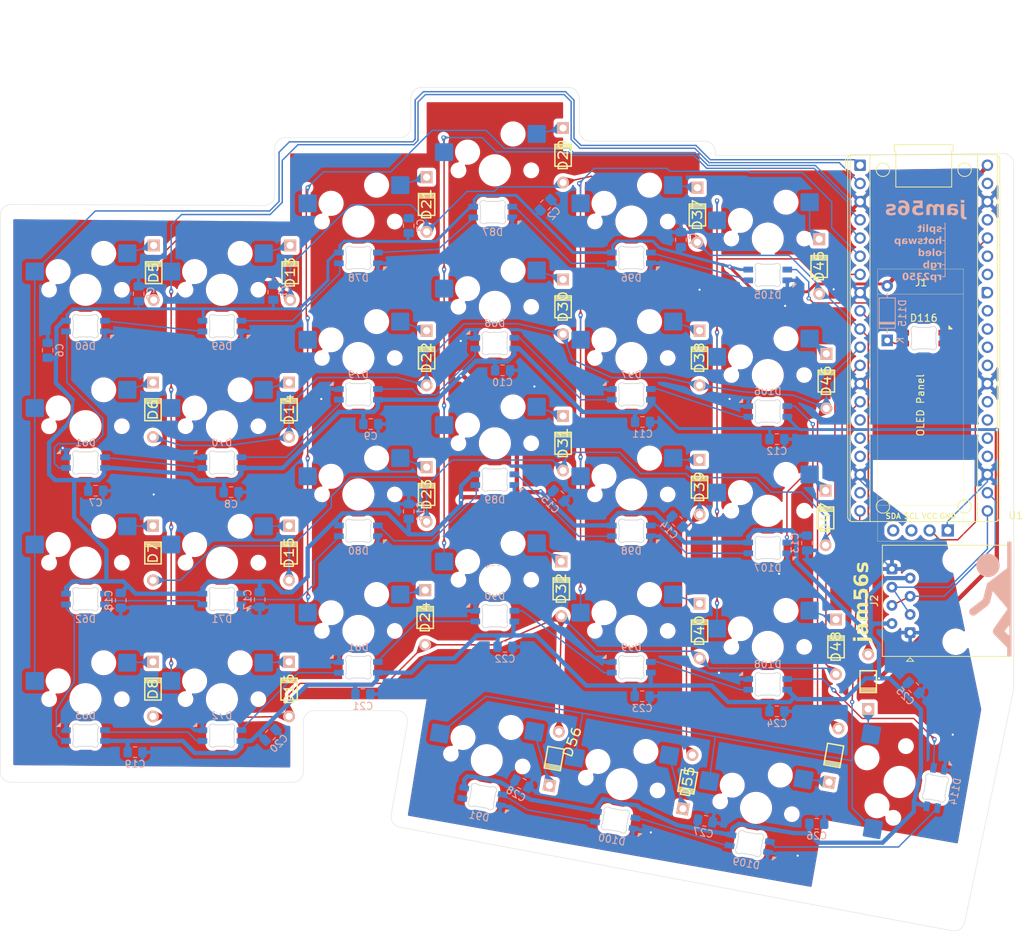
<source format=kicad_pcb>
(kicad_pcb (version 20241229) (generator "pcbnew") (generator_version "9.0")
  (layers (0 "F.Cu" signal) (2 "B.Cu" signal) (13 "F.Paste" user) (15 "B.Paste" user) (5 "F.SilkS" user "F.Silkscreen") (7 "B.SilkS" user "B.Silkscreen") (1 "F.Mask" user) (3 "B.Mask" user) (25 "Edge.Cuts" user))
  (net 0 "")
  (net 1 "Net-(D13-A)")
  (net 2 "Net-(D14-A)")
  (net 3 "Net-(D15-A)")
  (net 4 "Net-(D22-A)")
  (net 5 "Net-(D23-A)")
  (net 6 "Net-(D24-A)")
  (net 7 "MATRIX ROW 3")
  (net 8 "MATRIX ROW 2")
  (net 9 "MATRIX ROW 1")
  (net 10 "MATRIX ROW 0")
  (net 11 "GND")
  (net 12 "+5V")
  (net 13 "MATRIX COL 0")
  (net 14 "MATRIX COL 6")
  (net 15 "MATRIX COL 5")
  (net 16 "MATRIX COL 1")
  (net 17 "MATRIX COL 2")
  (net 18 "MATRIX COL 4")
  (net 19 "+3V3")
  (net 20 "MATRIX COL 3")
  (net 21 "Net-(D60-DOUT)")
  (net 22 "Net-(D61-DOUT)")
  (net 23 "Net-(D62-DOUT)")
  (net 24 "LED_DATA_L")
  (net 25 "Net-(D29-A)")
  (net 26 "Net-(D30-A)")
  (net 27 "Net-(D31-A)")
  (net 28 "Net-(D32-A)")
  (net 29 "Net-(D37-A)")
  (net 30 "Net-(D38-A)")
  (net 31 "Net-(D39-A)")
  (net 32 "Net-(D40-A)")
  (net 33 "Net-(D45-A)")
  (net 34 "Net-(D46-A)")
  (net 35 "Net-(D47-A)")
  (net 36 "Net-(D48-A)")
  (net 37 "Net-(D53-A)")
  (net 38 "Net-(D54-A)")
  (net 39 "Net-(D56-A)")
  (net 40 "Net-(D60-DIN)")
  (net 41 "Net-(D63-DOUT)")
  (net 42 "Net-(D62-DIN)")
  (net 43 "Net-(D69-DIN)")
  (net 44 "Net-(D71-DIN)")
  (net 45 "Net-(D70-DOUT)")
  (net 46 "Net-(D72-DOUT)")
  (net 47 "Net-(D78-DIN)")
  (net 48 "Net-(D80-DIN)")
  (net 49 "Net-(D79-DOUT)")
  (net 50 "Net-(D87-DIN)")
  (net 51 "Net-(D81-DOUT)")
  (net 52 "Net-(D89-DIN)")
  (net 53 "Net-(D88-DOUT)")
  (net 54 "Net-(D90-DOUT)")
  (net 55 "Net-(D105-DIN)")
  (net 56 "Net-(D108-DIN)")
  (net 57 "Net-(D109-DIN)")
  (net 58 "Net-(D100-DOUT)")
  (net 60 "Net-(D115-K)")
  (net 80 "Net-(D100-DIN)")
  (net 81 "Net-(D105-DOUT)")
  (net 82 "Net-(D107-DOUT)")
  (net 83 "Net-(D106-DIN)")
  (net 84 "Net-(D106-DOUT)")
  (net 85 "Net-(D108-DOUT)")
  (net 86 "Net-(D55-A)")
  (net 87 "Net-(D21-A)")
  (net 88 "Net-(D16-A)")
  (net 89 "Net-(D8-A)")
  (net 90 "Net-(D7-A)")
  (net 91 "Net-(D6-A)")
  (net 92 "Net-(D5-A)")
  (net 93 "LinkB_L")
  (net 94 "LinkA_L")
  (footprint "Keebio:Diode" (layer "F.Cu") (at -34.8626 77.426063 -100)
    (property "Reference" "D55")
    (property "Value" "D" (hide yes))
  )
  (footprint "Keebio:Diode" (layer "F.Cu") (at -71.301 18.248963 90)
    (property "Reference" "D22")
    (property "Value" "D" (hide yes))
  )
  (footprint "Keebio:Diode" (layer "F.Cu") (at -71.301001 37.298964 90)
    (property "Reference" "D23")
    (property "Value" "D" (hide yes))
  )
  (footprint "Keebio:Diode" (layer "F.Cu") (at -90.501001 25.473963 90)
    (property "Reference" "D14")
    (property "Value" "D" (hide yes))
  )
  (footprint "Keebio:Diode" (layer "F.Cu") (at -109.501001 45.473964 90)
    (property "Reference" "D7")
    (property "Value" "D" (hide yes))
  )
  (footprint "Keebio:Diode" (layer "F.Cu") (at -33.501001 -1.716037 90)
    (property "Reference" "D37")
    (property "Value" "D" (hide yes))
  )
  (footprint "Keebio:Diode" (layer "F.Cu") (at -109.501 64.473964 90)
    (property "Reference" "D8")
    (property "Value" "D" (hide yes))
  )
  (footprint "Keebio:Diode" (layer "F.Cu") (at -14.151001 58.580264 90)
    (property "Reference" "D48")
    (property "Value" "D" (hide yes))
  )
  (footprint "Keebio:Diode" (layer "F.Cu") (at -33.201001 18.248963 90)
    (property "Reference" "D38")
    (property "Value" "D" (hide yes))
  )
  (footprint "Keebio:Diode" (layer "F.Cu") (at -109.501001 25.473963 90)
    (property "Reference" "D6")
    (property "Value" "D" (hide yes))
  )
  (footprint "Keebio:Diode" (layer "F.Cu") (at -52.251 11.105164 90)
    (property "Reference" "D30")
    (property "Value" "D" (hide yes))
  )
  (footprint "Connector_RJ:RJ45_Amphenol_54602-x08_Horizontal" (layer "F.Cu") (at -3.801 56.593963 90)
    (property "Reference" "J2")
    (property "Value" "RJ45")
  )
  (footprint "Keebio:Diode" (layer "F.Cu") (at -90.501001 45.473964 90)
    (property "Reference" "D15")
    (property "Value" "D" (hide yes))
  )
  (footprint "Keebio:Diode" (layer "F.Cu") (at -52.501001 50.473963 90)
    (property "Reference" "D32")
    (property "Value" "D" (hide yes))
  )
  (footprint "Keebio:Diode" (layer "F.Cu") (at -14.462601 73.726063 -100)
    (property "Reference" "D54" (hide yes))
    (property "Value" "D" (hide yes))
  )
  (footprint "Keebio:Diode" (layer "F.Cu") (at -52.251001 -10.043237 90)
    (property "Reference" "D29")
    (property "Value" "D" (hide yes))
  )
  (footprint "Keebio:Diode" (layer "F.Cu") (at -90.351001 6.342663 90)
    (property "Reference" "D13")
    (property "Value" "D" (hide yes))
  )
  (footprint "Keebio:Diode" (layer "F.Cu") (at -109.401 6.342663 90)
    (property "Reference" "D5")
    (property "Value" "D" (hide yes))
  )
  (footprint "Keebio:Diode" (layer "F.Cu") (at -15.501 21.473964 90)
    (property "Reference" "D46")
    (property "Value" "D" (hide yes))
  )
  (footprint "Keebio:Diode" (layer "F.Cu") (at -71.501 54.473964 90)
    (property "Reference" "D24")
    (property "Value" "D" (hide yes))
  )
  (footprint "Keebio:Diode" (layer "F.Cu") (at -15.601001 40.573964 90)
    (property "Reference" "D47")
    (property "Value" "D" (hide yes))
  )
  (footprint "Keebio:Diode" (layer "F.Cu") (at -33.201 56.348964 90)
    (property "Reference" "D40")
    (property "Value" "D" (hide yes))
  )
  (footprint "PCM_marbastlib-various:LED_6028R" (layer "F.Cu") (at -1.901001 15.473964 180)
    (property "Reference" "D116")
    (property "Value" "SK6812MINI")
    (fp_line (start 1.699999 0.702841) (end 1.699999 -0.702843) (stroke (width 0.1)) (layer "Edge.Cuts"))
    (fp_line (start 0.794452 -1.5) (end -0.794453 -1.5) (stroke (width 0.1)) (layer "Edge.Cuts"))
    (fp_line (start -0.794452 1.499999) (end 0.794452 1.499999) (stroke (width 0.1)) (layer "Edge.Cuts"))
    (fp_line (start -1.699999 -0.702843) (end -1.699999 0.702841) (stroke (width 0.1)) (layer "Edge.Cuts"))
    (fp_arc (start 1.749484 0.91972) (mid 1.712509 0.814072) (end 1.699999 0.702842) (stroke (width 0.1)) (layer "Edge.Cuts"))
    (fp_arc (start 1.749484 0.91972) (mid 1.63807 1.504033) (end 1.046711 1.568296) (stroke (width 0.1)) (layer "Edge.Cuts"))
    (fp_arc (start 1.699999 -0.702843) (mid 1.712528 -0.814069) (end 1.749484 -0.919721) (stroke (width 0.1)) (layer "Edge.Cuts"))
    (fp_arc (start 1.046711 -1.5683) (mid 1.638072 -1.504036) (end 1.749484 -0.919721) (stroke (width 0.1)) (layer "Edge.Cuts"))
    (fp_arc (start 1.046711 -1.5683) (mid 0.925123 -1.517378) (end 0.794453 -1.500001) (stroke (width 0.1)) (layer "Edge.Cuts"))
    (fp_arc (start 0.794452 1.499999) (mid 0.925122 1.517376) (end 1.04671 1.568298) (stroke (width 0.1)) (layer "Edge.Cuts"))
    (fp_arc (start -0.794453 -1.5) (mid -0.925123 -1.517377) (end -1.046711 -1.568298) (stroke (width 0.1)) (layer "Edge.Cuts"))
    (fp_arc (start -1.046711 1.568298) (mid -0.925123 1.517376) (end -0.794452 1.499999) (stroke (width 0.1)) (layer "Edge.Cuts"))
    (fp_arc (start -1.046711 1.568298) (mid -1.638072 1.504034) (end -1.749484 0.919718) (stroke (width 0.1)) (layer "Edge.Cuts"))
    (fp_arc (start -1.699999 0.702841) (mid -1.712527 0.814067) (end -1.749484 0.91972) (stroke (width 0.1)) (layer "Edge.Cuts"))
    (fp_arc (start -1.749484 -0.919721) (mid -1.63807 -1.504034) (end -1.046711 -1.568298) (stroke (width 0.1)) (layer "Edge.Cuts"))
    (fp_arc (start -1.749484 -0.919721) (mid -1.712527 -0.814069) (end -1.699999 -0.702844) (stroke (width 0.1)) (layer "Edge.Cuts"))
  )
  (footprint "Module_RaspberryPi_Pico:RaspberryPi_Pico_Common_THT" (layer "F.Cu") (at -1.901001 15.473964)
    (property "Reference" "U1")
    (property "Value" "Pico" (hide yes))
  )
  (footprint "Keebio:Diode" (layer "F.Cu") (at -90.501001 64.473964 90)
    (property "Reference" "D16")
    (property "Value" "D" (hide yes))
  )
  (footprint "Keebio:Diode" (layer "F.Cu") (at -9.654554 63.427517 -90)
    (property "Reference" "D53" (hide yes))
    (property "Value" "D" (hide yes))
  )
  (footprint "Keebio:Diode" (layer "F.Cu") (at -33.201001 36.283965 90)
    (property "Reference" "D39")
    (property "Value" "D" (hide yes))
  )
  (footprint "Keebio:Diode" (layer "F.Cu") (at -71.301001 -3.182336 90)
    (property "Reference" "D21")
    (property "Value" "D" (hide yes))
  )
  (footprint "Keebio:Diode" (layer "F.Cu") (at -53.501 74.173963 -100)
    (property "Reference" "D56")
    (property "Value" "D" (hide yes))
  )
  (footprint "Keebio:Diode" (layer "F.Cu") (at -16.501001 5.473964 90)
    (property "Reference" "D45")
    (property "Value" "D" (hide yes))
  )
  (footprint "Library:SSD1306-0.91-OLED-4pin-128x32" (layer "F.Cu") (at 3.645446 5.827517 -90)
    (property "Reference" "J1")
    (property "Value" "OLED_128x32")
  )
  (footprint "Keebio:Diode" (layer "F.Cu") (at -52.251 30.155164 90)
    (property "Reference" "D31")
    (property "Value" "D" (hide yes))
  )
  (footprint "Capacitor_SMD:C_0805_2012Metric_Pad1.18x1.45mm_HandSolder" (layer "B.Cu") (at -54.701 -3.126037 45)
    (property "Reference" "C2")
    (property "Value" "C")
  )
  (footprint "Capacitor_SMD:C_0805_2012Metric_Pad1.18x1.45mm_HandSolder" (layer "B.Cu") (at -18.201001 44.073963 -90)
    (property "Reference" "C13")
    (property "Value" "C")
  )
  (footprint "MX_Hotswap:MX-Hotswap-1U" (layer "B.Cu") (at -99.876 27.773964 180)
    (property "Reference" "S14")
    (property "Value" "SW_Push_45deg")
  )
  (footprint "Capacitor_SMD:C_0805_2012Metric_Pad1.18x1.45mm_HandSolder" (layer "B.Cu") (at -117.501 36.773964)
    (property "Reference" "C7")
    (property "Value" "C")
  )
  (footprint "Capacitor_SMD:C_0805_2012Metric_Pad1.18x1.45mm_HandSolder" (layer "B.Cu") (at -52.867378 37.507587 -45)
    (property "Reference" "C15")
    (property "Value" "C")
  )
  (footprint "Capacitor_SMD:C_0805_2012Metric_Pad1.18x1.45mm_HandSolder" (layer "B.Cu") (at -16.838501 83.273964)
    (property "Reference" "C26")
    (property "Value" "C")
  )
  (footprint "PCM_marbastlib-various:LED_6028R" (layer "B.Cu") (at -118.926001 51.903964 180)
    (property "Reference" "D62")
    (property "Value" "SK6812MINI")
    (fp_line (start 1.699999 0.702843) (end 1.699999 -0.702841) (stroke (width 0.1)) (layer "Edge.Cuts"))
    (fp_line (start 0.794452 -1.499999) (end -0.794452 -1.499999) (stroke (width 0.1)) (layer "Edge.Cuts"))
    (fp_line (start -0.794453 1.5) (end 0.794452 1.5) (stroke (width 0.1)) (layer "Edge.Cuts"))
    (fp_line (start -1.699999 -0.702841) (end -1.699999 0.702843) (stroke (width 0.1)) (layer "Edge.Cuts"))
    (fp_arc (start 1.749484 0.919721) (mid 1.712534 0.814067) (end 1.699999 0.702843) (stroke (width 0.1)) (layer "Edge.Cuts"))
    (fp_arc (start 1.749484 0.919721) (mid 1.638072 1.504036) (end 1.046711 1.5683) (stroke (width 0.1)) (layer "Edge.Cuts"))
    (fp_arc (start 1.699999 -0.702842) (mid 1.712536 -0.814066) (end 1.749484 -0.91972) (stroke (width 0.1)) (layer "Edge.Cuts"))
    (fp_arc (start 1.046711 -1.568296) (mid 1.638069 -1.504034) (end 1.749484 -0.91972) (stroke (width 0.1)) (layer "Edge.Cuts"))
    (fp_arc (start 1.04671 -1.568298) (mid 0.925122 -1.517376) (end 0.794452 -1.499999) (stroke (width 0.1)) (layer "Edge.Cuts"))
    (fp_arc (start 0.794453 1.500001) (mid 0.925123 1.517378) (end 1.046711 1.5683) (stroke (width 0.1)) (layer "Edge.Cuts"))
    (fp_arc (start -0.794452 -1.499999) (mid -0.925123 -1.517376) (end -1.046711 -1.568298) (stroke (width 0.1)) (layer "Edge.Cuts"))
    (fp_arc (start -1.046711 1.568298) (mid -0.925123 1.517376) (end -0.794453 1.5) (stroke (width 0.1)) (layer "Edge.Cuts"))
    (fp_arc (start -1.046711 1.568298) (mid -1.638071 1.504035) (end -1.749484 0.919721) (stroke (width 0.1)) (layer "Edge.Cuts"))
    (fp_arc (start -1.699999 0.702844) (mid -1.712527 0.814069) (end -1.749484 0.919721) (stroke (width 0.1)) (layer "Edge.Cuts"))
    (fp_arc (start -1.749484 -0.919718) (mid -1.638072 -1.504034) (end -1.046711 -1.568298) (stroke (width 0.1)) (layer "Edge.Cuts"))
    (fp_arc (start -1.749484 -0.91972) (mid -1.712527 -0.814067) (end -1.699999 -0.702841) (stroke (width 0.1)) (layer "Edge.Cuts"))
  )
  (footprint "PCM_marbastlib-various:LED_6028R" (layer "B.Cu") (at -42.726001 23.328964)
    (property "Reference" "D97")
    (property "Value" "SK6812MINI")
    (fp_line (start -1.699999 -0.702841) (end -1.699999 0.702843) (stroke (width 0.1)) (layer "Edge.Cuts"))
    (fp_line (start -0.794453 1.5) (end 0.794452 1.5) (stroke (width 0.1)) (layer "Edge.Cuts"))
    (fp_line (start 0.794452 -1.499999) (end -0.794452 -1.499999) (stroke (width 0.1)) (layer "Edge.Cuts"))
    (fp_line (start 1.699999 0.702843) (end 1.699999 -0.702841) (stroke (width 0.1)) (layer "Edge.Cuts"))
    (fp_arc (start -1.749484 -0.91972) (mid -1.712527 -0.814067) (end -1.699999 -0.702841) (stroke (width 0.1)) (layer "Edge.Cuts"))
    (fp_arc (start -1.749484 -0.919718) (mid -1.638072 -1.504034) (end -1.046711 -1.568298) (stroke (width 0.1)) (layer "Edge.Cuts"))
    (fp_arc (start -1.699999 0.702844) (mid -1.712527 0.814069) (end -1.749484 0.919721) (stroke (width 0.1)) (layer "Edge.Cuts"))
    (fp_arc (start -1.046711 1.568298) (mid -1.638071 1.504035) (end -1.749484 0.919721) (stroke (width 0.1)) (layer "Edge.Cuts"))
    (fp_arc (start -1.046711 1.568298) (mid -0.925123 1.517376) (end -0.794453 1.5) (stroke (width 0.1)) (layer "Edge.Cuts"))
    (fp_arc (start -0.794452 -1.499999) (mid -0.925123 -1.517376) (end -1.046711 -1.568298) (stroke (width 0.1)) (layer "Edge.Cuts"))
    (fp_arc (start 0.794453 1.500001) (mid 0.925123 1.517378) (end 1.046711 1.5683) (stroke (width 0.1)) (layer "Edge.Cuts"))
    (fp_arc (start 1.04671 -1.568298) (mid 0.925122 -1.517376) (end 0.794452 -1.499999) (stroke (width 0.1)) (layer "Edge.Cuts"))
    (fp_arc (start 1.046711 -1.568296) (mid 1.638069 -1.504034) (end 1.749484 -0.91972) (stroke (width 0.1)) (layer "Edge.Cuts"))
    (fp_arc (start 1.699999 -0.702842) (mid 1.712536 -0.814066) (end 1.749484 -0.91972) (stroke (width 0.1)) (layer "Edge.Cuts"))
    (fp_arc (start 1.749484 0.919721) (mid 1.638072 1.504036) (end 1.046711 1.5683) (stroke (width 0.1)) (layer "Edge.Cuts"))
    (fp_arc (start 1.749484 0.919721) (mid 1.712534 0.814067) (end 1.699999 0.702843) (stroke (width 0.1)) (layer "Edge.Cuts"))
  )
  (footprint "MX_Hotswap:MX-Hotswap-1U" (layer "B.Cu") (at -80.826001 18.248964 180)
    (property "Reference" "S22")
    (property "Value" "SW_Push_45deg")
  )
  (footprint "MX_Hotswap:MX-Hotswap-1U" (layer "B.Cu") (at -42.726001 56.348964 180)
    (property "Reference" "S40")
    (property "Value" "SW_Push_45deg")
  )
  (footprint "Capacitor_SMD:C_0805_2012Metric_Pad1.18x1.45mm_HandSolder" (layer "B.Cu") (at -94.601001 51.973964 -90)
    (property "Reference" "C17")
    (property "Value" "C")
  )
  (footprint "Capacitor_SMD:C_0805_2012Metric_Pad1.18x1.45mm_HandSolder" (layer "B.Cu") (at -3.301 64.273964 -45)
    (property "Reference" "C25")
    (property "Value" "C")
  )
  (footprint "MX_Hotswap:MX-Hotswap-1U" (layer "B.Cu") (at -99.876 46.823964 180)
    (property "Reference" "S15")
    (property "Value" "SW_Push_45deg")
  )
  (footprint "MX_Hotswap:MX-Hotswap-1U" (layer "B.Cu") (at -61.776 49.205164 180)
    (property "Reference" "S32")
    (property "Value" "SW_Push_45deg")
  )
  (footprint "Capacitor_SMD:C_0805_2012Metric_Pad1.18x1.45mm_HandSolder" (layer "B.Cu") (at -73.801001 -0.226036 90)
    (property "Reference" "C3")
    (property "Value" "C")
  )
  (footprint "Capacitor_SMD:C_0805_2012Metric_Pad1.18x1.45mm_HandSolder" (layer "B.Cu") (at -114.001001 52.073964 -90)
    (property "Reference" "C18")
    (property "Value" "C")
  )
  (footprint "Capacitor_SMD:C_0805_2012Metric_Pad1.18x1.45mm_HandSolder" (layer "B.Cu") (at -35.801 1.736465 90)
    (property "Reference" "C1")
    (property "Value" "C")
  )
  (footprint "Capacitor_SMD:C_0805_2012Metric_Pad1.18x1.45mm_HandSolder" (layer "B.Cu") (at -79.101 27.473963)
    (property "Reference" "C9")
    (property "Value" "C")
  )
  (footprint "PCM_marbastlib-various:LED_6028R" (layer "B.Cu") (at -26.197701 86.049064 170)
    (property "Reference" "D109")
    (property "Value" "SK6812MINI")
    (fp_line (start 1.699999 0.702843) (end 1.699999 -0.702841) (stroke (width 0.1)) (layer "Edge.Cuts"))
    (fp_line (start 0.794452 -1.5) (end -0.794452 -1.499999) (stroke (width 0.1)) (layer "Edge.Cuts"))
    (fp_line (start -0.794454 1.5) (end 0.794453 1.5) (stroke (width 0.1)) (layer "Edge.Cuts"))
    (fp_line (start -1.7 -0.702841) (end -1.699999 0.702844) (stroke (width 0.1)) (layer "Edge.Cuts"))
    (fp_arc (start 1.699998 -0.702842) (mid 1.712532 -0.814067) (end 1.749484 -0.919719) (stroke (width 0.1)) (layer "Edge.Cuts"))
    (fp_arc (start 1.749484 0.919721) (mid 1.712517 0.814072) (end 1.699999 0.702843) (stroke (width 0.1)) (layer "Edge.Cuts"))
    (fp_arc (start 1.749484 0.919721) (mid 1.638071 1.504037) (end 1.046711 1.568299) (stroke (width 0.1)) (layer "Edge.Cuts"))
    (fp_arc (start 1.046711 -1.568296) (mid 1.638069 -1.504034) (end 1.749484 -0.919719) (stroke (width 0.1)) (layer "Edge.Cuts"))
    (fp_arc (start 1.046711 -1.568298) (mid 0.925123 -1.517378) (end 0.794452 -1.5) (stroke (width 0.1)) (layer "Edge.Cuts"))
    (fp_arc (start 0.794453 1.500001) (mid 0.925122 1.517381) (end 1.046711 1.568299) (stroke (width 0.1)) (layer "Edge.Cuts"))
    (fp_arc (start -0.794452 -1.499999) (mid -0.925122 -1.517379) (end -1.046711 -1.568298) (stroke (width 0.1)) (layer "Edge.Cuts"))
    (fp_arc (start -1.046711 1.568299) (mid -0.925124 1.517377) (end -0.794454 1.5) (stroke (width 0.1)) (layer "Edge.Cuts"))
    (fp_arc (start -1.046711 1.568299) (mid -1.638072 1.504037) (end -1.749484 0.919721) (stroke (width 0.1)) (layer "Edge.Cuts"))
    (fp_arc (start -1.749484 -0.919718) (mid -1.638071 -1.504033) (end -1.046711 -1.568298) (stroke (width 0.1)) (layer "Edge.Cuts"))
    (fp_arc (start -1.749484 -0.91972) (mid -1.712526 -0.814067) (end -1.7 -0.702841) (stroke (width 0.1)) (layer "Edge.Cuts"))
    (fp_arc (start -1.699999 0.702844) (mid -1.712532 0.814069) (end -1.749484 0.919721) (stroke (width 0.1)) (layer "Edge.Cuts"))
  )
  (footprint "MX_Hotswap:MX-Hotswap-1U" (layer "B.Cu") (at -118.926 65.873964 180)
    (property "Reference" "S8")
    (property "Value" "SW_Push_45deg")
  )
  (footprint "PCM_marbastlib-various:LED_6028R" (layer "B.Cu") (at -62.0698 -2.114836 180)
    (property "Reference" "D87")
    (property "Value" "SK6812MINI")
    (fp_line (start 1.699999 0.702843) (end 1.699999 -0.702841) (stroke (width 0.1)) (layer "Edge.Cuts"))
    (fp_line (start 0.794452 -1.499999) (end -0.794452 -1.499999) (stroke (width 0.1)) (layer "Edge.Cuts"))
    (fp_line (start -0.794453 1.5) (end 0.794452 1.5) (stroke (width 0.1)) (layer "Edge.Cuts"))
    (fp_line (start -1.699999 -0.702841) (end -1.699999 0.702843) (stroke (width 0.1)) (layer "Edge.Cuts"))
    (fp_arc (start 1.749484 0.919721) (mid 1.712534 0.814067) (end 1.699999 0.702843) (stroke (width 0.1)) (layer "Edge.Cuts"))
    (fp_arc (start 1.749484 0.919721) (mid 1.638072 1.504036) (end 1.046711 1.5683) (stroke (width 0.1)) (layer "Edge.Cuts"))
    (fp_arc (start 1.699999 -0.702842) (mid 1.712536 -0.814066) (end 1.749484 -0.91972) (stroke (width 0.1)) (layer "Edge.Cuts"))
    (fp_arc (start 1.046711 -1.568296) (mid 1.638069 -1.504034) (end 1.749484 -0.91972) (stroke (width 0.1)) (layer "Edge.Cuts"))
    (fp_arc (start 1.04671 -1.568298) (mid 0.925122 -1.517376) (end 0.794452 -1.499999) (stroke (width 0.1)) (layer "Edge.Cuts"))
    (fp_arc (start 0.794453 1.500001) (mid 0.925123 1.517378) (end 1.046711 1.5683) (stroke (width 0.1)) (layer "Edge.Cuts"))
    (fp_arc (start -0.794452 -1.499999) (mid -0.925123 -1.517376) (end -1.046711 -1.568298) (stroke (width 0.1)) (layer "Edge.Cuts"))
    (fp_arc (start -1.046711 1.568298) (mid -0.925123 1.517376) (end -0.794453 1.5) (stroke (width 0.1)) (layer "Edge.Cuts"))
    (fp_arc (start -1.046711 1.568298) (mid -1.638071 1.504035) (end -1.749484 0.919721) (stroke (width 0.1)) (layer "Edge.Cuts"))
    (fp_arc (start -1.699999 0.702844) (mid -1.712527 0.814069) (end -1.749484 0.919721) (stroke (width 0.1)) (layer "Edge.Cuts"))
    (fp_arc (start -1.749484 -0.919718) (mid -1.638072 -1.504034) (end -1.046711 -1.568298) (stroke (width 0.1)) (layer "Edge.Cuts"))
    (fp_arc (start -1.749484 -0.91972) (mid -1.712527 -0.814067) (end -1.699999 -0.702841) (stroke (width 0.1)) (layer "Edge.Cuts"))
  )
  (footprint "Capacitor_SMD:C_0805_2012Metric_Pad1.18x1.45mm_HandSolder" (layer "B.Cu") (at -124.201001 17.173963 90)
    (property "Reference" "C6")
    (property "Value" "C")
  )
  (footprint "PCM_marbastlib-various:LED_6028R" (layer "B.Cu") (at -63.501001 79.473963 170)
    (property "Reference" "D91")
    (property "Value" "SK6812MINI")
    (fp_line (start 1.699999 0.702843) (end 1.699999 -0.702841) (stroke (width 0.1)) (layer "Edge.Cuts"))
    (fp_line (start 0.794452 -1.5) (end -0.794452 -1.499999) (stroke (width 0.1)) (layer "Edge.Cuts"))
    (fp_line (start -0.794454 1.5) (end 0.794453 1.5) (stroke (width 0.1)) (layer "Edge.Cuts"))
    (fp_line (start -1.7 -0.702841) (end -1.699999 0.702844) (stroke (width 0.1)) (layer "Edge.Cuts"))
    (fp_arc (start 1.699998 -0.702842) (mid 1.712532 -0.814067) (end 1.749484 -0.919719) (stroke (width 0.1)) (layer "Edge.Cuts"))
    (fp_arc (start 1.749484 0.919721) (mid 1.712517 0.814072) (end 1.699999 0.702843) (stroke (width 0.1)) (layer "Edge.Cuts"))
    (fp_arc (start 1.749484 0.919721) (mid 1.638071 1.504037) (end 1.046711 1.568299) (stroke (width 0.1)) (layer "Edge.Cuts"))
    (fp_arc (start 1.046711 -1.568296) (mid 1.638069 -1.504034) (end 1.749484 -0.919719) (stroke (width 0.1)) (layer "Edge.Cuts"))
    (fp_arc (start 1.046711 -1.568298) (mid 0.925123 -1.517378) (end 0.794452 -1.5) (stroke (width 0.1)) (layer "Edge.Cuts"))
    (fp_arc (start 0.794453 1.500001) (mid 0.925122 1.517381) (end 1.046711 1.568299) (stroke (width 0.1)) (layer "Edge.Cuts"))
    (fp_arc (start -0.794452 -1.499999) (mid -0.925122 -1.517379) (end -1.046711 -1.568298) (stroke (width 0.1)) (layer "Edge.Cuts"))
    (fp_arc (start -1.046711 1.568299) (mid -0.925124 1.517377) (end -0.794454 1.5) (stroke (width 0.1)) (layer "Edge.Cuts"))
    (fp_arc (start -1.046711 1.568299) (mid -1.638072 1.504037) (end -1.749484 0.919721) (stroke (width 0.1)) (layer "Edge.Cuts"))
    (fp_arc (start -1.749484 -0.919718) (mid -1.638071 -1.504033) (end -1.046711 -1.568298) (stroke (width 0.1)) (layer "Edge.Cuts"))
    (fp_arc (start -1.749484 -0.91972) (mid -1.712526 -0.814067) (end -1.7 -0.702841) (stroke (width 0.1)) (layer "Edge.Cuts"))
    (fp_arc (start -1.699999 0.702844) (mid -1.712532 0.814069) (end -1.749484 0.919721) (stroke (width 0.1)) (layer "Edge.Cuts"))
  )
  (footprint "PCM_marbastlib-various:LED_6028R" (layer "B.Cu") (at -80.826001 23.328964)
    (property "Reference" "D79")
    (property "Value" "SK6812MINI")
    (fp_line (start -1.699999 -0.702841) (end -1.699999 0.702843) (stroke (width 0.1)) (layer "Edge.Cuts"))
    (fp_line (start -0.794453 1.5) (end 0.794452 1.5) (stroke (width 0.1)) (layer "Edge.Cuts"))
    (fp_line (start 0.794452 -1.499999) (end -0.794452 -1.499999) (stroke (width 0.1)) (layer "Edge.Cuts"))
    (fp_line (start 1.699999 0.702843) (end 1.699999 -0.702841) (stroke (width 0.1)) (layer "Edge.Cuts"))
    (fp_arc (start -1.749484 -0.91972) (mid -1.712527 -0.814067) (end -1.699999 -0.702841) (stroke (width 0.1)) (layer "Edge.Cuts"))
    (fp_arc (start -1.749484 -0.919718) (mid -1.638072 -1.504034) (end -1.046711 -1.568298) (stroke (width 0.1)) (layer "Edge.Cuts"))
    (fp_arc (start -1.699999 0.702844) (mid -1.712527 0.814069) (end -1.749484 0.919721) (stroke (width 0.1)) (layer "Edge.Cuts"))
    (fp_arc (start -1.046711 1.568298) (mid -1.638071 1.504035) (end -1.749484 0.919721) (stroke (width 0.1)) (layer "Edge.Cuts"))
    (fp_arc (start -1.046711 1.568298) (mid -0.925123 1.517376) (end -0.794453 1.5) (stroke (width 0.1)) (layer "Edge.Cuts"))
    (fp_arc (start -0.794452 -1.499999) (mid -0.925123 -1.517376) (end -1.046711 -1.568298) (stroke (width 0.1)) (layer "Edge.Cuts"))
    (fp_arc (start 0.794453 1.500001) (mid 0.925123 1.517378) (end 1.046711 1.5683) (stroke (width 0.1)) (layer "Edge.Cuts"))
    (fp_arc (start 1.04671 -1.568298) (mid 0.925122 -1.517376) (end 0.794452 -1.499999) (stroke (width 0.1)) (layer "Edge.Cuts"))
    (fp_arc (start 1.046711 -1.568296) (mid 1.638069 -1.504034) (end 1.749484 -0.91972) (stroke (width 0.1)) (layer "Edge.Cuts"))
    (fp_arc (start 1.699999 -0.702842) (mid 1.712536 -0.814066) (end 1.749484 -0.91972) (stroke (width 0.1)) (layer "Edge.Cuts"))
    (fp_arc (start 1.749484 0.919721) (mid 1.638072 1.504036) (end 1.046711 1.5683) (stroke (width 0.1)) (layer "Edge.Cuts"))
    (fp_arc (start 1.749484 0.919721) (mid 1.712534 0.814067) (end 1.699999 0.702843) (stroke (width 0.1)) (layer "Edge.Cuts"))
  )
  (footprint "Capacitor_SMD:C_0805_2012Metric_Pad1.18x1.45mm_HandSolder" (layer "B.Cu") (at -98.601001 36.973963)
    (property "Reference" "C8")
    (property "Value" "C")
  )
  (footprint "Capacitor_SMD:C_0805_2012Metric_Pad1.18x1.45mm_HandSolder" (layer "B.Cu") (at -41.163501 27.173963)
    (property "Reference" "C11")
    (property "Value" "C")
  )
  (footprint "MX_Hotswap:MX-Hotswap-1U" (layer "B.Cu") (at -61.776001 11.105163 180)
    (property "Reference" "S30")
    (property "Value" "SW_Push_45deg")
  )
  (footprint "PCM_marbastlib-various:LED_6028R" (layer "B.Cu") (at -99.876 51.903963 180)
    (property "Reference" "D71")
    (property "Value" "SK6812MINI")
    (fp_line (start 1.699999 0.702843) (end 1.699999 -0.702841) (stroke (width 0.1)) (layer "Edge.Cuts"))
    (fp_line (start 0.794452 -1.499999) (end -0.794452 -1.499999) (stroke (width 0.1)) (layer "Edge.Cuts"))
    (fp_line (start -0.794453 1.5) (end 0.794452 1.5) (stroke (width 0.1)) (layer "Edge.Cuts"))
    (fp_line (start -1.699999 -0.702841) (end -1.699999 0.702843) (stroke (width 0.1)) (layer "Edge.Cuts"))
    (fp_arc (start 1.749484 0.919721) (mid 1.712534 0.814067) (end 1.699999 0.702843) (stroke (width 0.1)) (layer "Edge.Cuts"))
    (fp_arc (start 1.749484 0.919721) (mid 1.638072 1.504036) (end 1.046711 1.5683) (stroke (width 0.1)) (layer "Edge.Cuts"))
    (fp_arc (start 1.699999 -0.702842) (mid 1.712536 -0.814066) (end 1.749484 -0.91972) (stroke (width 0.1)) (layer "Edge.Cuts"))
    (fp_arc (start 1.046711 -1.568296) (mid 1.638069 -1.504034) (end 1.749484 -0.91972) (stroke (width 0.1)) (layer "Edge.Cuts"))
    (fp_arc (start 1.04671 -1.568298) (mid 0.925122 -1.517376) (end 0.794452 -1.499999) (stroke (width 0.1)) (layer "Edge.Cuts"))
    (fp_arc (start 0.794453 1.500001) (mid 0.925123 1.517378) (end 1.046711 1.5683) (stroke (width 0.1)) (layer "Edge.Cuts"))
    (fp_arc (start -0.794452 -1.499999) (mid -0.925123 -1.517376) (end -1.046711 -1.568298) (stroke (width 0.1)) (layer "Edge.Cuts"))
    (fp_arc (start -1.046711 1.568298) (mid -0.925123 1.517376) (end -0.794453 1.5) (stroke (width 0.1)) (layer "Edge.Cuts"))
    (fp_arc (start -1.046711 1.568298) (mid -1.638071 1.504035) (end -1.749484 0.919721) (stroke (width 0.1)) (layer "Edge.Cuts"))
    (fp_arc (start -1.699999 0.702844) (mid -1.712527 0.814069) (end -1.749484 0.919721) (stroke (width 0.1)) (layer "Edge.Cuts"))
    (fp_arc (start -1.749484 -0.919718) (mid -1.638072 -1.504034) (end -1.046711 -1.568298) (stroke (width 0.1)) (layer "Edge.Cuts"))
    (fp_arc (start -1.749484 -0.91972) (mid -1.712527 -0.814067) (end -1.699999 -0.702841) (stroke (width 0.1)) (layer "Edge.Cuts"))
  )
  (footprint "PCM_marbastlib-various:LED_6028R" (layer "B.Cu") (at -80.826001 42.378963 180)
    (property "Reference" "D80")
    (property "Value" "SK6812MINI")
    (fp_line (start 1.699999 0.702843) (end 1.699999 -0.702841) (stroke (width 0.1)) (layer "Edge.Cuts"))
    (fp_line (start 0.794452 -1.499999) (end -0.794452 -1.499999) (stroke (width 0.1)) (layer "Edge.Cuts"))
    (fp_line (start -0.794453 1.5) (end 0.794452 1.5) (stroke (width 0.1)) (layer "Edge.Cuts"))
    (fp_line (start -1.699999 -0.702841) (end -1.699999 0.702843) (stroke (width 0.1)) (layer "Edge.Cuts"))
    (fp_arc (start 1.749484 0.919721) (mid 1.712534 0.814067) (end 1.699999 0.702843) (stroke (width 0.1)) (layer "Edge.Cuts"))
    (fp_arc (start 1.749484 0.919721) (mid 1.638072 1.504036) (end 1.046711 1.5683) (stroke (width 0.1)) (layer "Edge.Cuts"))
    (fp_arc (start 1.699999 -0.702842) (mid 1.712536 -0.814066) (end 1.749484 -0.91972) (stroke (width 0.1)) (layer "Edge.Cuts"))
    (fp_arc (start 1.046711 -1.568296) (mid 1.638069 -1.504034) (end 1.749484 -0.91972) (stroke (width 0.1)) (layer "Edge.Cuts"))
    (fp_arc (start 1.04671 -1.568298) (mid 0.925122 -1.517376) (end 0.794452 -1.499999) (stroke (width 0.1)) (layer "Edge.Cuts"))
    (fp_arc (start 0.794453 1.500001) (mid 0.925123 1.517378) (end 1.046711 1.5683) (stroke (width 0.1)) (layer "Edge.Cuts"))
    (fp_arc (start -0.794452 -1.499999) (mid -0.925123 -1.517376) (end -1.046711 -1.568298) (stroke (width 0.1)) (layer "Edge.Cuts"))
    (fp_arc (start -1.046711 1.568298) (mid -0.925123 1.517376) (end -0.794453 1.5) (stroke (width 0.1)) (layer "Edge.Cuts"))
    (fp_arc (start -1.046711 1.568298) (mid -1.638071 1.504035) (end -1.749484 0.919721) (stroke (width 0.1)) (layer "Edge.Cuts"))
    (fp_arc (start -1.699999 0.702844) (mid -1.712527 0.814069) (end -1.749484 0.919721) (stroke (width 0.1)) (layer "Edge.Cuts"))
    (fp_arc (start -1.749484 -0.919718) (mid -1.638072 -1.504034) (end -1.046711 -1.568298) (stroke (width 0.1)) (layer "Edge.Cuts"))
    (fp_arc (start -1.749484 -0.91972) (mid -1.712527 -0.814067) (end -1.699999 -0.702841) (stroke (width 0.1)) (layer "Edge.Cuts"))
  )
  (footprint "MX_Hotswap:MX-Hotswap-1U" (layer "B.Cu") (at -23.676001 58.580264 180)
    (property "Reference" "S48")
    (property "Value" "SW_Push_45deg")
  )
  (footprint "PCM_marbastlib-various:LED_6028R" (layer "B.Cu") (at -44.958301 82.741064 170)
    (property "Reference" "D100")
    (property "Value" "SK6812MINI")
    (fp_line (start 1.699999 0.702843) (end 1.699999 -0.702841) (stroke (width 0.1)) (layer "Edge.Cuts"))
    (fp_line (start 0.794452 -1.5) (end -0.794452 -1.499999) (stroke (width 0.1)) (layer "Edge.Cuts"))
    (fp_line (start -0.794454 1.5) (end 0.794453 1.5) (stroke (width 0.1)) (layer "Edge.Cuts"))
    (fp_line (start -1.7 -0.702841) (end -1.699999 0.702844) (stroke (width 0.1)) (layer "Edge.Cuts"))
    (fp_arc (start 1.699998 -0.702842) (mid 1.712532 -0.814067) (end 1.749484 -0.919719) (stroke (width 0.1)) (layer "Edge.Cuts"))
    (fp_arc (start 1.749484 0.919721) (mid 1.712517 0.814072) (end 1.699999 0.702843) (stroke (width 0.1)) (layer "Edge.Cuts"))
    (fp_arc (start 1.749484 0.919721) (mid 1.638071 1.504037) (end 1.046711 1.568299) (stroke (width 0.1)) (layer "Edge.Cuts"))
    (fp_arc (start 1.046711 -1.568296) (mid 1.638069 -1.504034) (end 1.749484 -0.919719) (stroke (width 0.1)) (layer "Edge.Cuts"))
    (fp_arc (start 1.046711 -1.568298) (mid 0.925123 -1.517378) (end 0.794452 -1.5) (stroke (width 0.1)) (layer "Edge.Cuts"))
    (fp_arc (start 0.794453 1.500001) (mid 0.925122 1.517381) (end 1.046711 1.568299) (stroke (width 0.1)) (layer "Edge.Cuts"))
    (fp_arc (start -0.794452 -1.499999) (mid -0.925122 -1.517379) (end -1.046711 -1.568298) (stroke (width 0.1)) (layer "Edge.Cuts"))
    (fp_arc (start -1.046711 1.568299) (mid -0.925124 1.517377) (end -0.794454 1.5) (stroke (width 0.1)) (layer "Edge.Cuts"))
    (fp_arc (start -1.046711 1.568299) (mid -1.638072 1.504037) (end -1.749484 0.919721) (stroke (width 0.1)) (layer "Edge.Cuts"))
    (fp_arc (start -1.749484 -0.919718) (mid -1.638071 -1.504033) (end -1.046711 -1.568298) (stroke (width 0.1)) (layer "Edge.Cuts"))
    (fp_arc (start -1.749484 -0.91972) (mid -1.712526 -0.814067) (end -1.7 -0.702841) (stroke (width 0.1)) (layer "Edge.Cuts"))
    (fp_arc (start -1.699999 0.702844) (mid -1.712532 0.814069) (end -1.749484 0.919721) (stroke (width 0.1)) (layer "Edge.Cuts"))
  )
  (footprint "PCM_marbastlib-various:LED_6028R" (layer "B.Cu") (at -99.876001 70.953964)
    (property "Reference" "D72")
    (property "Value" "SK6812MINI")
    (fp_line (start -1.699999 -0.702841) (end -1.699999 0.702843) (stroke (width 0.1)) (layer "Edge.Cuts"))
    (fp_line (start -0.794453 1.5) (end 0.794452 1.5) (stroke (width 0.1)) (layer "Edge.Cuts"))
    (fp_line (start 0.794452 -1.499999) (end -0.794452 -1.499999) (stroke (width 0.1)) (layer "Edge.Cuts"))
    (fp_line (start 1.699999 0.702843) (end 1.699999 -0.702841) (stroke (width 0.1)) (layer "Edge.Cuts"))
    (fp_arc (start -1.749484 -0.91972) (mid -1.712527 -0.814067) (end -1.699999 -0.702841) (stroke (width 0.1)) (layer "Edge.Cuts"))
    (fp_arc (start -1.749484 -0.919718) (mid -1.638072 -1.504034) (end -1.046711 -1.568298) (stroke (width 0.1)) (layer "Edge.Cuts"))
    (fp_arc (start -1.699999 0.702844) (mid -1.712527 0.814069) (end -1.749484 0.919721) (stroke (width 0.1)) (layer "Edge.Cuts"))
    (fp_arc (start -1.046711 1.568298) (mid -1.638071 1.504035) (end -1.749484 0.919721) (stroke (width 0.1)) (layer "Edge.Cuts"))
    (fp_arc (start -1.046711 1.568298) (mid -0.925123 1.517376) (end -0.794453 1.5) (stroke (width 0.1)) (layer "Edge.Cuts"))
    (fp_arc (start -0.794452 -1.499999) (mid -0.925123 -1.517376) (end -1.046711 -1.568298) (stroke (width 0.1)) (layer "Edge.Cuts"))
    (fp_arc (start 0.794453 1.500001) (mid 0.925123 1.517378) (end 1.046711 1.5683) (stroke (width 0.1)) (layer "Edge.Cuts"))
    (fp_arc (start 1.04671 -1.568298) (mid 0.925122 -1.517376) (end 0.794452 -1.499999) (stroke (width 0.1)) (layer "Edge.Cuts"))
    (fp_arc (start 1.046711 -1.568296) (mid 1.638069 -1.504034) (end 1.749484 -0.91972) (stroke (width 0.1)) (layer "Edge.Cuts"))
    (fp_arc (start 1.699999 -0.702842) (mid 1.712536 -0.814066) (end 1.749484 -0.91972) (stroke (width 0.1)) (layer "Edge.Cuts"))
    (fp_arc (start 1.749484 0.919721) (mid 1.638072 1.504036) (end 1.046711 1.5683) (stroke (width 0.1)) (layer "Edge.Cuts"))
    (fp_arc (start 1.749484 0.919721) (mid 1.712534 0.814067) (end 1.699999 0.702843) (stroke (width 0.1)) (layer "Edge.Cuts"))
  )
  (footprint "Capacitor_SMD:C_0805_2012Metric_Pad1.18x1.45mm_HandSolder" (layer "B.Cu") (at -111.501001 9.273964 90)
    (property "Reference" "C5")
    (property "Value" "C")
  )
  (footprint "PCM_marbastlib-various:LED_6028R" (layer "B.Cu") (at -118.926 32.853963)
    (property "Reference" "D61")
    (property "Value" "SK6812MINI")
    (fp_line (start -1.699999 -0.702841) (end -1.699999 0.702843) (stroke (width 0.1)) (layer "Edge.Cuts"))
    (fp_line (start -0.794453 1.5) (end 0.794452 1.5) (stroke (width 0.1)) (layer "Edge.Cuts"))
    (fp_line (start 0.794452 -1.499999) (end -0.794452 -1.499999) (stroke (width 0.1)) (layer "Edge.Cuts"))
    (fp_line (start 1.699999 0.702843) (end 1.699999 -0.702841) (stroke (width 0.1)) (layer "Edge.Cuts"))
    (fp_arc (start -1.749484 -0.91972) (mid -1.712527 -0.814067) (end -1.699999 -0.702841) (stroke (width 0.1)) (layer "Edge.Cuts"))
    (fp_arc (start -1.749484 -0.919718) (mid -1.638072 -1.504034) (end -1.046711 -1.568298) (stroke (width 0.1)) (layer "Edge.Cuts"))
    (fp_arc (start -1.699999 0.702844) (mid -1.712527 0.814069) (end -1.749484 0.919721) (stroke (width 0.1)) (layer "Edge.Cuts"))
    (fp_arc (start -1.046711 1.568298) (mid -1.638071 1.504035) (end -1.749484 0.919721) (stroke (width 0.1)) (layer "Edge.Cuts"))
    (fp_arc (start -1.046711 1.568298) (mid -0.925123 1.517376) (end -0.794453 1.5) (stroke (width 0.1)) (layer "Edge.Cuts"))
    (fp_arc (start -0.794452 -1.499999) (mid -0.925123 -1.517376) (end -1.046711 -1.568298) (stroke (width 0.1)) (layer "Edge.Cuts"))
    (fp_arc (start 0.794453 1.500001) (mid 0.925123 1.517378) (end 1.046711 1.5683) (stroke (width 0.1)) (layer "Edge.Cuts"))
    (fp_arc (start 1.04671 -1.568298) (mid 0.925122 -1.517376) (end 0.794452 -1.499999) (stroke (width 0.1)) (layer "Edge.Cuts"))
    (fp_arc (start 1.046711 -1.568296) (mid 1.638069 -1.504034) (end 1.749484 -0.91972) (stroke (width 0.1)) (layer "Edge.Cuts"))
    (fp_arc (start 1.699999 -0.702842) (mid 1.712536 -0.814066) (end 1.749484 -0.91972) (stroke (width 0.1)) (layer "Edge.Cuts"))
    (fp_arc (start 1.749484 0.919721) (mid 1.638072 1.504036) (end 1.046711 1.5683) (stroke (width 0.1)) (layer "Edge.Cuts"))
    (fp_arc (start 1.749484 0.919721) (mid 1.712534 0.814067) (end 1.699999 0.702843) (stroke (width 0.1)) (layer "Edge.Cuts"))
  )
  (footprint "MX_Hotswap:MX-Hotswap-1U" (layer "B.Cu") (at -80.826001 56.348964 180)
    (property "Reference" "S24")
    (property "Value" "SW_Push_45deg")
  )
  (footprint "MX_Hotswap:MX-Hotswap-1U" (layer "B.Cu") (at -61.776001 -7.944836 180)
    (property "Reference" "S29")
    (property "Value" "SW_Push_45deg")
  )
  (footprint "PCM_marbastlib-various:LED_6028R" (layer "B.Cu") (at -80.826 61.428964)
    (property "Reference" "D81")
    (property "Value" "SK6812MINI")
    (fp_line (start -1.699999 -0.702841) (end -1.699999 0.702843) (stroke (width 0.1)) (layer "Edge.Cuts"))
    (fp_line (start -0.794453 1.5) (end 0.794452 1.5) (stroke (width 0.1)) (layer "Edge.Cuts"))
    (fp_line (start 0.794452 -1.499999) (end -0.794452 -1.499999) (stroke (width 0.1)) (layer "Edge.Cuts"))
    (fp_line (start 1.699999 0.702843) (end 1.699999 -0.702841) (stroke (width 0.1)) (layer "Edge.Cuts"))
    (fp_arc (start -1.749484 -0.91972) (mid -1.712527 -0.814067) (end -1.699999 -0.702841) (stroke (width 0.1)) (layer "Edge.Cuts"))
    (fp_arc (start -1.749484 -0.919718) (mid -1.638072 -1.504034) (end -1.046711 -1.568298) (stroke (width 0.1)) (layer "Edge.Cuts"))
    (fp_arc (start -1.699999 0.702844) (mid -1.712527 0.814069) (end -1.749484 0.919721) (stroke (width 0.1)) (layer "Edge.Cuts"))
    (fp_arc (start -1.046711 1.568298) (mid -1.638071 1.504035) (end -1.749484 0.919721) (stroke (width 0.1)) (layer "Edge.Cuts"))
    (fp_arc (start -1.046711 1.568298) (mid -0.925123 1.517376) (end -0.794453 1.5) (stroke (width 0.1)) (layer "Edge.Cuts"))
    (fp_arc (start -0.794452 -1.499999) (mid -0.925123 -1.517376) (end -1.046711 -1.568298) (stroke (width 0.1)) (layer "Edge.Cuts"))
    (fp_arc (start 0.794453 1.500001) (mid 0.925123 1.517378) (end 1.046711 1.5683) (stroke (width 0.1)) (layer "Edge.Cuts"))
    (fp_arc (start 1.04671 -1.568298) (mid 0.925122 -1.517376) (end 0.794452 -1.499999) (stroke (width 0.1)) (layer "Edge.Cuts"))
    (fp_arc (start 1.046711 -1.568296) (mid 1.638069 -1.504034) (end 1.749484 -0.91972) (stroke (width 0.1)) (layer "Edge.Cuts"))
    (fp_arc (start 1.699999 -0.702842) (mid 1.712536 -0.814066) (end 1.749484 -0.91972) (stroke (width 0.1)) (layer "Edge.Cuts"))
    (fp_arc (start 1.749484 0.919721) (mid 1.638072 1.504036) (end 1.046711 1.5683) (stroke (width 0.1)) (layer "Edge.Cuts"))
    (fp_arc (start 1.749484 0.919721) (mid 1.712534 0.814067) (end 1.699999 0.702843) (stroke (width 0.1)) (layer "Edge.Cuts"))
  )
  (footprint "MX_Hotswap:MX-Hotswap-1U" (layer "B.Cu") (at -118.926 46.823964 180)
    (property "Reference" "S7")
    (property "Value" "SW_Push_45deg")
  )
  (footprint "MX_Hotswap:MX-Hotswap-1U" (layer "B.Cu") (at -23.676001 39.580264 180)
    (property "Reference" "S47")
    (property "Value" "SW_Push_45deg")
  )
  (footprint "PCM_marbastlib-various:LED_6028R" (layer "B.Cu") (at -118.926001 70.953964)
    (property "Reference" "D63")
    (property "Value" "SK6812MINI")
    (fp_line (start -1.699999 -0.702841) (end -1.699999 0.702843) (stroke (width 0.1)) (layer "Edge.Cuts"))
    (fp_line (start -0.794453 1.5) (end 0.794452 1.5) (stroke (width 0.1)) (layer "Edge.Cuts"))
    (fp_line (start 0.794452 -1.499999) (end -0.794452 -1.499999) (stroke (width 0.1)) (layer "Edge.Cuts"))
    (fp_line (start 1.699999 0.702843) (end 1.699999 -0.702841) (stroke (width 0.1)) (layer "Edge.Cuts"))
    (fp_arc (start -1.749484 -0.91972) (mid -1.712527 -0.814067) (end -1.699999 -0.702841) (stroke (width 0.1)) (layer "Edge.Cuts"))
    (fp_arc (start -1.749484 -0.919718) (mid -1.638072 -1.504034) (end -1.046711 -1.568298) (stroke (width 0.1)) (layer "Edge.Cuts"))
    (fp_arc (start -1.699999 0.702844) (mid -1.712527 0.814069) (end -1.749484 0.919721) (stroke (width 0.1)) (layer "Edge.Cuts"))
    (fp_arc (start -1.046711 1.568298) (mid -1.638071 1.504035) (end -1.749484 0.919721) (stroke (width 0.1)) (layer "Edge.Cuts"))
    (fp_arc (start -1.046711 1.568298) (mid -0.925123 1.517376) (end -0.794453 1.5) (stroke (width 0.1)) (layer "Edge.Cuts"))
    (fp_arc (start -0.794452 -1.499999) (mid -0.925123 -1.517376) (end -1.046711 -1.568298) (stroke (width 0.1)) (layer "Edge.Cuts"))
    (fp_arc (start 0.794453 1.500001) (mid 0.925123 1.517378) (end 1.046711 1.5683) (stroke (width 0.1)) (layer "Edge.Cuts"))
    (fp_arc (start 1.04671 -1.568298) (mid 0.925122 -1.517376) (end 0.794452 -1.499999) (stroke (width 0.1)) (layer "Edge.Cuts"))
    (fp_arc (start 1.046711 -1.568296) (mid 1.638069 -1.504034) (end 1.749484 -0.91972) (stroke (width 0.1)) (layer "Edge.Cuts"))
    (fp_arc (start 1.699999 -0.702842) (mid 1.712536 -0.814066) (end 1.749484 -0.91972) (stroke (width 0.1)) (layer "Edge.Cuts"))
    (fp_arc (start 1.749484 0.919721) (mid 1.638072 1.504036) (end 1.046711 1.5683) (stroke (width 0.1)) (layer "Edge.Cuts"))
    (fp_arc (start 1.749484 0.919721) (mid 1.712534 0.814067) (end 1.699999 0.702843) (stroke (width 0.1)) (layer "Edge.Cuts"))
  )
  (footprint "MX_Hotswap:MX-Hotswap-1U" (layer "B.Cu") (at -99.876 65.873964 180)
    (property "Reference" "S16")
    (property "Value" "SW_Push_45deg")
  )
  (footprint "PCM_marbastlib-various:LED_6028R" (layer "B.Cu") (at -42.726001 4.278963 180)
    (property "Reference" "D96")
    (property "Value" "SK6812MINI")
    (fp_line (start 1.699999 0.702843) (end 1.699999 -0.702841) (stroke (width 0.1)) (layer "Edge.Cuts"))
    (fp_line (start 0.794452 -1.499999) (end -0.794452 -1.499999) (stroke (width 0.1)) (layer "Edge.Cuts"))
    (fp_line (start -0.794453 1.5) (end 0.794452 1.5) (stroke (width 0.1)) (layer "Edge.Cuts"))
    (fp_line (start -1.699999 -0.702841) (end -1.699999 0.702843) (stroke (width 0.1)) (layer "Edge.Cuts"))
    (fp_arc (start 1.749484 0.919721) (mid 1.712534 0.814067) (end 1.699999 0.702843) (stroke (width 0.1)) (layer "Edge.Cuts"))
    (fp_arc (start 1.749484 0.919721) (mid 1.638072 1.504036) (end 1.046711 1.5683) (stroke (width 0.1)) (layer "Edge.Cuts"))
    (fp_arc (start 1.699999 -0.702842) (mid 1.712536 -0.814066) (end 1.749484 -0.91972) (stroke (width 0.1)) (layer "Edge.Cuts"))
    (fp_arc (start 1.046711 -1.568296) (mid 1.638069 -1.504034) (end 1.749484 -0.91972) (stroke (width 0.1)) (layer "Edge.Cuts"))
    (fp_arc (start 1.04671 -1.568298) (mid 0.925122 -1.517376) (end 0.794452 -1.499999) (stroke (width 0.1)) (layer "Edge.Cuts"))
    (fp_arc (start 0.794453 1.500001) (mid 0.925123 1.517378) (end 1.046711 1.5683) (stroke (width 0.1)) (layer "Edge.Cuts"))
    (fp_arc (start -0.794452 -1.499999) (mid -0.925123 -1.517376) (end -1.046711 -1.568298) (stroke (width 0.1)) (layer "Edge.Cuts"))
    (fp_arc (start -1.046711 1.568298) (mid -0.925123 1.517376) (end -0.794453 1.5) (stroke (width 0.1)) (layer "Edge.Cuts"))
    (fp_arc (start -1.046711 1.568298) (mid -1.638071 1.504035) (end -1.749484 0.919721) (stroke (width 0.1)) (layer "Edge.Cuts"))
    (fp_arc (start -1.699999 0.702844) (mid -1.712527 0.814069) (end -1.749484 0.919721) (stroke (width 0.1)) (layer "Edge.Cuts"))
    (fp_arc (start -1.749484 -0.919718) (mid -1.638072 -1.504034) (end -1.046711 -1.568298) (stroke (width 0.1)) (layer "Edge.Cuts"))
    (fp_arc (start -1.749484 -0.91972) (mid -1.712527 -0.814067) (end -1.699999 -0.702841) (stroke (width 0.1)) (layer "Edge.Cuts"))
  )
  (footprint "PCM_marbastlib-various:LED_6028R" (layer "B.Cu") (at -0.269291 78.277666 -100)
    (property "Reference" "D114")
    (property "Value" "SK6812MINI")
    (fp_line (start -0.794454 1.5) (end 0.794453 1.5) (stroke (width 0.1)) (layer "Edge.Cuts"))
    (fp_line (start 1.699999 0.702843) (end 1.699999 -0.702841) (stroke (width 0.1)) (layer "Edge.Cuts"))
    (fp_line (start -1.7 -0.702841) (end -1.699999 0.702844) (stroke (width 0.1)) (layer "Edge.Cuts"))
    (fp_line (start 0.794452 -1.5) (end -0.794452 -1.499999) (stroke (width 0.1)) (layer "Edge.Cuts"))
    (fp_arc (start 0.794453 1.500001) (mid 0.925122 1.517381) (end 1.046711 1.568299) (stroke (width 0.1)) (layer "Edge.Cuts"))
    (fp_arc (start -1.046711 1.568299) (mid -0.925124 1.517377) (end -0.794454 1.5) (stroke (width 0.1)) (layer "Edge.Cuts"))
    (fp_arc (start -1.046711 1.568299) (mid -1.638072 1.504037) (end -1.749484 0.919721) (stroke (width 0.1)) (layer "Edge.Cuts"))
    (fp_arc (start 1.749484 0.919721) (mid 1.638071 1.504037) (end 1.046711 1.568299) (stroke (width 0.1)) (layer "Edge.Cuts"))
    (fp_arc (start 1.749484 0.919721) (mid 1.712517 0.814072) (end 1.699999 0.702843) (stroke (width 0.1)) (layer "Edge.Cuts"))
    (fp_arc (start -1.699999 0.702844) (mid -1.712532 0.814069) (end -1.749484 0.919721) (stroke (width 0.1)) (layer "Edge.Cuts"))
    (fp_arc (start 1.699998 -0.702842) (mid 1.712532 -0.814067) (end 1.749484 -0.919719) (stroke (width 0.1)) (layer "Edge.Cuts"))
    (fp_arc (start -1.749484 -0.919718) (mid -1.638071 -1.504033) (end -1.046711 -1.568298) (stroke (width 0.1)) (layer "Edge.Cuts"))
    (fp_arc (start -1.749484 -0.91972) (mid -1.712526 -0.814067) (end -1.7 -0.702841) (stroke (width 0.1)) (layer "Edge.Cuts"))
    (fp_arc (start 1.046711 -1.568296) (mid 1.638069 -1.504034) (end 1.749484 -0.919719) (stroke (width 0.1)) (layer "Edge.Cuts"))
    (fp_arc (start 1.046711 -1.568298) (mid 0.925123 -1.517378) (end 0.794452 -1.5) (stroke (width 0.1)) (layer "Edge.Cuts"))
    (fp_arc (start -0.794452 -1.499999) (mid -0.925122 -1.517379) (end -1.046711 -1.568298) (stroke (width 0.1)) (layer "Edge.Cuts"))
  )
  (footprint "LOGO" (layer "B.Cu") (at 7.498999 51.973963 180)
    (property "Reference" "G***" (hide yes))
    (property "Value" "LOGO" (hide yes))
  )
  (footprint "Capacitor_SMD:C_0805_2012Metric_Pad1.18x1.45mm_HandSolder" (layer "B.Cu") (at -112.001001 73.273963)
    (property "Reference" "C19")
    (property "Value" "C")
  )
  (footprint "Capacitor_SMD:C_0805_2012Metric_Pad1.18x1.45mm_HandSolder" (layer "B.Cu") (at -22.401001 67.573963)
    (property "Reference" "C24")
    (property "Value" "C")
  )
  (footprint "Capacitor_SMD:C_0805_2012Metric_Pad1.18x1.45mm_HandSolder" (layer "B.Cu") (at -36.301001 41.073963 -45)
    (property "Reference" "C14")
    (property "Value" "C")
  )
  (footprint "MX_Hotswap:MX-Hotswap-1U" (layer "B.Cu") (at -25.3156 81.046264 170)
    (property "Reference" "S54")
    (property "Value" "SW_Push_45deg")
  )
  (footprint "MX_Hotswap:MX-Hotswap-1U" (layer "B.Cu") (at -99.876001 8.723964 180)
    (property "Reference" "S13")
    (property "Value" "SW_Push_45deg")
  )
  (footprint "Capacitor_SMD:C_0805_2012Metric_Pad1.18x1.45mm_HandSolder" (layer "B.Cu") (at -58.001001 77.673963 -30)
    (property "Reference" "C28")
    (property "Value" "C")
  )
  (footprint "PCM_marbastlib-various:LED_6028R" (layer "B.Cu") (at -23.676 44.760164 180)
    (property "Reference" "D107")
    (property "Value" "SK6812MINI")
    (fp_line (start 1.699999 0.702843) (end 1.699999 -0.702841) (stroke (width 0.1)) (layer "Edge.Cuts"))
    (fp_line (start 0.794452 -1.499999) (end -0.794452 -1.499999) (stroke (width 0.1)) (layer "Edge.Cuts"))
    (fp_line (start -0.794453 1.5) (end 0.794452 1.5) (stroke (width 0.1)) (layer "Edge.Cuts"))
    (fp_line (start -1.699999 -0.702841) (end -1.699999 0.702843) (stroke (width 0.1)) (layer "Edge.Cuts"))
    (fp_arc (start 1.749484 0.919721) (mid 1.712534 0.814067) (end 1.699999 0.702843) (stroke (width 0.1)) (layer "Edge.Cuts"))
    (fp_arc (start 1.749484 0.919721) (mid 1.638072 1.504036) (end 1.046711 1.5683) (stroke (width 0.1)) (layer "Edge.Cuts"))
    (fp_arc (start 1.699999 -0.702842) (mid 1.712536 -0.814066) (end 1.749484 -0.91972) (stroke (width 0.1)) (layer "Edge.Cuts"))
    (fp_arc (start 1.046711 -1.568296) (mid 1.638069 -1.504034) (end 1.749484 -0.91972) (stroke (width 0.1)) (layer "Edge.Cuts"))
    (fp_arc (start 1.04671 -1.568298) (mid 0.925122 -1.517376) (end 0.794452 -1.499999) (stroke (width 0.1)) (layer "Edge.Cuts"))
    (fp_arc (start 0.794453 1.500001) (mid 0.925123 1.517378) (end 1.046711 1.5683) (stroke (width 0.1)) (layer "Edge.Cuts"))
    (fp_arc (start -0.794452 -1.499999) (mid -0.925123 -1.517376) (end -1.046711 -1.568298) (stroke (width 0.1)) (layer "Edge.Cuts"))
    (fp_arc (start -1.046711 1.568298) (mid -0.925123 1.517376) (end -0.794453 1.5) (stroke (width 0.1)) (layer "Edge.Cuts"))
    (fp_arc (start -1.046711 1.568298) (mid -1.638071 1.504035) (end -1.749484 0.919721) (stroke (width 0.1)) (layer "Edge.Cuts"))
    (fp_arc (start -1.699999 0.702844) (mid -1.712527 0.814069) (end -1.749484 0.919721) (stroke (width 0.1)) (layer "Edge.Cuts"))
    (fp_arc (start -1.749484 -0.919718) (mid -1.638072 -1.504034) (end -1.046711 -1.568298) (stroke (width 0.1)) (layer "Edge.Cuts"))
    (fp_arc (start -1.749484 -0.91972) (mid -1.712527 -0.814067) (end -1.699999 -0.702841) (stroke (width 0.1)) (layer "Edge.Cuts"))
  )
  (footprint "PCM_marbastlib-various:LED_6028R" (layer "B.Cu") (at -23.676 63.810163)
    (property "Reference" "D108")
    (property "Value" "SK6812MINI")
    (fp_line (start -1.699999 -0.702841) (end -1.699999 0.702843) (stroke (width 0.1)) (layer "Edge.Cuts"))
    (fp_line (start -0.794453 1.5) (end 0.794452 1.5) (stroke (width 0.1)) (layer "Edge.Cuts"))
    (fp_line (start 0.794452 -1.499999) (end -0.794452 -1.499999) (stroke (width 0.1)) (layer "Edge.Cuts"))
    (fp_line (start 1.699999 0.702843) (end 1.699999 -0.702841) (stroke (width 0.1)) (layer "Edge.Cuts"))
    (fp_arc (start -1.749484 -0.91972) (mid -1.712527 -0.814067) (end -1.699999 -0.702841) (stroke (width 0.1)) (layer "Edge.Cuts"))
    (fp_arc (start -1.749484 -0.919718) (mid -1.638072 -1.504034) (end -1.046711 -1.568298) (stroke (width 0.1)) (layer "Edge.Cuts"))
    (fp_arc (start -1.699999 0.702844) (mid -1.712527 0.814069) (end -1.749484 0.919721) (stroke (width 0.1)) (layer "Edge.Cuts"))
    (fp_arc (start -1.046711 1.568298) (mid -1.638071 1.504035) (end -1.749484 0.919721) (stroke (width 0.1)) (layer "Edge.Cuts"))
    (fp_arc (start -1.046711 1.568298) (mid -0.925123 1.517376) (end -0.794453 1.5) (stroke (width 0.1)) (layer "Edge.Cuts"))
    (fp_arc (start -0.794452 -1.499999) (mid -0.925123 -1.517376) (end -1.046711 -1.568298) (stroke (width 0.1)) (layer "Edge.Cuts"))
    (fp_arc (start 0.794453 1.500001) (mid 0.925123 1.517378) (end 1.046711 1.5683) (stroke (width 0.1)) (layer "Edge.Cuts"))
    (fp_arc (start 1.04671 -1.568298) (mid 0.925122 -1.517376) (end 0.794452 -1.499999) (stroke (width 0.1)) (layer "Edge.Cuts"))
    (fp_arc (start 1.046711 -1.568296) (mid 1.638069 -1.504034) (end 1.749484 -0.91972) (stroke (width 0.1)) (layer "Edge.Cuts"))
    (fp_arc (start 1.699999 -0.702842) (mid 1.712536 -0.814066) (end 1.749484 -0.91972) (stroke (width 0.1)) (layer "Edge.Cuts"))
    (fp_arc (start 1.749484 0.919721) (mid 1.638072 1.504036) (end 1.046711 1.5683) (stroke (width 0.1)) (layer "Edge.Cuts"))
    (fp_arc (start 1.749484 0.919721) (mid 1.712534 0.814067) (end 1.699999 0.702843) (stroke (width 0.1)) (layer "Edge.Cuts"))
  )
  (footprint "Capacitor_SMD:C_0805_2012Metric_Pad1.18x1.45mm_HandSolder" (layer "B.Cu") (at -60.363501 58.573964)
    (property "Reference" "C22")
    (property "Value" "C")
  )
  (footprint "Capacitor_SMD:C_0805_2012Metric_Pad1.18x1.45mm_HandSolder" (layer "B.Cu") (at -73.801 39.673964 90)
    (property "Reference" "C16")
    (property "Value" "C")
  )
  (footprint "MX_Hotswap:MX-Hotswap-1U" (layer "B.Cu") (at -23.676 1.580163 180)
    (property "Reference" "S45")
    (property "Value" "SW_Push_45deg")
  )
  (footprint "MX_Hotswap:MX-Hotswap-1U" (layer "B.Cu") (at -80.826001 37.298964 180)
    (property "Reference" "S23")
    (property "Value" "SW_Push_45deg")
  )
  (footprint "Diode_THT:D_DO-35_SOD27_P7.62mm_Horizontal" (layer "B.Cu") (at -7.001 15.793964 90)
    (property "Reference" "D115")
    (property "Value" "1N4148")
  )
  (footprint "MX_Hotswap:MX-Hotswap-1U" (layer "B.Cu") (at -44.0762 77.738264 170)
    (property "Reference" "S55")
    (property "Value" "SW_Push_45deg")
  )
  (footprint "Capacitor_SMD:C_0805_2012Metric_Pad1.18x1.45mm_HandSolder" (layer "B.Cu") (at -32.401001 82.873963 -10)
    (property "Reference" "C27")
    (property "Value" "C")
  )
  (footprint "MX_Hotswap:MX-Hotswap-1U" (layer "B.Cu") (at -62.903801 74.391864 170)
    (property "Reference" "S56")
    (property "Value" "SW_Push_45deg")
  )
  (footprint "PCM_marbastlib-various:LED_6028R" (layer "B.Cu") (at -23.676001 25.710163)
    (property "Reference" "D106")
    (property "Value" "SK6812MINI")
    (fp_line (start -1.699999 -0.702841) (end -1.699999 0.702843) (stroke (width 0.1)) (layer "Edge.Cuts"))
    (fp_line (start -0.794453 1.5) (end 0.794452 1.5) (stroke (width 0.1)) (layer "Edge.Cuts"))
    (fp_line (start 0.794452 -1.499999) (end -0.794452 -1.499999) (stroke (width 0.1)) (layer "Edge.Cuts"))
    (fp_line (start 1.699999 0.702843) (end 1.699999 -0.702841) (stroke (width 0.1)) (layer "Edge.Cuts"))
    (fp_arc (start -1.749484 -0.91972) (mid -1.712527 -0.814067) (end -1.699999 -0.702841) (stroke (width 0.1)) (layer "Edge.Cuts"))
    (fp_arc (start -1.749484 -0.919718) (mid -1.638072 -1.504034) (end -1.046711 -1.568298) (stroke (width 0.1)) (layer "Edge.Cuts"))
    (fp_arc (start -1.699999 0.702844) (mid -1.712527 0.814069) (end -1.749484 0.919721) (stroke (width 0.1)) (layer "Edge.Cuts"))
    (fp_arc (start -1.046711 1.568298) (mid -1.638071 1.504035) (end -1.749484 0.919721) (stroke (width 0.1)) (layer "Edge.Cuts"))
    (fp_arc (start -1.046711 1.568298) (mid -0.925123 1.517376) (end -0.794453 1.5) (stroke (width 0.1)) (layer "Edge.Cuts"))
    (fp_arc (start -0.794452 -1.499999) (mid -0.925123 -1.517376) (end -1.046711 -1.568298) (stroke (width 0.1)) (layer "Edge.Cuts"))
    (fp_arc (start 0.794453 1.500001) (mid 0.925123 1.517378) (end 1.046711 1.5683) (stroke (width 0.1)) (layer "Edge.Cuts"))
    (fp_arc (start 1.04671 -1.568298) (mid 0.925122 -1.517376) (end 0.794452 -1.499999) (stroke (width 0.1)) (layer "Edge.Cuts"))
    (fp_arc (start 1.046711 -1.568296) (mid 1.638069 -1.504034) (end 1.749484 -0.91972) (stroke (width 0.1)) (layer "Edge.Cuts"))
    (fp_arc (start 1.699999 -0.702842) (mid 1.712536 -0.814066) (end 1.749484 -0.91972) (stroke (width 0.1)) (layer "Edge.Cuts"))
    (fp_arc (start 1.749484 0.919721) (mid 1.638072 1.504036) (end 1.046711 1.5683) (stroke (width 0.1)) (layer "Edge.Cuts"))
    (fp_arc (start 1.749484 0.919721) (mid 1.712534 0.814067) (end 1.699999 0.702843) (stroke (width 0.1)) (layer "Edge.Cuts"))
  )
  (footprint "PCM_marbastlib-various:LED_6028R" (layer "B.Cu") (at -99.876 32.853963)
    (property "Reference" "D70")
    (property "Value" "SK6812MINI")
    (fp_line (start -1.699999 -0.702841) (end -1.699999 0.702843) (stroke (width 0.1)) (layer "Edge.Cuts"))
    (fp_line (start -0.794453 1.5) (end 0.794452 1.5) (stroke (width 0.1)) (layer "Edge.Cuts"))
    (fp_line (start 0.794452 -1.499999) (end -0.794452 -1.499999) (stroke (width 0.1)) (layer "Edge.Cuts"))
    (fp_line (start 1.699999 0.702843) (end 1.699999 -0.702841) (stroke (width 0.1)) (layer "Edge.Cuts"))
    (fp_arc (start -1.749484 -0.91972) (mid -1.712527 -0.814067) (end -1.699999 -0.702841) (stroke (width 0.1)) (layer "Edge.Cuts"))
    (fp_arc (start -1.749484 -0.919718) (mid -1.638072 -1.504034) (end -1.046711 -1.568298) (stroke (width 0.1)) (layer "Edge.Cuts"))
    (fp_arc (start -1.699999 0.702844) (mid -1.712527 0.814069) (end -1.749484 0.919721) (stroke (width 0.1)) (layer "Edge.Cuts"))
    (fp_arc (start -1.046711 1.568298) (mid -1.638071 1.504035) (end -1.749484 0.919721) (stroke (width 0.1)) (layer "Edge.Cuts"))
    (fp_arc (start -1.046711 1.568298) (mid -0.925123 1.517376) (end -0.794453 1.5) (stroke (width 0.1)) (layer "Edge.Cuts"))
    (fp_arc (start -0.794452 -1.499999) (mid -0.925123 -1.517376) (end -1.046711 -1.568298) (stroke (width 0.1)) (layer "Edge.Cuts"))
    (fp_arc (start 0.794453 1.500001) (mid 0.925123 1.517378) (end 1.046711 1.5683) (stroke (width 0.1)) (layer "Edge.Cuts"))
    (fp_arc (start 1.04671 -1.568298) (mid 0.925122 -1.517376) (end 0.794452 -1.499999) (stroke (width 0.1)) (layer "Edge.Cuts"))
    (fp_arc (start 1.046711 -1.568296) (mid 1.638069 -1.504034) (end 1.749484 -0.91972) (stroke (width 0.1)) (layer "Edge.Cuts"))
    (fp_arc (start 1.699999 -0.702842) (mid 1.712536 -0.814066) (end 1.749484 -0.91972) (stroke (width 0.1)) (layer "Edge.Cuts"))
    (fp_arc (start 1.749484 0.919721) (mid 1.638072 1.504036) (end 1.046711 1.5683) (stroke (width 0.1)) (layer "Edge.Cuts"))
    (fp_arc (start 1.749484 0.919721) (mid 1.712534 0.814067) (end 1.699999 0.702843) (stroke (width 0.1)) (layer "Edge.Cuts"))
  )
  (footprint "Capacitor_SMD:C_0805_2012Metric_Pad1.18x1.45mm_HandSolder" (layer "B.Cu") (at -93.101001 70.873964 45)
    (property "Reference" "C20")
    (property "Value" "C")
  )
  (footprint "PCM_marbastlib-various:LED_6028R" (layer "B.Cu") (at -118.926 13.803964 180)
    (property "Reference" "D60")
    (property "Value" "SK6812MINI")
    (fp_line (start 1.699999 0.702843) (end 1.699999 -0.702841) (stroke (width 0.1)) (layer "Edge.Cuts"))
    (fp_line (start 0.794452 -1.499999) (end -0.794452 -1.499999) (stroke (width 0.1)) (layer "Edge.Cuts"))
    (fp_line (start -0.794453 1.5) (end 0.794452 1.5) (stroke (width 0.1)) (layer "Edge.Cuts"))
    (fp_line (start -1.699999 -0.702841) (end -1.699999 0.702843) (stroke (width 0.1)) (layer "Edge.Cuts"))
    (fp_arc (start 1.749484 0.919721) (mid 1.712534 0.814067) (end 1.699999 0.702843) (stroke (width 0.1)) (layer "Edge.Cuts"))
    (fp_arc (start 1.749484 0.919721) (mid 1.638072 1.504036) (end 1.046711 1.5683) (stroke (width 0.1)) (layer "Edge.Cuts"))
    (fp_arc (start 1.699999 -0.702842) (mid 1.712536 -0.814066) (end 1.749484 -0.91972) (stroke (width 0.1)) (layer "Edge.Cuts"))
    (fp_arc (start 1.046711 -1.568296) (mid 1.638069 -1.504034) (end 1.749484 -0.91972) (stroke (width 0.1)) (layer "Edge.Cuts"))
    (fp_arc (start 1.04671 -1.568298) (mid 0.925122 -1.517376) (end 0.794452 -1.499999) (stroke (width 0.1)) (layer "Edge.Cuts"))
    (fp_arc (start 0.794453 1.500001) (mid 0.925123 1.517378) (end 1.046711 1.5683) (stroke (width 0.1)) (layer "Edge.Cuts"))
    (fp_arc (start -0.794452 -1.499999) (mid -0.925123 -1.517376) (end -1.046711 -1.568298) (stroke (width 0.1)) (layer "Edge.Cuts"))
    (fp_arc (start -1.046711 1.568298) (mid -0.925123 1.517376) (end -0.794453 1.5) (stroke (width 0.1)) (layer "Edge.Cuts"))
    (fp_arc (start -1.046711 1.568298) (mid -1.638071 1.504035) (end -1.749484 0.919721) (stroke (width 0.1)) (layer "Edge.Cuts"))
    (fp_arc (start -1.699999 0.702844) (mid -1.712527 0.814069) (end -1.749484 0.919721) (stroke (width 0.1)) (layer "Edge.Cuts"))
    (fp_arc (start -1.749484 -0.919718) (mid -1.638072 -1.504034) (end -1.046711 -1.568298) (stroke (width 0.1)) (layer "Edge.Cuts"))
    (fp_arc (start -1.749484 -0.91972) (mid -1.712527 -0.814067) (end -1.699999 -0.702841) (stroke (width 0.1)) (layer "Edge.Cuts"))
  )
  (footprint "Capacitor_SMD:C_0805_2012Metric_Pad1.18x1.45mm_HandSolder" (layer "B.Cu") (at -80.201001 65.173964)
    (property "Reference" "C21")
    (property "Value" "C")
  )
  (footprint "Capacitor_SMD:C_0805_2012Metric_Pad1.18x1.45mm_HandSolder" (layer "B.Cu") (at -41.201 65.473964)
    (property "Reference" "C23")
    (property "Value" "C")
  )
  (footprint "PCM_marbastlib-various:LED_6028R" (layer "B.Cu") (at -61.776001 54.285164)
    (property "Reference" "D90")
    (property "Value" "SK6812MINI")
    (fp_line (start -1.699999 -0.702841) (end -1.699999 0.702843) (stroke (width 0.1)) (layer "Edge.Cuts"))
    (fp_line (start -0.794453 1.5) (end 0.794452 1.5) (stroke (width 0.1)) (layer "Edge.Cuts"))
    (fp_line (start 0.794452 -1.499999) (end -0.794452 -1.499999) (stroke (width 0.1)) (layer "Edge.Cuts"))
    (fp_line (start 1.699999 0.702843) (end 1.699999 -0.702841) (stroke (width 0.1)) (layer "Edge.Cuts"))
    (fp_arc (start -1.749484 -0.91972) (mid -1.712527 -0.814067) (end -1.699999 -0.702841) (stroke (width 0.1)) (layer "Edge.Cuts"))
    (fp_arc (start -1.749484 -0.919718) (mid -1.638072 -1.504034) (end -1.046711 -1.568298) (stroke (width 0.1)) (layer "Edge.Cuts"))
    (fp_arc (start -1.699999 0.702844) (mid -1.712527 0.814069) (end -1.749484 0.919721) (stroke (width 0.1)) (layer "Edge.Cuts"))
    (fp_arc (start -1.046711 1.568298) (mid -1.638071 1.504035) (end -1.749484 0.919721) (stroke (width 0.1)) (layer "Edge.Cuts"))
    (fp_arc (start -1.046711 1.568298) (mid -0.925123 1.517376) (end -0.794453 1.5) (stroke (width 0.1)) (layer "Edge.Cuts"))
    (fp_arc (start -0.794452 -1.499999) (mid -0.925123 -1.517376) (end -1.046711 -1.568298) (stroke (width 0.1)) (layer "Edge.Cuts"))
    (fp_arc (start 0.794453 1.500001) (mid 0.925123 1.517378) (end 1.046711 1.5683) (stroke (width 0.1)) (layer "Edge.Cuts"))
    (fp_arc (start 1.04671 -1.568298) (mid 0.925122 -1.517376) (end 0.794452 -1.499999) (stroke (width 0.1)) (layer "Edge.Cuts"))
    (fp_arc (start 1.046711 -1.568296) (mid 1.638069 -1.504034) (end 1.749484 -0.91972) (stroke (width 0.1)) (layer "Edge.Cuts"))
    (fp_arc (start 1.699999 -0.702842) (mid 1.712536 -0.814066) (end 1.749484 -0.91972) (stroke (width 0.1)) (layer "Edge.Cuts"))
    (fp_arc (start 1.749484 0.919721) (mid 1.638072 1.504036) (end 1.046711 1.5683) (stroke (width 0.1)) (layer "Edge.Cuts"))
    (fp_arc (start 1.749484 0.919721) (mid 1.712534 0.814067) (end 1.699999 0.702843) (stroke (width 0.1)) (layer "Edge.Cuts"))
  )
  (footprint "PCM_marbastlib-various:LED_6028R" (layer "B.Cu") (at -61.776 16.185163)
    (property "Reference" "D88")
    (property "Value" "SK6812MINI")
    (fp_line (start -1.699999 -0.702841) (end -1.699999 0.702843) (stroke (width 0.1)) (layer "Edge.Cuts"))
    (fp_line (start -0.794453 1.5) (end 0.794452 1.5) (stroke (width 0.1)) (layer "Edge.Cuts"))
    (fp_line (start 0.794452 -1.499999) (end -0.794452 -1.499999) (stroke (width 0.1)) (layer "Edge.Cuts"))
    (fp_line (start 1.699999 0.702843) (end 1.699999 -0.702841) (stroke (width 0.1)) (layer "Edge.Cuts"))
    (fp_arc (start -1.749484 -0.91972) (mid -1.712527 -0.814067) (end -1.699999 -0.702841) (stroke (width 0.1)) (layer "Edge.Cuts"))
    (fp_arc (start -1.749484 -0.919718) (mid -1.638072 -1.504034) (end -1.046711 -1.568298) (stroke (width 0.1)) (layer "Edge.Cuts"))
    (fp_arc (start -1.699999 0.702844) (mid -1.712527 0.814069) (end -1.749484 0.919721) (stroke (width 0.1)) (layer "Edge.Cuts"))
    (fp_arc (start -1.046711 1.568298) (mid -1.638071 1.504035) (end -1.749484 0.919721) (stroke (width 0.1)) (layer "Edge.Cuts"))
    (fp_arc (start -1.046711 1.568298) (mid -0.925123 1.517376) (end -0.794453 1.5) (stroke (width 0.1)) (layer "Edge.Cuts"))
    (fp_arc (start -0.794452 -1.499999) (mid -0.925123 -1.517376) (end -1.046711 -1.568298) (stroke (width 0.1)) (layer "Edge.Cuts"))
    (fp_arc (start 0.794453 1.500001) (mid 0.925123 1.517378) (end 1.046711 1.5683) (stroke (width 0.1)) (layer "Edge.Cuts"))
    (fp_arc (start 1.04671 -1.568298) (mid 0.925122 -1.517376) (end 0.794452 -1.499999) (stroke (width 0.1)) (layer "Edge.Cuts"))
    (fp_arc (start 1.046711 -1.568296) (mid 1.638069 -1.504034) (end 1.749484 -0.91972) (stroke (width 0.1)) (layer "Edge.Cuts"))
    (fp_arc (start 1.699999 -0.702842) (mid 1.712536 -0.814066) (end 1.749484 -0.91972) (stroke (width 0.1)) (layer "Edge.Cuts"))
    (fp_arc (start 1.749484 0.919721) (mid 1.638072 1.504036) (end 1.046711 1.5683) (stroke (width 0.1)) (layer "Edge.Cuts"))
    (fp_arc (start 1.749484 0.919721) (mid 1.712534 0.814067) (end 1.699999 0.702843) (stroke (width 0.1)) (layer "Edge.Cuts"))
  )
  (footprint "Capacitor_SMD:C_0805_2012Metric_Pad1.18x1.45mm_HandSolder" (layer "B.Cu") (at -60.701001 19.973964)
    (property "Reference" "C10")
    (property "Value" "C")
  )
  (footprint "MX_Hotswap:MX-Hotswap-1U" (layer "B.Cu") (at -80.826 -0.801036 180)
    (property "Reference" "S21")
    (property "Value" "SW_Push_45deg")
  )
  (footprint "Capacitor_SMD:C_0805_2012Metric_Pad1.18x1.45mm_HandSolder" (layer "B.Cu") (at -92.701001 9.073964 90)
    (property "Reference" "C4")
    (property "Value" "C")
  )
  (footprint "PCM_marbastlib-various:LED_6028R" (layer "B.Cu") (at -42.726001 61.428964)
    (property "Reference" "D99")
    (property "Value" "SK6812MINI" (hide yes))
    (fp_line (start -1.699999 -0.702841) (end -1.699999 0.702843) (stroke (width 0.1)) (layer "Edge.Cuts"))
    (fp_line (start -0.794453 1.5) (end 0.794452 1.5) (stroke (width 0.1)) (layer "Edge.Cuts"))
    (fp_line (start 0.794452 -1.499999) (end -0.794452 -1.499999) (stroke (width 0.1)) (layer "Edge.Cuts"))
    (fp_line (start 1.699999 0.702843) (end 1.699999 -0.702841) (stroke (width 0.1)) (layer "Edge.Cuts"))
    (fp_arc (start -1.749484 -0.91972) (mid -1.712527 -0.814067) (end -1.699999 -0.702841) (stroke (width 0.1)) (layer "Edge.Cuts"))
    (fp_arc (start -1.749484 -0.919718) (mid -1.638072 -1.504034) (end -1.046711 -1.568298) (stroke (width 0.1)) (layer "Edge.Cuts"))
    (fp_arc (start -1.699999 0.702844) (mid -1.712527 0.814069) (end -1.749484 0.919721) (stroke (width 0.1)) (layer "Edge.Cuts"))
    (fp_arc (start -1.046711 1.568298) (mid -1.638071 1.504035) (end -1.749484 0.919721) (stroke (width 0.1)) (layer "Edge.Cuts"))
    (fp_arc (start -1.046711 1.568298) (mid -0.925123 1.517376) (end -0.794453 1.5) (stroke (width 0.1)) (layer "Edge.Cuts"))
    (fp_arc (start -0.794452 -1.499999) (mid -0.925123 -1.517376) (end -1.046711 -1.568298) (stroke (width 0.1)) (layer "Edge.Cuts"))
    (fp_arc (start 0.794453 1.500001) (mid 0.925123 1.517378) (end 1.046711 1.5683) (stroke (width 0.1)) (layer "Edge.Cuts"))
    (fp_arc (start 1.04671 -1.568298) (mid 0.925122 -1.517376) (end 0.794452 -1.499999) (stroke (width 0.1)) (layer "Edge.Cuts"))
    (fp_arc (start 1.046711 -1.568296) (mid 1.638069 -1.504034) (end 1.749484 -0.91972) (stroke (width 0.1)) (layer "Edge.Cuts"))
    (fp_arc (start 1.699999 -0.702842) (mid 1.712536 -0.814066) (end 1.749484 -0.91972) (stroke (width 0.1)) (layer "Edge.Cuts"))
    (fp_arc (start 1.749484 0.919721) (mid 1.638072 1.504036) (end 1.046711 1.5683) (stroke (width 0.1)) (layer "Edge.Cuts"))
    (fp_arc (start 1.749484 0.919721) (mid 1.712534 0.814067) (end 1.699999 0.702843) (stroke (width 0.1)) (layer "Edge.Cuts"))
  )
  (footprint "MX_Hotswap:MX-Hotswap-1.75U" (layer "B.Cu") (at -5.269291 77.437666 -100)
    (property "Reference" "S53")
    (property "Value" "SW_Push_45deg")
  )
  (footprint "MX_Hotswap:MX-Hotswap-1U" (layer "B.Cu") (at -42.726001 -0.801036 180)
    (property "Reference" "S37")
    (property "Value" "SW_Push_45deg")
  )
  (footprint "PCM_marbastlib-various:LED_6028R" (layer "B.Cu") (at -61.776001 35.235164 180)
    (property "Reference" "D89")
    (property "Value" "SK6812MINI")
    (fp_line (start 1.699999 0.702843) (end 1.699999 -0.702841) (stroke (width 0.1)) (layer "Edge.Cuts"))
    (fp_line (start 0.794452 -1.499999) (end -0.794452 -1.499999) (stroke (width 0.1)) (layer "Edge.Cuts"))
    (fp_line (start -0.794453 1.5) (end 0.794452 1.5) (stroke (width 0.1)) (layer "Edge.Cuts"))
    (fp_line (start -1.699999 -0.702841) (end -1.699999 0.702843) (stroke (width 0.1)) (layer "Edge.Cuts"))
    (fp_arc (start 1.749484 0.919721) (mid 1.712534 0.814067) (end 1.699999 0.702843) (stroke (width 0.1)) (layer "Edge.Cuts"))
    (fp_arc (start 1.749484 0.919721) (mid 1.638072 1.504036) (end 1.046711 1.5683) (stroke (width 0.1)) (layer "Edge.Cuts"))
    (fp_arc (start 1.699999 -0.702842) (mid 1.712536 -0.814066) (end 1.749484 -0.91972) (stroke (width 0.1)) (layer "Edge.Cuts"))
    (fp_arc (start 1.046711 -1.568296) (mid 1.638069 -1.504034) (end 1.749484 -0.91972) (stroke (width 0.1)) (layer "Edge.Cuts"))
    (fp_arc (start 1.04671 -1.568298) (mid 0.925122 -1.517376) (end 0.794452 -1.499999) (stroke (width 0.1)) (layer "Edge.Cuts"))
    (fp_arc (start 0.794453 1.500001) (mid 0.925123 1.517378) (end 1.046711 1.5683) (stroke (width 0.1)) (layer "Edge.Cuts"))
    (fp_arc (start -0.794452 -1.499999) (mid -0.925123 -1.517376) (end -1.046711 -1.568298) (stroke (width 0.1)) (layer "Edge.Cuts"))
    (fp_arc (start -1.046711 1.568298) (mid -0.925123 1.517376) (end -0.794453 1.5) (stroke (width 0.1)) (layer "Edge.Cuts"))
    (fp_arc (start -1.046711 1.568298) (mid -1.638071 1.504035) (end -1.749484 0.919721) (stroke (width 0.1)) (layer "Edge.Cuts"))
    (fp_arc (start -1.699999 0.702844) (mid -1.712527 0.814069) (end -1.749484 0.919721) (stroke (width 0.1)) (layer "Edge.Cuts"))
    (fp_arc (start -1.749484 -0.919718) (mid -1.638072 -1.504034) (end -1.046711 -1.568298) (stroke (width 0.1)) (layer "Edge.Cuts"))
    (fp_arc (start -1.749484 -0.91972) (mid -1.712527 -0.814067) (end -1.699999 -0.702841) (stroke (width 0.1)) (layer "Edge.Cuts"))
  )
  (footprint "PCM_marbastlib-various:LED_6028R" (layer "B.Cu") (at -42.726001 42.378964 180)
    (property "Reference" "D98")
    (property "Value" "SK6812MINI")
    (fp_line (start 1.699999 0.702843) (end 1.699999 -0.702841) (stroke (width 0.1)) (layer "Edge.Cuts"))
    (fp_line (start 0.794452 -1.499999) (end -0.794452 -1.499999) (stroke (width 0.1)) (layer "Edge.Cuts"))
    (fp_line (start -0.794453 1.5) (end 0.794452 1.5) (stroke (width 0.1)) (layer "Edge.Cuts"))
    (fp_line (start -1.699999 -0.702841) (end -1.699999 0.702843) (stroke (width 0.1)) (layer "Edge.Cuts"))
    (fp_arc (start 1.749484 0.919721) (mid 1.712534 0.814067) (end 1.699999 0.702843) (stroke (width 0.1)) (layer "Edge.Cuts"))
    (fp_arc (start 1.749484 0.919721) (mid 1.638072 1.504036) (end 1.046711 1.5683) (stroke (width 0.1)) (layer "Edge.Cuts"))
    (fp_arc (start 1.699999 -0.702842) (mid 1.712536 -0.814066) (end 1.749484 -0.91972) (stroke (width 0.1)) (layer "Edge.Cuts"))
    (fp_arc (start 1.046711 -1.568296) (mid 1.638069 -1.504034) (end 1.749484 -0.91972) (stroke (width 0.1)) (layer "Edge.Cuts"))
    (fp_arc (start 1.04671 -1.568298) (mid 0.925122 -1.517376) (end 0.794452 -1.499999) (stroke (width 0.1)) (layer "Edge.Cuts"))
    (fp_arc (start 0.794453 1.500001) (mid 0.925123 1.517378) (end 1.046711 1.5683) (stroke (width 0.1)) (layer "Edge.Cuts"))
    (fp_arc (start -0.794452 -1.499999) (mid -0.925123 -1.517376) (end -1.046711 -1.568298) (stroke (width 0.1)) (layer "Edge.Cuts"))
    (fp_arc (start -1.046711 1.568298) (mid -0.925123 1.517376) (end -0.794453 1.5) (stroke (width 0.1)) (layer "Edge.Cuts"))
    (fp_arc (start -1.046711 1.568298) (mid -1.638071 1.504035) (end -1.749484 0.919721) (stroke (width 0.1)) (layer "Edge.Cuts"))
    (fp_arc (start -1.699999 0.702844) (mid -1.712527 0.814069) (end -1.749484 0.919721) (stroke (width 0.1)) (layer "Edge.Cuts"))
    (fp_arc (start -1.749484 -0.919718) (mid -1.638072 -1.504034) (end -1.046711 -1.568298) (stroke (width 0.1)) (layer "Edge.Cuts"))
    (fp_arc (start -1.749484 -0.91972) (mid -1.712527 -0.814067) (end -1.699999 -0.702841) (stroke (width 0.1)) (layer "Edge.Cuts"))
  )
  (footprint "MX_Hotswap:MX-Hotswap-1U" (layer "B.Cu") (at -118.926001 27.773963 180)
    (property "Reference" "S6")
    (property "Value" "SW_Push_45deg")
  )
  (footprint "PCM_marbastlib-various:LED_6028R" (layer "B.Cu") (at -80.826001 4.278964 180)
    (property "Reference" "D78")
    (property "Value" "SK6812MINI")
    (fp_line (start 1.699999 0.702843) (end 1.699999 -0.702841) (stroke (width 0.1)) (layer "Edge.Cuts"))
    (fp_line (start 0.794452 -1.499999) (end -0.794452 -1.499999) (stroke (width 0.1)) (layer "Edge.Cuts"))
    (fp_line (start -0.794453 1.5) (end 0.794452 1.5) (stroke (width 0.1)) (layer "Edge.Cuts"))
    (fp_line (start -1.699999 -0.702841) (end -1.699999 0.702843) (stroke (width 0.1)) (layer "Edge.Cuts"))
    (fp_arc (start 1.749484 0.919721) (mid 1.712534 0.814067) (end 1.699999 0.702843) (stroke (width 0.1)) (layer "Edge.Cuts"))
    (fp_arc (start 1.749484 0.919721) (mid 1.638072 1.504036) (end 1.046711 1.5683) (stroke (width 0.1)) (layer "Edge.Cuts"))
    (fp_arc (start 1.699999 -0.702842) (mid 1.712536 -0.814066) (end 1.749484 -0.91972) (stroke (width 0.1)) (layer "Edge.Cuts"))
    (fp_arc (start 1.046711 -1.568296) (mid 1.638069 -1.504034) (end 1.749484 -0.91972) (stroke (width 0.1)) (layer "Edge.Cuts"))
    (fp_arc (start 1.04671 -1.568298) (mid 0.925122 -1.517376) (end 0.794452 -1.499999) (stroke (width 0.1)) (layer "Edge.Cuts"))
    (fp_arc (start 0.794453 1.500001) (mid 0.925123 1.517378) (end 1.046711 1.5683) (stroke (width 0.1)) (layer "Edge.Cuts"))
    (fp_arc (start -0.794452 -1.499999) (mid -0.925123 -1.517376) (end -1.046711 -1.568298) (stroke (width 0.1)) (layer "Edge.Cuts"))
    (fp_arc (start -1.046711 1.568298) (mid -0.925123 1.517376) (end -0.794453 1.5) (stroke (width 0.1)) (layer "Edge.Cuts"))
    (fp_arc (start -1.046711 1.568298) (mid -1.638071 1.504035) (end -1.749484 0.919721) (stroke (width 0.1)) (layer "Edge.Cuts"))
    (fp_arc (start -1.699999 0.702844) (mid -1.712527 0.814069) (end -1.749484 0.919721) (stroke (width 0.1)) (layer "Edge.Cuts"))
    (fp_arc (start -1.749484 -0.919718) (mid -1.638072 -1.504034) (end -1.046711 -1.568298) (stroke (width 0.1)) (layer "Edge.Cuts"))
    (fp_arc (start -1.749484 -0.91972) (mid -1.712527 -0.814067) (end -1.699999 -0.702841) (stroke (width 0.1)) (layer "Edge.Cuts"))
  )
  (footprint "Capacitor_SMD:C_0805_2012Metric_Pad1.18x1.45mm_HandSolder" (layer "B.Cu") (at -22.401 29.573964)
    (property "Reference" "C12")
    (property "Value" "C")
  )
  (footprint "MX_Hotswap:MX-Hotswap-1U" (layer "B.Cu") (at -61.776 30.155164 180)
    (property "Reference" "S31")
    (property "Value" "SW_Push_45deg")
  )
  (footprint "MX_Hotswap:MX-Hotswap-1U" (layer "B.Cu") (at -42.726001 37.298963 180)
    (property "Reference" "S39")
    (property "Value" "SW_Push_45deg")
  )
  (footprint "MX_Hotswap:MX-Hotswap-1U" (layer "B.Cu") (at -42.726001 18.248963 180)
    (property "Reference" "S38")
    (property "Value" "SW_Push_45deg")
  )
  (footprint "MX_Hotswap:MX-Hotswap-1U" (layer "B.Cu") (at -118.926001 8.723964 180)
    (property "Reference" "S5")
    (property "Value" "SW_Push_45deg")
  )
  (footprint "PCM_marbastlib-various:LED_6028R" (layer "B.Cu") (at -23.676001 6.660164 180)
    (property "Reference" "D105")
    (property "Value" "SK6812MINI")
    (fp_line (start 1.699999 0.702843) (end 1.699999 -0.702841) (stroke (width 0.1)) (layer "Edge.Cuts"))
    (fp_line (start 0.794452 -1.499999) (end -0.794452 -1.499999) (stroke (width 0.1)) (layer "Edge.Cuts"))
    (fp_line (start -0.794453 1.5) (end 0.794452 1.5) (stroke (width 0.1)) (layer "Edge.Cuts"))
    (fp_line (start -1.699999 -0.702841) (end -1.699999 0.702843) (stroke (width 0.1)) (layer "Edge.Cuts"))
    (fp_arc (start 1.749484 0.919721) (mid 1.712534 0.814067) (end 1.699999 0.702843) (stroke (width 0.1)) (layer "Edge.Cuts"))
    (fp_arc (start 1.749484 0.919721) (mid 1.638072 1.504036) (end 1.046711 1.5683) (stroke (width 0.1)) (layer "Edge.Cuts"))
    (fp_arc (start 1.699999 -0.702842) (mid 1.712536 -0.814066) (end 1.749484 -0.91972) (stroke (width 0.1)) (layer "Edge.Cuts"))
    (fp_arc (start 1.046711 -1.568296) (mid 1.638069 -1.504034) (end 1.749484 -0.91972) (stroke (width 0.1)) (layer "Edge.Cuts"))
    (fp_arc (start 1.04671 -1.568298) (mid 0.925122 -1.517376) (end 0.794452 -1.499999) (stroke (width 0.1)) (layer "Edge.Cuts"))
    (fp_arc (start 0.794453 1.500001) (mid 0.925123 1.517378) (end 1.046711 1.5683) (stroke (width 0.1)) (layer "Edge.Cuts"))
    (fp_arc (start -0.794452 -1.499999) (mid -0.925123 -1.517376) (end -1.046711 -1.568298) (stroke (width 0.1)) (layer "Edge.Cuts"))
    (fp_arc (start -1.046711 1.568298) (mid -0.925123 1.517376) (end -0.794453 1.5) (stroke (width 0.1)) (layer "Edge.Cuts"))
    (fp_arc (start -1.046711 1.568298) (mid -1.638071 1.504035) (end -1.749484 0.919721) (stroke (width 0.1)) (layer "Edge.Cuts"))
    (fp_arc (start -1.699999 0.702844) (mid -1.712527 0.814069) (end -1.749484 0.919721) (stroke (width 0.1)) (layer "Edge.Cuts"))
    (fp_arc (start -1.749484 -0.919718) (mid -1.638072 -1.504034) (end -1.046711 -1.568298) (stroke (width 0.1)) (layer "Edge.Cuts"))
    (fp_arc (start -1.749484 -0.91972) (mid -1.712527 -0.814067) (end -1.699999 -0.702841) (stroke (width 0.1)) (layer "Edge.Cuts"))
  )
  (footprint "MX_Hotswap:MX-Hotswap-1U" (layer "B.Cu") (at -23.676001 20.630164 180)
    (property "Reference" "S46")
    (property "Value" "SW_Push_45deg")
  )
  (footprint "PCM_marbastlib-various:LED_6028R" (layer "B.Cu") (at -99.876 13.803964 180)
    (property "Reference" "D69")
    (property "Value" "SK6812MINI")
    (fp_line (start 1.699999 0.702843) (end 1.699999 -0.702841) (stroke (width 0.1)) (layer "Edge.Cuts"))
    (fp_line (start 0.794452 -1.499999) (end -0.794452 -1.499999) (stroke (width 0.1)) (layer "Edge.Cuts"))
    (fp_line (start -0.794453 1.5) (end 0.794452 1.5) (stroke (width 0.1)) (layer "Edge.Cuts"))
    (fp_line (start -1.699999 -0.702841) (end -1.699999 0.702843) (stroke (width 0.1)) (layer "Edge.Cuts"))
    (fp_arc (start 1.749484 0.919721) (mid 1.712534 0.814067) (end 1.699999 0.702843) (stroke (width 0.1)) (layer "Edge.Cuts"))
    (fp_arc (start 1.749484 0.919721) (mid 1.638072 1.504036) (end 1.046711 1.5683) (stroke (width 0.1)) (layer "Edge.Cuts"))
    (fp_arc (start 1.699999 -0.702842) (mid 1.712536 -0.814066) (end 1.749484 -0.91972) (stroke (width 0.1)) (layer "Edge.Cuts"))
    (fp_arc (start 1.046711 -1.568296) (mid 1.638069 -1.504034) (end 1.749484 -0.91972) (stroke (width 0.1)) (layer "Edge.Cuts"))
    (fp_arc (start 1.04671 -1.568298) (mid 0.925122 -1.517376) (end 0.794452 -1.499999) (stroke (width 0.1)) (layer "Edge.Cuts"))
    (fp_arc (start 0.794453 1.500001) (mid 0.925123 1.517378) (end 1.046711 1.5683) (stroke (width 0.1)) (layer "Edge.Cuts"))
    (fp_arc (start -0.794452 -1.499999) (mid -0.925123 -1.517376) (end -1.046711 -1.568298) (stroke (width 0.1)) (layer "Edge.Cuts"))
    (fp_arc (start -1.046711 1.568298) (mid -0.925123 1.517376) (end -0.794453 1.5) (stroke (width 0.1)) (layer "Edge.Cuts"))
    (fp_arc (start -1.046711 1.568298) (mid -1.638071 1.504035) (end -1.749484 0.919721) (stroke (width 0.1)) (layer "Edge.Cuts"))
    (fp_arc (start -1.699999 0.702844) (mid -1.712527 0.814069) (end -1.749484 0.919721) (stroke (width 0.1)) (layer "Edge.Cuts"))
    (fp_arc (start -1.749484 -0.919718) (mid -1.638072 -1.504034) (end -1.046711 -1.568298) (stroke (width 0.1)) (layer "Edge.Cuts"))
    (fp_arc (start -1.749484 -0.91972) (mid -1.712527 -0.814067) (end -1.699999 -0.702841) (stroke (width 0.1)) (layer "Edge.Cuts"))
  )
  (gr_line (start -129.326137 -3.176148) (end -94.007115 -3.032175) (stroke (width 0.05)) (layer "Edge.Cuts"))
  (gr_arc (start -51.501001 -19.526036) (mid -50.440327 -19.08671) (end -50.001001 -18.026036) (stroke (width 0.05)) (layer "Edge.Cuts"))
  (gr_line (start -14.141934 -10.026146) (end 9.143364 -10.307682) (stroke (width 0.05)) (layer "Edge.Cuts"))
  (gr_line (start 2.057175 98.203622) (end -75.042771 83.747381) (stroke (width 0.05)) (layer "Edge.Cuts"))
  (gr_arc (start -88.501001 68.973964) (mid -88.06168 67.913256) (end -87.001 67.473964) (stroke (width 0.05)) (layer "Edge.Cuts"))
  (gr_arc (start -32.501001 -12.026036) (mid -31.440327 -11.58671) (end -31.001001 -10.526036) (stroke (width 0.05)) (layer "Edge.Cuts"))
  (gr_arc (start -88.501001 75.973964) (mid -88.94036 77.034577) (end -90.001 77.473963) (stroke (width 0.05)) (layer "Edge.Cuts"))
  (gr_line (start -90.001 77.473963) (end -129.33225 77.473964) (stroke (width 0.05)) (layer "Edge.Cuts"))
  (gr_line (start -48.501 -12.026036) (end -32.501001 -12.026036) (stroke (width 0.05)) (layer "Edge.Cuts"))
  (gr_line (start -75.469607 67.473964) (end -87.001 67.473964) (stroke (width 0.05)) (layer "Edge.Cuts"))
  (gr_line (start -73.501 -14.026036) (end -73.501001 -18.026037) (stroke (width 0.05)) (layer "Edge.Cuts"))
  (gr_arc (start -92.501 -11.026037) (mid -92.06168 -12.086743) (end -91.001001 -12.526036) (stroke (width 0.05)) (layer "Edge.Cuts"))
  (gr_arc (start -75.469607 67.473964) (mid -74.320595 68.00968) (end -73.992357 69.234213) (stroke (width 0.05)) (layer "Edge.Cuts"))
  (gr_line (start -130.832251 75.973964) (end -130.83225 -1.676159) (stroke (width 0.05)) (layer "Edge.Cuts"))
  (gr_line (start -72.001001 -19.526036) (end -51.501001 -19.526036) (stroke (width 0.05)) (layer "Edge.Cuts"))
  (gr_arc (start -73.501 -14.026036) (mid -73.940359 -12.965422) (end -75.001 -12.526036) (stroke (width 0.05)) (layer "Edge.Cuts"))
  (gr_arc (start 3.801392 97.038519) (mid 3.166773 97.976603) (end 2.057175 98.203622) (stroke (width 0.05)) (layer "Edge.Cuts"))
  (gr_line (start -92.501 -4.532163) (end -92.501 -11.026037) (stroke (width 0.05)) (layer "Edge.Cuts"))
  (gr_arc (start -92.501 -4.532163) (mid -92.942479 -3.469308) (end -94.007115 -3.032175) (stroke (width 0.05)) (layer "Edge.Cuts"))
  (gr_line (start -50.001001 -18.026036) (end -50.001001 -13.526037) (stroke (width 0.05)) (layer "Edge.Cuts"))
  (gr_line (start 10.629284 64.626889) (end 3.801392 97.038519) (stroke (width 0.05)) (layer "Edge.Cuts"))
  (gr_arc (start -73.501001 -18.026037) (mid -73.06168 -19.086744) (end -72.001001 -19.526036) (stroke (width 0.05)) (layer "Edge.Cuts"))
  (gr_arc (start -75.042771 83.747381) (mid -75.999611 83.126857) (end -76.243589 82.012824) (stroke (width 0.05)) (layer "Edge.Cuts"))
  (gr_arc (start -129.33225 77.473964) (mid -130.392929 77.034628) (end -130.832251 75.973964) (stroke (width 0.05)) (layer "Edge.Cuts"))
  (gr_line (start -31.001001 -10.526036) (end -31.001001 -10.026036) (stroke (width 0.05)) (layer "Edge.Cuts"))
  (gr_line (start 10.6615 64.317682) (end 10.629284 64.626889) (stroke (width 0.05)) (layer "Edge.Cuts"))
  (gr_arc (start -14.141934 -10.026146) (mid -14.151001 -10.026063) (end -14.160069 -10.026036) (stroke (width 0.05)) (layer "Edge.Cuts"))
  (gr_line (start -31.001001 -10.026036) (end -14.160069 -10.026036) (stroke (width 0.05)) (layer "Edge.Cuts"))
  (gr_line (start -91.001001 -12.526036) (end -75.001 -12.526036) (stroke (width 0.05)) (layer "Edge.Cuts"))
  (gr_arc (start 9.143364 -10.307682) (mid 10.215697 -9.874825) (end 10.661499 -8.80779) (stroke (width 0.05)) (layer "Edge.Cuts"))
  (gr_arc (start -48.501 -12.026036) (mid -49.561647 -12.46539) (end -50.001001 -13.526037) (stroke (width 0.05)) (layer "Edge.Cuts"))
  (gr_arc (start -130.83225 -1.676159) (mid -130.390745 -2.738976) (end -129.326137 -3.176148) (stroke (width 0.05)) (layer "Edge.Cuts"))
  (gr_line (start -76.243589 82.012824) (end -73.992357 69.234213) (stroke (width 0.05)) (layer "Edge.Cuts"))
  (gr_line (start 10.6615 64.317682) (end 10.661499 -8.80779) (stroke (width 0.05)) (layer "Edge.Cuts"))
  (gr_line (start -88.501001 68.973964) (end -88.501001 75.973964) (stroke (width 0.05)) (layer "Edge.Cuts"))
  (gr_text "jam56s" (at -10.501001 57.973964 90) (layer "F.SilkS") (effects (font (size 2 2) (thickness 0.3) (bold yes)) (justify left)))
  (gr_text "D30" (at -62.019751 47.610213 0) (layer "B.SilkS") (effects (font (size 0.7 0.7)) (justify mirror)))
  (gr_text "jam56s" (at 3.999 -2.526037 0) (layer "B.SilkS") (effects (font (size 2 2) (thickness 0.3) (bold yes)) (justify left mirror)))
  (gr_text "\n├split\n├hotswap\n├oled\n├rgb\n└rp2350\n\n" (at 1.498999 -2.026037 0) (layer "B.SilkS") (effects (font (size 1 1) (thickness 0.125)) (justify left top mirror)))
  (segment (start -90.351001 2.532663) (end -94.034 3.643964) (width 0.2) (layer "B.Cu") (net 1))
  (segment (start -90.501001 21.663963) (end -94.034001 22.693964) (width 0.2) (layer "B.Cu") (net 2))
  (segment (start -94.034001 41.743964) (end -90.501001 41.663964) (width 0.2) (layer "B.Cu") (net 3))
  (segment (start -71.301001 14.438964) (end -74.984 13.168963) (width 0.2) (layer "B.Cu") (net 4))
  (segment (start -71.301001 33.488964) (end -74.984 32.218963) (width 0.2) (layer "B.Cu") (net 5))
  (segment (start -74.984001 51.268964) (end -71.501 50.663964) (width 0.2) (layer "B.Cu") (net 6))
  (segment (start -76.890241 63.673206) (end -88.950243 63.673206) (width 0.2) (layer "F.Cu") (net 7))
  (segment (start -71.501 58.283966) (end -74.099553 60.882518) (width 0.2) (layer "F.Cu") (net 7))
  (segment (start -15.554554 49.227517) (end -13.301001 46.973963) (width 0.2) (layer "F.Cu") (net 7))
  (segment (start -100.501001 68.473964) (end -109.501 68.283964) (width 0.2) (layer "F.Cu") (net 7))
  (segment (start -88.950243 63.673206) (end -90.501001 65.223964) (width 0.2) (layer "F.Cu") (net 7))
  (segment (start -15.554554 60.986714) (end -15.554554 49.227517) (width 0.2) (layer "F.Cu") (net 7))
  (segment (start -90.501001 65.223964) (end -90.501001 68.283964) (width 0.2) (layer "F.Cu") (net 7))
  (segment (start -52.795601 68.331763) (end -52.8394 70.421864) (width 0.2) (layer "F.Cu") (net 7))
  (segment (start -52.501001 54.283965) (end -61.701001 58.283966) (width 0.2) (layer "F.Cu") (net 7))
  (segment (start -74.099553 60.882518) (end -76.890241 63.673206) (width 0.2) (layer "F.Cu") (net 7))
  (segment (start -52.839402 70.421845) (end -52.501001 54.283965) (width 0.2) (layer "F.Cu") (net 7))
  (segment (start -52.839401 70.421963) (end -52.795601 68.331763) (width 0.2) (layer "F.Cu") (net 7))
  (segment (start -61.701001 58.283966) (end -71.501 58.283966) (width 0.2) (layer "F.Cu") (net 7))
  (segment (start -14.151002 62.390266) (end -15.554554 60.986714) (width 0.2) (layer "F.Cu") (net 7))
  (segment (start -13.301001 26.873963) (end -10.791001 24.363963) (width 0.2) (layer "F.Cu") (net 7))
  (segment (start -90.501001 68.283963) (end -100.501001 68.473964) (width 0.2) (layer "F.Cu") (net 7))
  (segment (start -13.301001 46.973963) (end -13.301001 26.873963) (width 0.2) (layer "F.Cu") (net 7))
  (segment (start -47.600247 59.184719) (end -34.175247 59.184719) (width 0.2) (layer "B.Cu") (net 7))
  (segment (start -14.976502 61.564766) (end -31.7952 61.564766) (width 0.2) (layer "B.Cu") (net 7))
  (segment (start -14.151002 62.390266) (end -14.976502 61.564766) (width 0.2) (layer "B.Cu") (net 7))
  (segment (start -52.501001 54.283965) (end -47.600247 59.184719) (width 0.2) (layer "B.Cu") (net 7))
  (segment (start -34.175247 59.184719) (end -33.201 60.158966) (width 0.2) (layer "B.Cu") (net 7))
  (segment (start -31.7952 61.564766) (end -33.201 60.158966) (width 0.2) (layer "B.Cu") (net 7))
  (segment (start -14.301 22.793964) (end -10.791001 19.283964) (width 0.2) (layer "F.Cu") (net 8))
  (segment (start -35.026501 41.919467) (end -33.201001 40.093967) (width 0.2) (layer "F.Cu") (net 8))
  (segment (start -14.301001 42.008277) (end -14.301 22.793964) (width 0.2) (layer "F.Cu") (net 8))
  (segment (start -16.001 43.708277) (end -14.301001 42.008277) (width 0.2) (layer "F.Cu") (net 8))
  (segment (start -35.026501 72.848444) (end -35.026501 41.919467) (width 0.2) (layer "F.Cu") (net 8))
  (segment (start -34.201001 73.673944) (end -35.026501 72.848444) (width 0.2) (layer "F.Cu") (net 8))
  (segment (start -16.001 44.973967) (end -16.001 43.708277) (width 0.2) (layer "F.Cu") (net 8))
  (segment (start -105.650777 49.283965) (end -109.501001 49.283964) (width 0.2) (layer "B.Cu") (net 8))
  (segment (start -90.501001 49.283964) (end -90.501001 44.480063) (width 0.2) (layer "B.Cu") (net 8))
  (segment (start -71.301001 36.073964) (end -72.501001 34.873964) (width 0.2) (layer "B.Cu") (net 8))
  (segment (start -71.301001 36.073964) (end -67.726101 32.499064) (width 0.2) (layer "B.Cu") (net 8))
  (segment (start -34.501 34.955063) (end -33.201001 34.955064) (width 0.2) (layer "B.Cu") (net 8))
  (segment (start -52.251001 33.965165) (end -52.251 32.723964) (width 0.2) (layer "B.Cu") (net 8))
  (segment (start -15.601 40.373964) (end -19.001 36.973963) (width 0.2) (layer "B.Cu") (net 8))
  (segment (start -84.601001 39.073963) (end -90.007101 44.480063) (width 0.2) (layer "B.Cu") (net 8))
  (segment (start -23.201001 36.973963) (end -19.001 36.973963) (width 0.2) (layer "B.Cu") (net 8))
  (segment (start -41.401001 34.373964) (end -35.082101 34.373963) (width 0.2) (layer "B.Cu") (net 8))
  (segment (start -33.201001 40.093965) (end -33.201001 34.955064) (width 0.2) (layer "B.Cu") (net 8))
  (segment (start -71.301001 41.108966) (end -71.301001 36.073964) (width 0.2) (layer "B.Cu") (net 8))
  (segment (start -90.501001 44.480063) (end -100.846876 44.480064) (width 0.2) (layer "B.Cu") (net 8))
  (segment (start -44.351001 31.423964) (end -41.401001 34.373964) (width 0.2) (layer "B.Cu") (net 8))
  (segment (start -72.501001 34.873964) (end -81.901001 34.873964) (width 0.2) (layer "B.Cu") (net 8))
  (segment (start -15.601 44.383967) (end -15.601 40.373964) (width 0.2) (layer "B.Cu") (net 8))
  (segment (start -53.717102 32.499064) (end -52.251001 33.965165) (width 0.2) (layer "B.Cu") (net 8))
  (segment (start -35.082101 34.373963) (end -34.501 34.955063) (width 0.2) (layer "B.Cu") (net 8))
  (segment (start -84.601001 37.573963) (end -84.601001 39.073963) (width 0.2) (layer "B.Cu") (net 8))
  (segment (start -25.219901 34.955064) (end -23.201001 36.973963) (width 0.2) (layer "B.Cu") (net 8))
  (segment (start -67.726101 32.499064) (end -53.717102 32.499064) (width 0.2) (layer "B.Cu") (net 8))
  (segment (start -81.901001 34.873964) (end -84.601001 37.573963) (width 0.2) (layer "B.Cu") (net 8))
  (segment (start -52.251 32.723964) (end -50.951 31.423964) (width 0.2) (layer "B.Cu") (net 8))
  (segment (start -90.007101 44.480063) (end -90.501001 44.480063) (width 0.2) (layer "B.Cu") (net 8))
  (segment (start -50.951 31.423964) (end -44.351001 31.423964) (width 0.2) (layer "B.Cu") (net 8))
  (segment (start -100.846876 44.480064) (end -105.650777 49.283965) (width 0.2) (layer "B.Cu") (net 8))
  (segment (start -33.201001 34.955064) (end -25.219901 34.955064) (width 0.2) (layer "B.Cu") (net 8))
  (segment (start -16.7265 67.048443) (end -16.7265 26.509466) (width 0.2) (layer "F.Cu") (net 9))
  (segment (start -13.801 69.973943) (end -16.7265 67.048443) (width 0.2) (layer "F.Cu") (net 9))
  (segment (start -16.7265 26.509466) (end -15.501 25.283966) (width 0.2) (layer "F.Cu") (net 9))
  (segment (start -86.501 20.973963) (end -90.501001 24.973964) (width 0.2) (layer "B.Cu") (net 9))
  (segment (start -52.250901 14.915164) (end -52.251 14.914963) (width 0.2) (layer "B.Cu") (net 9))
  (segment (start -71.301 22.058964) (end -75.501001 20.973963) (width 0.2) (layer "B.Cu") (net 9))
  (segment (start -75.501001 20.973963) (end -86.501 20.973963) (width 0.2) (layer "B.Cu") (net 9))
  (segment (start -27.001001 22.973964) (end -20.001 23.473964) (width 0.2) (layer "B.Cu") (net 9))
  (segment (start -90.501001 29.283964) (end -99.001001 30.473964) (width 0.2) (layer "B.Cu") (net 9))
  (segment (start -33.201001 22.058964) (end -38.001001 20.973964) (width 0.2) (layer "B.Cu") (net 9))
  (segment (start -52.251001 14.915164) (end -52.250901 14.915164) (width 0.2) (layer "B.Cu") (net 9))
  (segment (start -51.001001 18.473963) (end -52.250901 14.915164) (width 0.2) (layer "B.Cu") (net 9))
  (segment (start -90.501001 24.973964) (end -90.501001 29.283964) (width 0.2) (layer "B.Cu") (net 9))
  (segment (start -71.301001 18.673964) (end -71.301 22.058964) (width 0.2) (layer "B.Cu") (net 9))
  (segment (start -105.501001 30.473964) (end -109.501001 29.283964) (width 0.2) (layer "B.Cu") (net 9))
  (segment (start -10.791001 16.743963) (end -15.501001 21.453963) (width 0.2) (layer "B.Cu") (net 9))
  (segment (start -45.501 20.973963) (end -51.001001 18.473963) (width 0.2) (layer "B.Cu") (net 9))
  (segment (start -52.251 14.914963) (end -58.501001 13.473964) (width 0.2) (layer "B.Cu") (net 9))
  (segment (start -33.201001 22.058964) (end -27.001001 22.973964) (width 0.2) (layer "B.Cu") (net 9))
  (segment (start -38.001001 20.973964) (end -45.501 20.973963) (width 0.2) (layer "B.Cu") (net 9))
  (segment (start -99.001001 30.473964) (end -105.501001 30.473964) (width 0.2) (layer "B.Cu") (net 9))
  (segment (start -15.501001 21.453963) (end -15.501001 25.283966) (width 0.2) (layer "B.Cu") (net 9))
  (segment (start -20.001 23.473964) (end -15.501001 25.283963) (width 0.2) (layer "B.Cu") (net 9))
  (segment (start -66.101001 13.473963) (end -71.301001 18.673964) (width 0.2) (layer "B.Cu") (net 9))
  (segment (start -58.501001 13.473964) (end -66.101001 13.473963) (width 0.2) (layer "B.Cu") (net 9))
  (segment (start -91.426 8.613364) (end -90.351001 10.152764) (width 0.2) (layer "F.Cu") (net 10))
  (segment (start -48.301001 -7.126036) (end -52.251001 -6.233236) (width 0.2) (layer "F.Cu") (net 10))
  (segment (start -42.501001 -4.126036) (end -48.301001 -7.126036) (width 0.2) (layer "F.Cu") (net 10))
  (segment (start -9.654556 59.617515) (end -9.654556 15.340409) (width 0.2) (layer "F.Cu") (net 10))
  (segment (start -98.101001 6.273963) (end -92.501 7.073964) (width 0.2) (layer "F.Cu") (net 10))
  (segment (start -109.401 10.152664) (end -109.401 4.973963) (width 0.2) (layer "F.Cu") (net 10))
  (segment (start -9.654556 15.340409) (end -10.791001 14.203964) (width 0.2) (layer "F.Cu") (net 10))
  (segment (start -106.301 1.873964) (end -102.501 1.873964) (width 0.2) (layer "F.Cu") (net 10))
  (segment (start -102.501 1.873964) (end -98.101001 6.273963) (width 0.2) (layer "F.Cu") (net 10))
  (segment (start -91.426 8.613364) (end -90.351001 10.152664) (width 0.2) (layer "F.Cu") (net 10))
  (segment (start -109.401 4.973963) (end -106.301 1.873964) (width 0.2) (layer "F.Cu") (net 10))
  (segment (start -92.501 7.073964) (end -91.426 8.613364) (width 0.2) (layer "F.Cu") (net 10))
  (segment (start -36.501001 -2.726036) (end -42.501001 -4.126036) (width 0.2) (layer "F.Cu") (net 10))
  (segment (start -33.501001 2.093964) (end -36.501001 -2.726036) (width 0.2) (layer "F.Cu") (net 10))
  (segment (start -16.501001 8.116533) (end -16.501001 9.283966) (width 0.2) (layer "B.Cu") (net 10))
  (segment (start -71.301001 0.627664) (end -71.301 0.627763) (width 0.2) (layer "B.Cu") (net 10))
  (segment (start -73.519901 -3.144936) (end -71.301001 -0.926037) (width 0.2) (layer "B.Cu") (net 10))
  (segment (start -10.791001 14.203964) (end -15.710999 9.283966) (width 0.2) (layer "B.Cu") (net 10))
  (segment (start -52.858201 -5.626037) (end -61.249529 -5.626037) (width 0.2) (layer "B.Cu") (net 10))
  (segment (start -71.301001 -0.926037) (end -71.301 0.627664) (width 0.2) (layer "B.Cu") (net 10))
  (segment (start -65.6584 -5.014836) (end -71.301 0.627763) (width 0.2) (layer "B.Cu") (net 10))
  (segment (start -31.670903 3.924063) (end -20.693471 3.924063) (width 0.2) (layer "B.Cu") (net 10))
  (segment (start -20.693471 3.924063) (end -16.501001 8.116533) (width 0.2) (layer "B.Cu") (net 10))
  (segment (start -52.251001 -6.233236) (end -52.858201 -5.626037) (width 0.2) (layer "B.Cu") (net 10))
  (segment (start -81.796875 -3.144936) (end -73.519901 -3.144936) (width 0.2) (layer "B.Cu") (net 10))
  (segment (start -33.501001 2.093965) (end -31.670903 3.924063) (width 0.2) (layer "B.Cu") (net 10))
  (segment (start -90.350999 10.152666) (end -90.350999 5.409188) (width 0.2) (layer "B.Cu") (net 10))
  (segment (start -90.350999 5.409188) (end -81.796875 -3.144936) (width 0.2) (layer "B.Cu") (net 10))
  (segment (start -61.860729 -5.014837) (end -65.6584 -5.014836) (width 0.2) (layer "B.Cu") (net 10))
  (segment (start -15.710999 9.283966) (end -16.501001 9.283966) (width 0.2) (layer "B.Cu") (net 10))
  (segment (start -61.249529 -5.626037) (end -61.860729 -5.014837) (width 0.2) (layer "B.Cu") (net 10))
  (segment (start 3.098999 -0.426036) (end 6.988999 -3.576037) (width 0.2) (layer "F.Cu") (net 11))
  (segment (start 0.824 14.723963) (end 3.098999 -0.426036) (width 0.2) (layer "F.Cu") (net 11))
  (via (at -122.101001 30.823964) (size 0.6) (drill 0.3) (layers "F.Cu" "B.Cu") (net 11))
  (via (at -33.201001 8.723964) (size 0.6) (drill 0.3) (layers "F.Cu" "B.Cu") (net 11))
  (via (at -66.5385 15.867713) (size 0.6) (drill 0.3) (layers "F.Cu" "B.Cu") (net 11))
  (via (at -21.251001 10.973963) (size 0.6) (drill 0.3) (layers "F.Cu" "B.Cu") (net 11))
  (via (at -22.101001 48.373964) (size 0.6) (drill 0.3) (layers "F.Cu" "B.Cu") (net 11))
  (via (at -40.001001 84.473964) (size 0.6) (drill 0.3) (layers "F.Cu" "B.Cu") (net 11))
  (via (at -56.254554 22.227517) (size 0.6) (drill 0.3) (layers "F.Cu" "B.Cu") (net 11))
  (via (at -30.483951 62.214766) (size 0.6) (drill 0.3) (layers "F.Cu" "B.Cu") (net 11))
  (via (at -86.001001 23.973963) (size 0.6) (drill 0.3) (layers "F.Cu" "B.Cu") (net 11))
  (via (at 2.145446 70.827517) (size 0.6) (drill 0.3) (layers "F.Cu" "B.Cu") (net 11))
  (via (at -19.501001 87.723964) (size 0.6) (drill 0.3) (layers "F.Cu" "B.Cu") (net 11))
  (via (at -29.001001 23.973964) (size 0.6) (drill 0.3) (layers "F.Cu" "B.Cu") (net 11))
  (via (at -109.401 37.298964) (size 0.6) (drill 0.3) (layers "F.Cu" "B.Cu") (net 11))
  (via (at -14.476996 8.663933) (size 0.6) (drill 0.3) (layers "F.Cu" "B.Cu") (net 11))
  (segment (start -10.791001 35.333994) (end -7.501 38.623994) (width 0.2) (layer "B.Cu") (net 11))
  (segment (start 1.385447 41.111881) (end 6.988999 35.508329) (width 0.2) (layer "B.Cu") (net 11))
  (segment (start 1.739001 42.473964) (end 1.531894 42.473964) (width 0.2) (layer "B.Cu") (net 11))
  (segment (start -40.001001 65.436463) (end -40.138501 65.573964) (width 0.2) (layer "B.Cu") (net 11))
  (segment (start -7.501 46.543964) (end -6.341 47.703964) (width 0.2) (layer "B.Cu") (net 11))
  (segment (start 6.988999 35.508329) (end 6.989 34.523964) (width 0.2) (layer "B.Cu") (net 11))
  (segment (start -7.501 38.623994) (end -7.501 46.543964) (width 0.2) (layer "B.Cu") (net 11))
  (segment (start 1.531894 42.473964) (end 1.385447 42.327517) (width 0.2) (layer "B.Cu") (net 11))
  (segment (start -10.791001 34.523964) (end -10.791001 35.333994) (width 0.2) (layer "B.Cu") (net 11))
  (segment (start 1.385447 42.327517) (end 1.385447 41.111881) (width 0.2) (layer "B.Cu") (net 11))
  (segment (start -59.407352 37.680315) (end -66.107352 37.680314) (width 0.6) (layer "F.Cu") (net 12))
  (segment (start 6.988999 -8.656036) (end -7.001001 8.173964) (width 0.6) (layer "F.Cu") (net 12))
  (segment (start -55.501003 36.973961) (end -55.401003 36.873961) (width 0.6) (layer "F.Cu") (net 12))
  (segment (start -7.261032 7.913933) (end -17.001 7.913933) (width 0.4) (layer "F.Cu") (net 12))
  (segment (start -7.001001 8.173964) (end -7.261032 7.913933) (width 0.4) (layer "F.Cu") (net 12))
  (segment (start 8.299031 28.273995) (end 8.299031 46.56152) (width 0.6) (layer "F.Cu") (net 12))
  (segment (start -58.701001 28.973963) (end -61.501001 26.173963) (width 0.6) (layer "F.Cu") (net 12))
  (segment (start -29.001001 5.525112) (end -29.001001 5.504988) (width 0.4) (layer "F.Cu") (net 12))
  (segment (start -18.09191 9.004843) (end -25.52127 9.004843) (width 0.4) (layer "F.Cu") (net 12))
  (segment (start -58.701 36.973963) (end -58.701001 28.973963) (width 0.6) (layer "F.Cu") (net 12))
  (segment (start -58.701 36.973963) (end -59.407352 37.680315) (width 0.6) (layer "F.Cu") (net 12))
  (segment (start 8.299031 46.56152) (end -8.113413 62.973964) (width 0.6) (layer "F.Cu") (net 12))
  (segment (start -66.176737 20.751781) (end -61.501001 25.427517) (width 0.6) (layer "F.Cu") (net 12))
  (segment (start -17.001 7.913933) (end -18.09191 9.004843) (width 0.4) (layer "F.Cu") (net 12))
  (segment (start -58.700999 36.973962) (end -55.501003 36.973961) (width 0.6) (layer "F.Cu") (net 12))
  (segment (start -61.501001 26.173963) (end -61.501001 25.427517) (width 0.6) (layer "F.Cu") (net 12))
  (segment (start -8.113413 62.973964) (end -8.154554 62.973964) (width 0.6) (layer "F.Cu") (net 12))
  (segment (start -66.53029 20.751781) (end -66.176737 20.751781) (width 0.6) (layer "F.Cu") (net 12))
  (segment (start -58.701 36.973963) (end -58.700999 36.973962) (width 0.6) (layer "F.Cu") (net 12))
  (segment (start -25.52127 9.004843) (end -29.001001 5.525112) (width 0.4) (layer "F.Cu") (net 12))
  (segment (start -66.107352 37.680314) (end -66.501001 38.073964) (width 0.6) (layer "F.Cu") (net 12))
  (via (at -66.501001 38.073964) (size 0.6) (drill 0.3) (layers "F.Cu" "B.Cu") (net 12))
  (via (at 8.299031 28.273995) (size 0.6) (drill 0.3) (layers "F.Cu" "B.Cu") (net 12))
  (via (at -8.154554 62.973964) (size 0.6) (drill 0.3) (layers "F.Cu" "B.Cu") (net 12))
  (via (at -55.401003 36.873961) (size 0.6) (drill 0.3) (layers "F.Cu" "B.Cu") (net 12))
  (via (at -66.53029 20.751781) (size 0.6) (drill 0.3) (layers "F.Cu" "B.Cu") (net 12))
  (via (at -29.001001 5.504988) (size 0.6) (drill 0.3) (layers "F.Cu" "B.Cu") (net 12))
  (segment (start -101.725568 49.458776) (end -102.601001 50.334209) (width 0.6) (layer "B.Cu") (net 12))
  (segment (start -49.5372 25.773963) (end -42.101001 25.773963) (width 0.6) (layer "B.Cu") (net 12))
  (segment (start -41.845794 80.718757) (end -44.254554 80.439467) (width 0.6) (layer "B.Cu") (net 12))
  (segment (start -20.001001 84.573964) (end -17.901 84.607034) (width 0.6) (layer "B.Cu") (net 12))
  (segment (start -61.401 56.984849) (end -64.277843 56.984849) (width 0.6) (layer "B.Cu") (net 12))
  (segment (start -41.845794 80.718757) (end -41.354554 81.209997) (width 0.6) (layer "B.Cu") (net 12))
  (segment (start -87.960541 63.868964) (end -81.301001 63.868964) (width 0.6) (layer "B.Cu") (net 12))
  (segment (start -29.001001 5.504988) (end -27.477701 5.910164) (width 0.4) (layer "B.Cu") (net 12))
  (segment (start -56.037108 -1.689928) (end -56.030908 -1.689928) (width 0.4) (layer "B.Cu") (net 12))
  (segment (start -35.901001 3.669691) (end -38.751 2.911633) (width 0.4) (layer "B.Cu") (net 12))
  (segment (start -113.001 71.703963) (end -105.351 71.703963) (width 0.6) (layer "B.Cu") (net 12))
  (segment (start -95.795541 71.703963) (end -94.883271 70.791693) (width 0.6) (layer "B.Cu") (net 12))
  (segment (start -78.905999 63.868964) (end -78.225999 63.188964) (width 0.6) (layer "B.Cu") (net 12))
  (segment (start -64.554554 76.727517) (end -61.954554 77.227517) (width 0.6) (layer "B.Cu") (net 12))
  (segment (start -66.054366 77.090966) (end -66.054366 78.262166) (width 0.6) (layer "B.Cu") (net 12))
  (segment (start -59.176 56.809849) (end -59.176 55.035163) (width 0.6) (layer "B.Cu") (net 12))
  (segment (start -9.998919 62.973964) (end -12.898918 65.873963) (width 0.6) (layer "B.Cu") (net 12))
  (segment (start -17.901 84.607034) (end -17.876001 83.273964) (width 0.6) (layer "B.Cu") (net 12))
  (segment (start -112.99585 50.068813) (end -111.9107 51.153963) (width 0.6) (layer "B.Cu") (net 12))
  (segment (start -59.401001 56.984849) (end -61.401 56.984849) (width 0.6) (layer "B.Cu") (net 12))
  (segment (start -45.326 2.547593) (end -45.326 3.528964) (width 0.4) (layer "B.Cu") (net 12))
  (segment (start -7.101 48.973963) (end -3.801 48.973963) (width 0.6) (layer "B.Cu") (net 12))
  (segment (start -78.701001 25.773963) (end -78.101001 25.173964) (width 0.6) (layer "B.Cu") (net 12))
  (segment (start -49.022771 63.973964) (end -56.011886 56.984849) (width 0.6) (layer "B.Cu") (net 12))
  (segment (start -19.6123 43.036464) (end -18.201001 43.036464) (width 0.6) (layer "B.Cu") (net 12))
  (segment (start -59.541586 78.314548) (end -56.801001 79.893056) (width 0.6) (layer "B.Cu") (net 12))
  (segment (start -91.381001 33.603963) (end -83.551001 25.773963) (width 0.6) (layer "B.Cu") (net 12))
  (segment (start -59.051 16.935163) (end -58.376 16.935163) (width 0.6) (layer "B.Cu") (net 12))
  (segment (start -121.651001 50.580435) (end -121.651001 51.153964) (width 0.6) (layer "B.Cu") (net 12))
  (segment (start -35.901001 3.669691) (end -35.801 3.56969) (width 0.4) (layer "B.Cu") (net 12))
  (segment (start -40.001001 63.873964) (end -40.001001 62.178964) (width 0.6) (layer "B.Cu") (net 12))
  (segment (start -111.501001 11.378167) (end -102.501001 11.378167) (width 0.4) (layer "B.Cu") (net 12))
  (segment (start -61.801 18.622331) (end -61.7385 18.68483) (width 0.6) (layer "B.Cu") (net 12))
  (segment (start -122.976001 18.19541) (end -122.976001 14.013964) (width 0.6) (layer "B.Cu") (net 12))
  (segment (start -24.554554 42.314989) (end -25.525672 42.314989) (width 0.6) (layer "B.Cu") (net 12))
  (segment (start -61.001001 77.473964) (end -59.541586 78.314548) (width 0.6) (layer "B.Cu") (net 12))
  (segment (start -113.637146 49.427517) (end -111.9107 51.153963) (width 0.6) (layer "B.Cu") (net 12))
  (segment (start -2.301001 75.873964) (end -2.302181 67.330282) (width 0.6) (layer "B.Cu") (net 12))
  (segment (start -78.299353 1.934165) (end -82.812574 1.934165) (width 0.4) (layer "B.Cu") (net 12))
  (segment (start -23.401001 28.103964) (end -23.401001 29.636463) (width 0.4) (layer "B.Cu") (net 12))
  (segment (start -81.301001 63.868964) (end -78.905999 63.868964) (width 0.6) (layer "B.Cu") (net 12))
  (segment (start -124.001 30.073963) (end -121.701 27.773963) (width 0.6) (layer "B.Cu") (net 12))
  (segment (start -81.301001 63.868964) (end -81.238501 65.173964) (width 0.6) (layer "B.Cu") (net 12))
  (segment (start -37.917206 41.39017) (end -39.433412 39.873964) (width 0.6) (layer "B.Cu") (net 12))
  (segment (start -40.901001 81.303376) (end -41.354554 81.209997) (width 0.6) (layer "B.Cu") (net 12))
  (segment (start -20.333775 42.314989) (end -19.6123 43.036464) (width 0.6) (layer "B.Cu") (net 12))
  (segment (start -122.976001 18.19541) (end -123.054554 18.273963) (width 0.6) (layer "B.Cu") (net 12))
  (segment (start -47.388565 81.550973) (end -56.801001 79.893056) (width 0.6) (layer "B.Cu") (net 12))
  (segment (start -80.138501 25.836463) (end -80.138501 27.473964) (width 0.6) (layer "B.Cu") (net 12))
  (segment (start -112.99585 50.068813) (end -113.03335 50.068813) (width 0.6) (layer "B.Cu") (net 12))
  (segment (start -66.501001 36.120164) (end -66.501001 38.073964) (width 0.6) (layer "B.Cu") (net 12))
  (segment (start -23.401001 66.273964) (end -29.201001 66.273963) (width 0.6) (layer "B.Cu") (net 12))
  (segment (start -28.601 83.873963) (end -27.701 83.273964) (width 0.6) (layer "B.Cu") (net 12))
  (segment (start -26.401 43.190317) (end -25.525672 42.314989) (width 0.6) (layer "B.Cu") (net 12))
  (segment (start -78.225999 63.188964) (end -78.225999 62.178964) (width 0.6) (layer "B.Cu") (net 12))
  (segment (start -116.001001 45.028102) (end -120.501001 40.528102) (width 0.6) (layer "B.Cu") (net 12))
  (segment (start -98.076 35.348964) (end -97.151 34.423964) (width 0.6) (layer "B.Cu") (net 12))
  (segment (start -94.650517 70.791693) (end -93.834624 71.607586) (width 0.6) (layer "B.Cu") (net 12))
  (segment (start -16.59269 85.915344) (end -17.901 84.607034) (width 0.6) (layer "B.Cu") (net 12))
  (segment (start -66.501001 38.073964) (end -66.501001 38.773964) (width 0.6) (layer "B.Cu") (net 12))
  (segment (start -9.301001 55.827517) (end -9.301001 51.173964) (width 0.6) (layer "B.Cu") (net 12))
  (segment (start -50.846 3.528963) (end -51.601 2.773963) (width 0.4) (layer "B.Cu") (net 12))
  (segment (start -19.676 46.698965) (end -19.676 43.100163) (width 0.6) (layer "B.Cu") (net 12))
  (segment (start -118.501001 35.223963) (end -118.538501 35.261463) (width 0.6) (layer "B.Cu") (net 12))
  (segment (start -39.901001 63.973963) (end -40.001001 63.873964) (width 0.6) (layer "B.Cu") (net 12))
  (segment (start -44.254554 80.439467) (end -46.677208 79.804863) (width 0.6) (layer "B.Cu") (net 12))
  (segment (start -116.001001 45.028102) (end -116.001001 49.373964) (width 0.6) (layer "B.Cu") (net 12))
  (segment (start -26.276002 44.010164) (end -35.297212 44.010164) (width 0.6) (layer "B.Cu") (net 12))
  (segment (start -123.251 35.223963) (end -123.175809 35.299154) (width 0.6) (layer "B.Cu") (net 12))
  (segment (start -113.001 72.073964) (end -113.0385 72.111464) (width 0.6) (layer "B.Cu") (net 12))
  (segment (start -91.501001 50.973964) (end -93.016189 49.458776) (width 0.6) (layer "B.Cu") (net 12))
  (segment (start 8.269 28.243964) (end -19.292201 28.243964) (width 0.4) (layer "B.Cu") (net 12))
  (segment (start -33.701001 83.943449) (end -33.422739 82.693804) (width 0.6) (layer "B.Cu") (net 12))
  (segment (start -73.801001 42.879066) (end -70.606102 42.879065) (width 0.6) (layer "B.Cu") (net 12))
  (segment (start -28.751065 84.837266) (end -28.601 83.873963) (width 0.6) (layer "B.Cu") (net 12))
  (segment (start -85.081 4.693963) (end -83.916001 3.528964) (width 0.4) (layer "B.Cu") (net 12))
  (segment (start -103.655859 73.399104) (end -104.391 72.663963) (width 0.6) (layer "B.Cu") (net 12))
  (segment (start -54.501 37.773964) (end -55.401003 36.873961) (width 0.6) (layer "B.Cu") (net 12))
  (segment (start -19.9079 65.567064) (end -19.944101 65.567064) (width 0.6) (layer "B.Cu") (net 12))
  (segment (start -47.511666 81.529267) (end -47.511666 81.011404) (width 0.6) (layer "B.Cu") (net 12))
  (segment (start -116.001001 49.373964) (end -116.054554 49.427517) (width 0.6) (layer "B.Cu") (net 12))
  (segment (start -64.513354 -4.031283) (end -64.08509 -4.459547) (width 0.4) (layer "B.Cu") (net 12))
  (segment (start -116.201001 71.703963) (end -113.001 71.703963) (width 0.6) (layer "B.Cu") (net 12))
  (segment (start -3.298846 80.327517) (end -3.27644 80.227517) (width 0.6) (layer "B.Cu") (net 12))
  (segment (start -91.381001 33.603963) (end -97.276001 33.603964) (width 0.6) (layer "B.Cu") (net 12))
  (segment (start -42.101001 63.973963) (end -49.022771 63.973964) (width 0.6) (layer "B.Cu") (net 12))
  (segment (start -59.001001 56.984849) (end -59.401001 56.984849) (width 0.6) (layer "B.Cu") (net 12))
  (segment (start -85.081 7.412543) (end -85.081 4.693963) (width 0.4) (layer "B.Cu") (net 12))
  (segment (start -67.501001 60.208006) (end -70.201001 60.208005) (width 0.6) (layer "B.Cu") (net 12))
  (segment (start -59.051 17.754918) (end -60.045046 18.748964) (width 0.6) (layer "B.Cu") (net 12))
  (segment (start -123.054554 18.273963) (end -124.201001 18.273964) (width 0.6) (layer "B.Cu") (net 12))
  (segment (start -29.201001 66.273963) (end -31.501001 63.973963) (width 0.6) (layer "B.Cu") (net 12))
  (segment (start -19.944101 65.567064) (end -20.951001 64.560164) (width 0.6) (layer "B.Cu") (net 12))
  (segment (start -113.0385 72.111464) (end -113.0385 73.273963) (width 0.6) (layer "B.Cu") (net 12))
  (segment (start -3.27644 81.546677) (end -7.645107 85.915344) (width 0.6) (layer "B.Cu") (net 12))
  (segment (start -73.801001 42.879066) (end -73.801 40.711463) (width 0.6) (layer "B.Cu") (net 12))
  (segment (start -40.001001 24.898719) (end -40.001001 24.078964) (width 0.6) (layer "B.Cu") (net 12))
  (segment (start -66.054365 77.090965) (end -66.054365 78.262167) (width 0.6) (layer "B.Cu") (net 12))
  (segment (start -94.883271 70.791693) (end -87.960541 63.868964) (width 0.6) (layer "B.Cu") (net 12))
  (segment (start -121.526001 13.053964) (end -121.526001 12.214014) (width 0.4) (layer "B.Cu") (net 12))
  (segment (start -65.601 76.6376) (end -66.054365 77.090965) (width 0.6) (layer "B.Cu") (net 12))
  (segment (start -120.501001 35.352707) (end -120.554554 35.299154) (width 0.6) (layer "B.Cu") (net 12))
  (segment (start -99.601 35.348964) (end -98.076 35.348964) (width 0.6) (layer "B.Cu") (net 12))
  (segment (start 8.299031 28.273995) (end 8.269 28.243964) (width 0.4) (layer "B.Cu") (net 12))
  (segment (start -121.701 27.773963) (end -120.786001 26.036345) (width 0.4) (layer "B.Cu") (net 12))
  (segment (start -78.254554 1.978964) (end -78.299353 1.934165) (width 0.4) (layer "B.Cu") (net 12))
  (segment (start -122.016 13.053964) (end -122.726001 13.763964) (width 0.6) (layer "B.Cu") (net 12))
  (segment (start -113.001 71.703963) (end -113.001 72.073964) (width 0.6) (layer "B.Cu") (net 12))
  (segment (start -65.601 76.6376) (end -64.554554 76.727517) (width 0.6) (layer "B.Cu") (net 12))
  (segment (start -59.541586 78.314548) (end -58.899501 77.155214) (width 0.6) (layer "B.Cu") (net 12))
  (segment (start -65.1598 -2.864836) (end -64.669801 -2.864836) (width 0.4) (layer "B.Cu") (net 12))
  (segment (start -70.501001 60.208005) (end -71.501 60.208006) (width 0.6) (layer "B.Cu") (net 12))
  (segment (start -99.601 35.348964) (end -99.601 36.573964) (width 0.6) (layer "B.Cu") (net 12))
  (segment (start -64.08509 -4.459547) (end -58.806728 -4.459547) (width 0.4) (layer "B.Cu") (net 12))
  (segment (start -54.501001 37.673964) (end -53.601001 36.773964) (width 0.6) (layer "B.Cu") (net 12))
  (segment (start -39.901001 63.973963) (end -42.101001 63.973963) (width 0.6) (layer "B.Cu") (net 12))
  (segment (start -44.515756 39.873963) (end -45.451001 40.809208) (width 0.6) (layer "B.Cu") (net 12))
  (segment (start -26.401 44.010164) (end -26.401 43.190317) (width 0.6) (layer "B.Cu") (net 12))
  (segment (start -83.060812 39.933776) (end -84.101 40.973964) (width 0.6) (layer "B.Cu") (net 12))
  (segment (start -104.391 72.663963) (end -103.801 73.253963) (width 0.6) (layer "B.Cu") (net 12))
  (segment (start -19.601 65.873963) (end -19.9079 65.567064) (width 0.6) (layer "B.Cu") (net 12))
  (segment (start -105.351 71.703963) (end -104.391 72.663963) (width 0.6) (layer "B.Cu") (net 12))
  (segment (start -93.016189 49.458776) (end -94.601001 49.458775) (width 0.6) (layer "B.Cu") (net 12))
  (segment (start -92.701 11.378167) (end -89.046624 11.378167) (width 0.4) (layer "B.Cu") (net 12))
  (segment (start -70.201001 60.208005) (end -70.501001 60.208005) (width 0.6) (layer "B.Cu") (net 12))
  (segment (start -124.001 34.473963) (end -124.001 30.073963) (width 0.6) (layer "B.Cu") (net 12))
  (segment (start -98.026449 73.399104) (end -103.655859 73.399104) (width 0.6) (layer "B.Cu") (net 12))
  (segment (start -120.786001 26.036345) (end -120.686 24.113964) (width 0.4) (layer "B.Cu") (net 12))
  (segment (start -24.554554 42.314989) (end -25.590827 42.314989) (width 0.6) (layer "B.Cu") (net 12))
  (segment (start -70.003601 1.978964) (end -65.1598 -2.864836) (width 0.4) (layer "B.Cu") (net 12))
  (segment (start -123.251 35.223963) (end -124.001 34.473963) (width 0.6) (layer "B.Cu") (net 12))
  (segment (start -8.154554 62.973964) (end -9.998919 62.973964) (width 0.6) (layer "B.Cu") (net 12))
  (segment (start -27.477701 5.910164) (end -26.276001 5.910163) (width 0.4) (layer "B.Cu") (net 12))
  (segment (start -51.601 2.74618) (end -56.037108 -1.689928) (width 0.4) (layer "B.Cu") (net 12))
  (segment (start -3.27644 80.227517) (end -2.301001 75.873964) (width 0.6) (layer "B.Cu") (net 12))
  (segment (start -31.501001 63.973963) (end -39.901001 63.973963) (width 0.6) (layer "B.Cu") (net 12))
  (segment (start -83.426001 3.528963) (end -83.916001 3.528964) (width 0.4) (layer "B.Cu") (net 12))
  (segment (start -37.917206 41.39017) (end -37.917207 41.322923) (width 0.6) (layer "B.Cu") (net 12))
  (segment (start -83.426001 2.547592) (end -83.426001 3.528963) (width 0.4) (layer "B.Cu") (net 12))
  (segment (start -121.526001 12.214014) (end -120.690153 11.378167) (width 0.4) (layer "B.Cu") (net 12))
  (segment (start -12.898918 65.873963) (end -19.601 65.873963) (width 0.6) (layer "B.Cu") (net 12))
  (segment (start -84.101 40.973964) (end -84.101 41.078964) (width 0.6) (layer "B.Cu") (net 12))
  (segment (start -84.101 40.973964) (end -87.901 44.773964) (width 0.6) (layer "B.Cu") (net 12))
  (segment (start -37.917207 41.322923) (end -37.034624 40.44034) (width 0.6) (layer "B.Cu") (net 12))
  (segment (start -97.84463 73.253963) (end -97.276 72.685334) (width 0.6) (layer "B.Cu") (net 12))
  (segment (start -94.883271 70.791693) (end -94.650517 70.791693) (width 0.6) (layer "B.Cu") (net 12))
  (segment (start -2.302181 67.330282) (end -6.658499 62.973964) (width 0.6) (layer "B.Cu") (net 12))
  (segment (start -61.7385 18.68483) (end -61.7385 19.973964) (width 0.6) (layer "B.Cu") (net 12))
  (segment (start -73.801001 42.879066) (end -76.746291 39.933776) (width 0.6) (layer "B.Cu") (net 12))
  (segment (start -59.001001 56.984849) (end -59.176 56.809849) (width 0.6) (layer "B.Cu") (net 12))
  (segment (start -102.476001 11.403166) (end -102.501001 11.378167) (width 0.4) (layer "B.Cu") (net 12))
  (segment (start -102.476001 13.053964) (end -102.476001 11.403166) (width 0.4) (layer "B.Cu") (net 12))
  (segment (start -8.154554 58.220411) (end -8.154554 62.973964) (width 0.6) (layer "B.Cu") (net 12))
  (segment (start -90.101 50.973964) (end -91.501001 50.973964) (width 0.6) (layer "B.Cu") (net 12))
  (segment (start -9.301001 51.173964) (end -7.101 48.973963) (width 0.6) (layer "B.Cu") (net 12))
  (segment (start -111.501001 10.111464) (end -111.501001 11.378167) (width 0.2) (layer "B.Cu") (net 12))
  (segment (start -64.669801 -2.864836) (end -64.669801 -3.874837) (width 0.4) (layer "B.Cu") (net 12))
  (segment (start -25.525672 42.314989) (end -20.333775 42.314989) (width 0.6) (layer "B.Cu") (net 12))
  (segment (start -7.645107 85.915344) (end -16.59269 85.915344) (width 0.6) (layer "B.Cu") (net 12))
  (segment (start -120.690153 11.378167) (end -111.501001 11.378167) (width 0.4) (layer "B.Cu") (net 12))
  (segment (start -97.151 34.423964) (end -97.151 33.603963) (width 0.6) (layer "B.Cu") (net 12))
  (segment (start -89.046624 11.378167) (end -85.081 7.412543) (width 0.4) (layer "B.Cu") (net 12))
  (segment (start -97.151001 72.523656) (end -98.026449 73.399104) (width 0.6) (layer "B.Cu") (net 12))
  (segment (start -36.301001 83.473964) (end -40.901001 81.303376) (width 0.6) (layer "B.Cu") (net 12))
  (segment (start -122.976001 14.013964) (end -122.016001 13.053964) (width 0.6) (layer "B.Cu") (net 12))
  (segment (start -6.658499 62.973964) (end -8.154554 62.973964) (width 0.6) (layer "B.Cu") (net 12))
  (segment (start -78.101001 24.078963) (end -69.857473 24.078964) (width 0.6) (layer "B.Cu") (net 12))
  (segment (start -19.292201 28.243964) (end -19.432201 28.103964) (width 0.4) (layer "B.Cu") (net 12))
  (segment (start -116.326 34.548964) (end -116.326 33.603964) (width 0.6) (layer "B.Cu") (net 12))
  (segment (start -116.054554 49.427517) (end -113.637146 49.427517) (width 0.6) (layer "B.Cu") (net 12))
  (segment (start -76.746291 39.933776) (end -83.060812 39.933776) (width 0.6) (layer "B.Cu") (net 12))
  (segment (start -120.554554 35.299154) (end -117.07619 35.299154) (width 0.6) (layer "B.Cu") (net 12))
  (segment (start -45.326 3.528964) (end -50.846 3.528963) (width 0.4) (layer "B.Cu") (net 12))
  (segment (start -97.275999 71.703963) (end -95.795541 71.703963) (width 0.6) (layer "B.Cu") (net 12))
  (segment (start -78.225999 62.178964) (end -73.471958 62.178964) (width 0.6) (layer "B.Cu") (net 12))
  (segment (start -44.712659 1.934252) (end -45.326 2.547593) (width 0.4) (layer "B.Cu") (net 12))
  (segment (start -118.538501 35.261463) (end -118.538501 36.773963) (width 0.6) (layer "B.Cu") (net 12))
  (segment (start -94.601001 49.458775) (end -101.725568 49.458776) (width 0.6) (layer "B.Cu") (net 12))
  (segment (start -9.301001 57.073964) (end -8.154554 58.220411) (width 0.6) (layer "B.Cu") (net 12))
  (segment (start -78.101001 25.173964) (end -78.101001 24.078963) (width 0.6) (layer "B.Cu") (net 12))
  (segment (start -123.054554 21.745411) (end -122.726001 22.073964) (width 0.6) (layer "B.Cu") (net 12))
  (segment (start -102.476 51.153964) (end -111.9107 51.153963) (width 0.6) (layer "B.Cu") (net 12))
  (segment (start -84.101 41.078964) (end -83.551001 41.628963) (width 0.6) (layer "B.Cu") (net 12))
  (segment (start -9.301001 57.073964) (end -9.301001 55.827517) (width 0.6) (layer "B.Cu") (net 12))
  (segment (start -113.637146 49.427517) (end -113.2607 49.803963) (width 0.6) (layer "B.Cu") (net 12))
  (segment (start -64.376001 34.485163) (end -64.866 34.485163) (width 0.6) (layer "B.Cu") (net 12))
  (segment (start -73.901001 1.978964) (end -70.003601 1.978964) (width 0.4) (layer "B.Cu") (net 12))
  (segment (start -3.298846 80.327517) (end -1.481088 80.831031) (width 0.6) (layer "B.Cu") (net 12))
  (segment (start -29.001001 5.504988) (end -35.901001 3.669691) (width 0.4) (layer "B.Cu") (net 12))
  (segment (start -20.461174 42.314989) (end -24.554554 42.314989) (width 0.6) (layer "B.Cu") (net 12))
  (segment (start -116.326 33.603964) (end -115.124301 33.603964) (width 0.6) (layer "B.Cu") (net 12))
  (segment (start -33.701001 83.943449) (end -36.301001 83.473964) (width 0.6) (layer "B.Cu") (net 12))
  (segment (start -19.9079 65.567064) (end -20.6148 66.273964) (width 0.6) (layer "B.Cu") (net 12))
  (segment (start -23.438501 66.311464) (end -23.438501 67.573963) (width 0.6) (layer "B.Cu") (net 12))
  (segment (start -97.684746 73.057401) (end -97.151001 72.523656) (width 0.6) (layer "B.Cu") (net 12))
  (segment (start -64.527473 18.748964) (end -66.53029 20.751781) (width 0.6) (layer "B.Cu") (net 12))
  (segment (start -97.84463 73.167665) (end -97.684746 73.057401) (width 0.6) (layer "B.Cu") (net 12))
  (segment (start -73.901001 1.978964) (end -73.901001 1.036464) (width 0.4) (layer "B.Cu") (net 12))
  (segment (start -102.601001 50.334209) (end -102.601001 51.153963) (width 0.6) (layer "B.Cu") (net 12))
  (segment (start -123.175809 35.299154) (end -120.554554 35.299154) (width 0.6) (layer "B.Cu") (net 12))
  (segment (start -102.501001 11.378167) (end -92.701 11.378167) (width 0.4) (layer "B.Cu") (net 12))
  (segment (start -80.201 25.773963) (end -78.701001 25.773963) (width 0.6) (layer "B.Cu") (net 12))
  (segment (start -47.511666 81.011404) (end -46.677208 79.804863) (width 0.6) (layer "B.Cu") (net 12))
  (segment (start -103.320789 35.348964) (end -99.601 35.348964) (width 0.6) (layer "B.Cu") (net 12))
  (segment (start -61.001001 77.473964) (end -61.954554 77.227517) (width 0.6) (layer "B.Cu") (net 12))
  (segment (start -51.601 2.773963) (end -51.601 2.74618) (width 0.4) (layer "B.Cu") (net 12))
  (segment (start -58.806728 -4.459547) (end -58.687109 -4.339928) (width 0.4) (layer "B.Cu") (net 12))
  (segment (start -117.07619 35.299154) (end -116.326 34.548964) (width 0.6) (layer "B.Cu") (net 12))
  (segment (start -97.151001 71.703964) (end -97.151001 72.523656) (width 0.6) (layer "B.Cu") (net 12))
  (segment (start -64.400839 18.622331) (end -61.801 18.622331) (width 0.6) (layer "B.Cu") (net 12))
  (segment (start -73.471958 62.178964) (end -71.501 60.208006) (width 0.6) (layer "B.Cu") (net 12))
  (segment (start -65.601 76.6376) (end -66.054366 77.090966) (width 0.6) (layer "B.Cu") (net 12))
  (segment (start -82.812574 1.934165) (end -83.426001 2.547592) (width 0.4) (layer "B.Cu") (net 12))
  (segment (start -121.651001 51.153964) (end -121.651001 50.334205) (width 0.6) (layer "B.Cu") (net 12))
  (segment (start -27.701 83.273964) (end -20.001001 84.573964) (width 0.6) (layer "B.Cu") (net 12))
  (segment (start -120.744313 49.427517) (end -116.054554 49.427517) (width 0.6) (layer "B.Cu") (net 12))
  (segment (start -122.726001 22.073964) (end -120.686 24.113964) (width 0.6) (layer "B.Cu") (net 12))
  (segment (start -94.601001 49.458775) (end -94.601 50.936464) (width 0.6) (layer "B.Cu") (net 12))
  (segment (start -39.728381 1.934252) (end -44.712659 1.934252) (width 0.4) (layer "B.Cu") (net 12))
  (segment (start -50.646 41.628964) (end -54.501 37.773964) (width 0.6) (layer "B.Cu") (net 12))
  (segment (start -42.101001 25.773963) (end -40.876245 25.773963) (width 0.6) (layer "B.Cu") (net 12))
  (segment (start -58.687109 -4.339928) (end -56.037108 -1.689928) (width 0.4) (layer "B.Cu") (net 12))
  (segment (start -42.238501 64.111463) (end -42.238501 65.473963) (width 0.6) (layer "B.Cu") (net 12))
  (segment (start -38.751 2.911633) (end -39.728381 1.934252) (width 0.4) (layer "B.Cu") (net 12))
  (segment (start -104.201001 34.468752) (end -103.320789 35.348964) (width 0.6) (layer "B.Cu") (net 12))
  (segment (start -23.401001 66.273964) (end -23.438501 66.311464) (width 0.6) (layer "B.Cu") (net 12))
  (segment (start -123.054554 18.273963) (end -123.054554 21.745411) (width 0.6) (layer "B.Cu") (net 12))
  (segment (start -104.201001 34.468752) (end -106.1183 34.316964) (width 0.6) (layer "B.Cu") (net 12))
  (segment (start -87.901001 48.773964) (end -90.101 50.973964) (width 0.6) (layer "B.Cu") (net 12))
  (segment (start -42.101001 25.773963) (end -42.201001 25.873963) (width 0.6) (layer "B.Cu") (net 12))
  (segment (start -42.201001 25.873963) (end -42.201001 27.173963) (width 0.6) (layer "B.Cu") (net 12))
  (segment (start -40.876245 25.773963) (end -40.001001 24.898719) (width 0.6) (layer "B.Cu") (net 12))
  (segment (start -113.03335 50.068813) (end -114.001001 51.036464) (width 0.6) (layer "B.Cu") (net 12))
  (segment (start -64.866 34.485163) (end -66.501001 36.120164) (width 0.6) (layer "B.Cu") (net 12))
  (segment (start -117.001 35.223964) (end -116.326 34.548964) (width 0.6) (layer "B.Cu") (net 12))
  (segment (start -59.051 16.935163) (end -59.051 17.754918) (width 0.6) (layer "B.Cu") (net 12))
  (segment (start -83.551001 25.773963) (end -80.201 25.773963) (width 0.6) (layer "B.Cu") (net 12))
  (segment (start -19.432201 28.103964) (end -23.401001 28.103964) (width 0.4) (layer "B.Cu") (net 12))
  (segment (start -69.857473 24.078964) (end -64.400839 18.622331) (width 0.6) (layer "B.Cu") (net 12))
  (segment (start -39.433412 39.873964) (end -44.515756 39.873963) (width 0.6) (layer "B.Cu") (net 12))
  (segment (start -66.501001 38.773964) (end -70.606102 42.879065) (width 0.6) (layer "B.Cu") (net 12))
  (segment (start -56.011886 56.984849) (end -59.001001 56.984849) (width 0.6) (layer "B.Cu") (net 12))
  (segment (start -121.526001 13.053964) (end -122.016 13.053964) (width 0.6) (layer "B.Cu") (net 12))
  (segment (start -36.101 28.103964) (end -40.126001 24.078963) (width 0.4) (layer "B.Cu") (net 12))
  (segment (start -58.376 16.935163) (end -49.5372 25.773963) (width 0.6) (layer "B.Cu") (net 12))
  (segment (start -42.101001 63.973963) (end -42.238501 64.111463) (width 0.6) (layer "B.Cu") (net 12))
  (segment (start -35.297212 44.010164) (end -37.917206 41.39017) (width 0.6) (layer "B.Cu") (net 12))
  (segment (start -122.016001 13.053964) (end -121.651 13.053964) (width 0.6) (layer "B.Cu") (net 12))
  (segment (start -113.2607 49.803963) (end -112.99585 50.068813) (width 0.6) (layer "B.Cu") (net 12))
  (segment (start -80.201 25.773963) (end -80.138501 25.836463) (width 0.6) (layer "B.Cu") (net 12))
  (segment (start -60.045046 18.748964) (end -64.527473 18.748964) (width 0.6) (layer "B.Cu") (net 12))
  (segment (start -87.901 44.773964) (end -87.901001 48.773964) (width 0.6) (layer "B.Cu") (net 12))
  (segment (start -64.277843 56.984849) (end -67.501001 60.208006) (width 0.6) (layer "B.Cu") (net 12))
  (segment (start -28.751065 84.837266) (end -33.701001 83.943449) (width 0.6) (layer "B.Cu") (net 12))
  (segment (start -106.1183 34.316964) (end -115.124301 33.603964) (width 0.6) (layer "B.Cu") (net 12))
  (segment (start -45.451001 40.809208) (end -45.451001 41.628964) (width 0.6) (layer "B.Cu") (net 12))
  (segment (start -9.301001 57.073964) (end -19.676 46.698965) (width 0.6) (layer "B.Cu") (net 12))
  (segment (start -120.501001 40.528102) (end -120.501001 35.352707) (width 0.6) (layer "B.Cu") (net 12))
  (segment (start -5.12975 64.502713) (end -4.134623 63.64034) (width 0.6) (layer "B.Cu") (net 12))
  (segment (start -9.301001 55.827517) (end -8.797447 55.323963) (width 0.6) (layer "B.Cu") (net 12))
  (segment (start -64.669801 -3.874837) (end -64.513354 -4.031283) (width 0.4) (layer "B.Cu") (net 12))
  (segment (start -83.916001 3.528964) (end -83.551001 3.528964) (width 0.4) (layer "B.Cu") (net 12))
  (segment (start -19.432201 28.103964) (end -21.076001 26.460164) (width 0.4) (layer "B.Cu") (net 12))
  (segment (start -45.451001 41.628964) (end -50.646 41.628964) (width 0.6) (layer "B.Cu") (net 12))
  (segment (start -3.27644 80.227517) (end -3.27644 81.546677) (width 0.6) (layer "B.Cu") (net 12))
  (segment (start -54.501 37.773964) (end -54.501001 37.673964) (width 0.6) (layer "B.Cu") (net 12))
  (segment (start -73.901001 1.978964) (end -78.254554 1.978964) (width 0.4) (layer "B.Cu") (net 12))
  (segment (start -97.276 72.685334) (end -97.275999 71.703963) (width 0.6) (layer "B.Cu") (net 12))
  (segment (start -61.401 56.984849) (end -61.401 58.573964) (width 0.6) (layer "B.Cu") (net 12))
  (segment (start -35.801 3.56969) (end -35.801 2.598966) (width 0.4) (layer "B.Cu") (net 12))
  (segment (start -23.401001 28.103964) (end -36.101 28.103964) (width 0.4) (layer "B.Cu") (net 12))
  (segment (start -20.6148 66.273964) (end -23.401001 66.273964) (width 0.6) (layer "B.Cu") (net 12))
  (segment (start -19.676 43.100163) (end -19.6123 43.036464) (width 0.6) (layer "B.Cu") (net 12))
  (segment (start -56.030908 -1.689928) (end -55.385881 -2.334956) (width 0.4) (layer "B.Cu") (net 12))
  (segment (start -97.84463 73.253963) (end -97.84463 73.167665) (width 0.6) (layer "B.Cu") (net 12))
  (segment (start -92.701 11.378167) (end -92.701001 10.436465) (width 0.4) (layer "B.Cu") (net 12))
  (segment (start -8.797447 55.323963) (end -6.341 55.323963) (width 0.6) (layer "B.Cu") (net 12))
  (segment (start -121.651001 50.334205) (end -120.744313 49.427517) (width 0.6) (layer "B.Cu") (net 12))
  (segment (start -102.476 51.153964) (end -102.476 50.455436) (width 0.6) (layer "B.Cu") (net 12))
  (segment (start -49.742421 -11.426036) (end -33.703942 -11.426036) (width 0.2) (layer "B.Cu") (net 13))
  (segment (start -72.901 -17.772483) (end -71.747447 -18.926036) (width 0.2) (layer "B.Cu") (net 13))
  (segment (start -91.901 -10.47959) (end -90.454554 -11.926036) (width 0.2) (layer "B.Cu") (net 13))
  (segment (start -73.252472 -11.926036) (end -72.901 -12.277508) (width 0.2) (layer "B.Cu") (net 13))
  (segment (start -117.551001 -2.276037) (end -93.216687 -2.276037) (width 0.2) (layer "B.Cu") (net 13))
  (segment (start -91.901 -3.591724) (end -91.901 -10.47959) (width 0.2) (layer "B.Cu") (net 13))
  (segment (start -11.561 -9.426036) (end -10.791001 -8.656037) (width 0.2) (layer "B.Cu") (net 13))
  (segment (start -33.703942 -11.426036) (end -31.703942 -9.426036) (width 0.2) (layer "B.Cu") (net 13))
  (segment (start -31.703942 -9.426036) (end -11.561 -9.426036) (width 0.2) (layer "B.Cu") (net 13))
  (segment (start -72.901 -12.277508) (end -72.901 -17.772483) (width 0.2) (layer "B.Cu") (net 13))
  (segment (start -51.908107 -18.926036) (end -50.725501 -17.74343) (width 0.2) (layer "B.Cu") (net 13))
  (segment (start -71.747447 -18.926036) (end -51.908107 -18.926036) (width 0.2) (layer "B.Cu") (net 13))
  (segment (start -50.725501 -12.409116) (end -49.742421 -11.426036) (width 0.2) (layer "B.Cu") (net 13))
  (segment (start -126.011001 63.333964) (end -126.011001 6.183963) (width 0.2) (layer "B.Cu") (net 13))
  (segment (start -50.725501 -17.74343) (end -50.725501 -12.409116) (width 0.2) (layer "B.Cu") (net 13))
  (segment (start -126.011001 6.183963) (end -117.551001 -2.276037) (width 0.2) (layer "B.Cu") (net 13))
  (segment (start -90.454554 -11.926036) (end -73.252472 -11.926036) (width 0.2) (layer "B.Cu") (net 13))
  (segment (start -93.216687 -2.276037) (end -91.901 -3.591724) (width 0.2) (layer "B.Cu") (net 13))
  (segment (start -11.901001 66.273964) (end -10.791001 39.603964) (width 0.2) (layer "F.Cu") (net 14))
  (via (at -11.901001 66.273964) (size 0.6) (drill 0.3) (layers "F.Cu" "B.Cu") (net 14))
  (segment (start -49.501001 67.851655) (end -31.001001 71.109971) (width 0.2) (layer "B.Cu") (net 14))
  (segment (start -11.901001 66.273964) (end -11.901001 74.473963) (width 0.2) (layer "B.Cu") (net 14))
  (segment (start -63.001001 65.473964) (end -49.501001 67.851655) (width 0.2) (layer "B.Cu") (net 14))
  (segment (start -31.001001 71.109971) (end -11.901001 74.473963) (width 0.2) (layer "B.Cu") (net 14))
  (segment (start -11.901001 81.073962) (end -11.901001 74.473963) (width 0.2) (layer "B.Cu") (net 14))
  (segment (start -31.851897 77.314555) (end -31.001001 71.109971) (width 0.2) (layer "B.Cu") (net 14))
  (segment (start -69.440098 70.660154) (end -63.001001 65.473964) (width 0.2) (layer "B.Cu") (net 14))
  (segment (start -50.612498 74.006554) (end -49.501001 67.851655) (width 0.2) (layer "B.Cu") (net 14))
  (segment (start -9.001 83.973963) (end -11.901001 81.073962) (width 0.2) (layer "B.Cu") (net 14))
  (segment (start -19.309048 4.415917) (end -30.684855 4.415917) (width 0.2) (layer "F.Cu") (net 15))
  (segment (start -30.761001 -3.726037) (end -30.761001 4.492063) (width 0.2) (layer "F.Cu") (net 15))
  (segment (start -30.684855 4.415917) (end -30.761001 4.492063) (width 0.2) (layer "F.Cu") (net 15))
  (segment (start -17.141001 6.583964) (end -19.309048 4.415917) (width 0.2) (layer "F.Cu") (net 15))
  (segment (start -10.791001 6.583964) (end -17.141001 6.583964) (width 0.2) (layer "F.Cu") (net 15))
  (segment (start -30.761001 14.673964) (end -30.761001 39.673963) (width 0.2) (layer "F.Cu") (net 15))
  (segment (start -30.761001 4.492063) (end -30.761001 14.673964) (width 0.2) (layer "F.Cu") (net 15))
  (segment (start -30.761001 52.473963) (end -30.761001 39.673963) (width 0.2) (layer "F.Cu") (net 15))
  (via (at -30.761001 14.673964) (size 0.6) (drill 0.3) (layers "F.Cu" "B.Cu") (net 15))
  (via (at -30.761001 -3.726037) (size 0.6) (drill 0.3) (layers "F.Cu" "B.Cu") (net 15))
  (via (at -30.761001 52.473963) (size 0.6) (drill 0.3) (layers "F.Cu" "B.Cu") (net 15))
  (via (at -30.761001 39.673963) (size 0.6) (drill 0.3) (layers "F.Cu" "B.Cu") (net 15))
  (segment (start -30.761001 56.039964) (end -30.761001 52.473963) (width 0.2) (layer "B.Cu") (net 15))
  (segment (start -30.761001 37.040263) (end -30.761001 39.673963) (width 0.2) (layer "B.Cu") (net 15))
  (segment (start -30.761001 18.089964) (end -30.761001 18.090164) (width 0.2) (layer "B.Cu") (net 15))
  (segment (start -30.761001 -0.959836) (end -30.761001 -3.726037) (width 0.2) (layer "B.Cu") (net 15))
  (segment (start -30.761001 18.089964) (end -30.761001 14.673964) (width 0.2) (layer "B.Cu") (net 15))
  (segment (start -30.761001 56.039964) (end -30.761001 56.040263) (width 0.2) (layer "B.Cu") (net 15))
  (segment (start -106.961001 22.673963) (end -106.961 41.873964) (width 0.2) (layer "F.Cu") (net 16))
  (segment (start -106.961 41.873964) (end -106.961 60.873964) (width 0.2) (layer "F.Cu") (net 16))
  (segment (start -106.961001 22.673963) (end -106.961 8.973964) (width 0.2) (layer "F.Cu") (net 16))
  (via (at -106.961 41.873964) (size 0.6) (drill 0.3) (layers "F.Cu" "B.Cu") (net 16))
  (via (at -106.961001 22.673963) (size 0.6) (drill 0.3) (layers "F.Cu" "B.Cu") (net 16))
  (via (at -106.961 8.973964) (size 0.6) (drill 0.3) (layers "F.Cu" "B.Cu") (net 16))
  (via (at -106.961 60.873964) (size 0.6) (drill 0.3) (layers "F.Cu" "B.Cu") (net 16))
  (segment (start -51.125501 -17.54343) (end -52.108108 -18.526037) (width 0.2) (layer "B.Cu") (net 16))
  (segment (start -106.961 63.333963) (end -106.961 60.873964) (width 0.2) (layer "B.Cu") (net 16))
  (segment (start -71.454554 -18.526037) (end -72.501001 -17.47959) (width 0.2) (layer "B.Cu") (net 16))
  (segment (start -13.701 -9.026037) (end -31.869629 -9.026037) (width 0.2) (layer "B.Cu") (net 16))
  (segment (start -51.125501 -12.24343) (end -51.125501 -17.54343) (width 0.2) (layer "B.Cu") (net 16))
  (segment (start -49.908107 -11.026036) (end -51.125501 -12.24343) (width 0.2) (layer "B.Cu") (net 16))
  (segment (start -31.869629 -9.026037) (end -33.869628 -11.026036) (width 0.2) (layer "B.Cu") (net 16))
  (segment (start -91.454554 -3.472484) (end -93.151002 -1.776036) (width 0.2) (layer "B.Cu") (net 16))
  (segment (start -72.501001 -12.111822) (end -73.086786 -11.526037) (width 0.2) (layer "B.Cu") (net 16))
  (segment (start -105.501 -1.776036) (end -106.961 -0.316036) (width 0.2) (layer "B.Cu") (net 16))
  (segment (start -89.266685 -11.526037) (end -91.454554 -9.338168) (width 0.2) (layer "B.Cu") (net 16))
  (segment (start -106.961 25.233964) (end -106.961001 22.673963) (width 0.2) (layer "B.Cu") (net 16))
  (segment (start -106.961 44.283963) (end -106.961 41.873964) (width 0.2) (layer "B.Cu") (net 16))
  (segment (start -52.108108 -18.526037) (end -71.454554 -18.526037) (width 0.2) (layer "B.Cu") (net 16))
  (segment (start -33.869628 -11.026036) (end -49.908107 -11.026036) (width 0.2) (layer "B.Cu") (net 16))
  (segment (start -72.501001 -17.47959) (end -72.501001 -12.111822) (width 0.2) (layer "B.Cu") (net 16))
  (segment (start -73.086786 -11.526037) (end -89.266685 -11.526037) (width 0.2) (layer "B.Cu") (net 16))
  (segment (start -10.791001 -6.116037) (end -13.701 -9.026037) (width 0.2) (layer "B.Cu") (net 16))
  (segment (start -93.151002 -1.776036) (end -105.501 -1.776036) (width 0.2) (layer "B.Cu") (net 16))
  (segment (start -106.961 -0.316036) (end -106.961 8.973964) (width 0.2) (layer "B.Cu") (net 16))
  (segment (start -91.454554 -9.338168) (end -91.454554 -3.472484) (width 0.2) (layer "B.Cu") (net 16))
  (segment (start -88.101001 -5.346046) (end -87.911006 -5.536042) (width 0.2) (layer "F.Cu") (net 17))
  (segment (start -87.911001 12.673964) (end -87.911001 32.273964) (width 0.2) (layer "F.Cu") (net 17))
  (segment (start -87.911001 32.273964) (end -87.911001 51.473964) (width 0.2) (layer "F.Cu") (net 17))
  (segment (start -88.101001 12.483964) (end -88.101001 -5.346046) (width 0.2) (layer "F.Cu") (net 17))
  (segment (start -87.911001 12.673964) (end -88.101001 12.483964) (width 0.2) (layer "F.Cu") (net 17))
  (segment (start -87.911001 51.473964) (end -87.822117 51.562848) (width 0.2) (layer "F.Cu") (net 17))
  (via (at -87.911001 12.673964) (size 0.6) (drill 0.3) (layers "F.Cu" "B.Cu") (net 17))
  (via (at -87.822117 51.562848) (size 0.6) (drill 0.3) (layers "F.Cu" "B.Cu") (net 17))
  (via (at -87.911006 -5.536042) (size 0.6) (drill 0.3) (layers "F.Cu" "B.Cu") (net 17))
  (via (at -87.911001 32.273964) (size 0.6) (drill 0.3) (layers "F.Cu" "B.Cu") (net 17))
  (segment (start -87.911001 -5.536037) (end -87.911006 -5.536042) (width 0.2) (layer "B.Cu") (net 17))
  (segment (start -10.791001 -1.036036) (end -12.101001 -2.346036) (width 0.2) (layer "B.Cu") (net 17))
  (segment (start -87.911001 53.808963) (end -87.911001 51.651732) (width 0.2) (layer "B.Cu") (net 17))
  (segment (start -60.501 -11.026037) (end -63.001001 -13.526037) (width 0.2) (layer "B.Cu") (net 17))
  (segment (start -33.835315 -10.426037) (end -50.835316 -10.426037) (width 0.2) (layer "B.Cu") (net 17))
  (segment (start -70.521101 -13.526037) (end -76.316101 -7.731037) (width 0.2) (layer "B.Cu") (net 17))
  (segment (start -50.835316 -10.426037) (end -51.435316 -11.026037) (width 0.2) (layer "B.Cu") (net 17))
  (segment (start -87.911001 34.758964) (end -87.911001 32.273964) (width 0.2) (layer "B.Cu") (net 17))
  (segment (start -85.716011 -7.731036) (end -87.911006 -5.536042) (width 0.2) (layer "B.Cu") (net 17))
  (segment (start -12.101001 -3.691723) (end -17.035314 -8.626036) (width 0.2) (layer "B.Cu") (net 17))
  (segment (start -32.035315 -8.626036) (end -33.835315 -10.426037) (width 0.2) (layer "B.Cu") (net 17))
  (segment (start -87.911001 51.651732) (end -87.822117 51.562848) (width 0.2) (layer "B.Cu") (net 17))
  (segment (start -51.435316 -11.026037) (end -60.501 -11.026037) (width 0.2) (layer "B.Cu") (net 17))
  (segment (start -87.911001 -3.341036) (end -87.911001 -5.536037) (width 0.2) (layer "B.Cu") (net 17))
  (segment (start -17.035314 -8.626036) (end -32.035315 -8.626036) (width 0.2) (layer "B.Cu") (net 17))
  (segment (start -87.911001 15.708964) (end -87.911001 12.673964) (width 0.2) (layer "B.Cu") (net 17))
  (segment (start -12.101001 -2.346036) (end -12.101001 -3.691723) (width 0.2) (layer "B.Cu") (net 17))
  (segment (start -76.316101 -7.731037) (end -85.716011 -7.731036) (width 0.2) (layer "B.Cu") (net 17))
  (segment (start -63.001001 -13.526037) (end -70.521101 -13.526037) (width 0.2) (layer "B.Cu") (net 17))
  (segment (start -50.001001 -6.126037) (end -49.817801 -5.942837) (width 0.2) (layer "F.Cu") (net 18))
  (segment (start -49.817801 12.267164) (end -49.811 12.273964) (width 0.2) (layer "F.Cu") (net 18))
  (segment (start -49.811 12.273964) (end -49.811 32.073964) (width 0.2) (layer "F.Cu") (net 18))
  (segment (start -49.817801 -5.942837) (end -49.817801 12.267164) (width 0.2) (layer "F.Cu") (net 18))
  (segment (start -49.811 50.473964) (end -49.811 32.073964) (width 0.2) (layer "F.Cu") (net 18))
  (via (at -49.811 12.273964) (size 0.6) (drill 0.3) (layers "F.Cu" "B.Cu") (net 18))
  (via (at -49.811 50.473964) (size 0.6) (drill 0.3) (layers "F.Cu" "B.Cu") (net 18))
  (via (at -50.001001 -6.126037) (size 0.6) (drill 0.3) (layers "F.Cu" "B.Cu") (net 18))
  (via (at -49.811 32.073964) (size 0.6) (drill 0.3) (layers "F.Cu" "B.Cu") (net 18))
  (segment (start -10.791001 4.043963) (end -14.751 0.083964) (width 0.2) (layer "B.Cu") (net 18))
  (segment (start -47.901001 -8.226037) (end -50.001001 -6.126037) (width 0.2) (layer "B.Cu") (net 18))
  (segment (start -37.766687 -8.226036) (end -47.901001 -8.226037) (width 0.2) (layer "B.Cu") (net 18))
  (segment (start -49.811001 34.758964) (end -49.811 32.073964) (width 0.2) (layer "B.Cu") (net 18))
  (segment (start -14.751001 -3.541723) (end -18.835315 -7.626037) (width 0.2) (layer "B.Cu") (net 18))
  (segment (start -49.811 -5.936037) (end -50.001001 -6.126037) (width 0.2) (layer "B.Cu") (net 18))
  (segment (start -37.766687 -8.226036) (end -37.366687 -7.826036) (width 0.2) (layer "B.Cu") (net 18))
  (segment (start -49.811 15.708963) (end -49.811 12.273964) (width 0.2) (layer "B.Cu") (net 18))
  (segment (start -18.835315 -7.626037) (end -26.166687 -7.626037) (width 0.2) (layer "B.Cu") (net 18))
  (segment (start -26.366686 -7.826036) (end -37.366687 -7.826036) (width 0.2) (layer "B.Cu") (net 18))
  (segment (start -49.811 -3.341037) (end -49.811 -5.936037) (width 0.2) (layer "B.Cu") (net 18))
  (segment (start -14.751 0.083964) (end -14.751001 -3.541723) (width 0.2) (layer "B.Cu") (net 18))
  (segment (start -26.166687 -7.626037) (end -26.366686 -7.826036) (width 0.2) (layer "B.Cu") (net 18))
  (segment (start -49.811 53.808964) (end -49.811 50.473964) (width 0.2) (layer "B.Cu") (net 18))
  (segment (start 5.298999 36.473963) (end 5.298999 34.973964) (width 0.2) (layer "F.Cu") (net 19))
  (segment (start 5.298999 37.373963) (end 5.298999 36.473963) (width 0.2) (layer "F.Cu") (net 19))
  (segment (start 5.298999 41.173964) (end 5.298999 34.973964) (width 0.2) (layer "F.Cu") (net 19))
  (segment (start 5.299 3.193964) (end 6.989 1.503964) (width 0.2) (layer "F.Cu") (net 19))
  (segment (start 5.298999 34.973964) (end 5.299 3.193964) (width 0.2) (layer "F.Cu") (net 19))
  (segment (start 0.348999 43.623963) (end 2.848999 43.623963) (width 0.2) (layer "F.Cu") (net 19))
  (segment (start -0.801 42.473964) (end 0.348999 43.623963) (width 0.2) (layer "F.Cu") (net 19))
  (segment (start 2.848999 43.623963) (end 5.298999 41.173964) (width 0.2) (layer "F.Cu") (net 19))
  (segment (start -68.8626 -12.446936) (end -68.8626 5.872564) (width 0.2) (layer "F.Cu") (net 20))
  (segment (start -68.861 24.873964) (end -68.861001 5.874163) (width 0.2) (layer "F.Cu") (net 20))
  (segment (start -68.9417 -12.526036) (end -68.8626 -12.446936) (width 0.2) (layer "F.Cu") (net 20))
  (segment (start -68.861001 5.874163) (end -68.861201 5.873963) (width 0.2) (layer "F.Cu") (net 20))
  (segment (start -68.861001 44.073964) (end -68.861 24.873964) (width 0.2) (layer "F.Cu") (net 20))
  (segment (start -68.8626 5.872564) (end -68.861201 5.873963) (width 0.2) (layer "F.Cu") (net 20))
  (via (at -68.861 24.873964) (size 0.6) (drill 0.3) (layers "F.Cu" "B.Cu") (net 20))
  (via (at -68.861001 44.073964) (size 0.6) (drill 0.3) (layers "F.Cu" "B.Cu") (net 20))
  (via (at -68.861201 5.873963) (size 0.6) (drill 0.3) (layers "F.Cu" "B.Cu") (net 20))
  (via (at -68.9417 -12.526036) (size 0.6) (drill 0.3) (layers "F.Cu" "B.Cu") (net 20))
  (segment (start -61.566686 -10.526036) (end -63.566687 -12.526037) (width 0.2) (layer "B.Cu") (net 20))
  (segment (start -51.501001 -10.526036) (end -61.566686 -10.526036) (width 0.2) (layer "B.Cu") (net 20))
  (segment (start -32.201 -8.226037) (end -34.001001 -10.026037) (width 0.2) (layer "B.Cu") (net 20))
  (segment (start -12.501001 -3.526036) (end -17.201001 -8.226036) (width 0.2) (layer "B.Cu") (net 20))
  (segment (start -34.001001 -10.026037) (end -51.001001 -10.026036) (width 0.2) (layer "B.Cu") (net 20))
  (segment (start -68.861 46.664964) (end -68.861001 46.665164) (width 0.2) (layer "B.Cu") (net 20))
  (segment (start -68.861001 27.614963) (end -68.861 24.873964) (width 0.2) (layer "B.Cu") (net 20))
  (segment (start -68.861 -10.484836) (end -68.9417 -12.526036) (width 0.2) (layer "B.Cu") (net 20))
  (segment (start -68.861 8.565164) (end -68.861201 5.873963) (width 0.2) (layer "B.Cu") (net 20))
  (segment (start -68.861001 27.614963) (end -68.861 27.615163) (width 0.2) (layer "B.Cu") (net 20))
  (segment (start -10.791001 1.503964) (end -12.501 -0.206036) (width 0.2) (layer "B.Cu") (net 20))
  (segment (start -12.501 -0.206036) (end -12.501001 -3.526036) (width 0.2) (layer "B.Cu") (net 20))
  (segment (start -63.566687 -12.526037) (end -68.9417 -12.526036) (width 0.2) (layer "B.Cu") (net 20))
  (segment (start -68.861 46.664964) (end -68.861001 44.073964) (width 0.2) (layer "B.Cu") (net 20))
  (segment (start -17.201001 -8.226036) (end -32.201 -8.226037) (width 0.2) (layer "B.Cu") (net 20))
  (segment (start -51.001001 -10.026036) (end -51.501001 -10.526036) (width 0.2) (layer "B.Cu") (net 20))
  (segment (start -116.501001 26.673964) (end -116.501 28.973964) (width 0.2) (layer "B.Cu") (net 21))
  (segment (start -121.526001 21.648964) (end -116.501001 26.673964) (width 0.2) (layer "B.Cu") (net 21))
  (segment (start -122.751 30.223964) (end -123.251 30.723964) (width 0.2) (layer "B.Cu") (net 21))
  (segment (start -122.621001 33.603963) (end -121.526001 33.603963) (width 0.2) (layer "B.Cu") (net 21))
  (segment (start -123.251 32.973964) (end -122.621001 33.603963) (width 0.2) (layer "B.Cu") (net 21))
  (segment (start -117.751 30.223964) (end -122.751 30.223964) (width 0.2) (layer "B.Cu") (net 21))
  (segment (start -121.526001 14.553964) (end -121.526001 21.648964) (width 0.2) (layer "B.Cu") (net 21))
  (segment (start -116.501 28.973964) (end -117.751 30.223964) (width 0.2) (layer "B.Cu") (net 21))
  (segment (start -123.251 30.723964) (end -123.251 32.973964) (width 0.2) (layer "B.Cu") (net 21))
  (segment (start -116.326001 32.103964) (end -102.476 33.603964) (width 0.2) (layer "B.Cu") (net 22))
  (segment (start -121.526001 53.352491) (end -121.526 52.653964) (width 0.2) (layer "B.Cu") (net 23))
  (segment (start -120.501001 54.377491) (end -121.526001 53.352491) (width 0.2) (layer "B.Cu") (net 23))
  (segment (start -121.526001 71.703964) (end -122.016001 71.703963) (width 0.2) (layer "B.Cu") (net 23))
  (segment (start -120.501001 63.473963) (end -120.501001 54.377491) (width 0.2) (layer "B.Cu") (net 23))
  (segment (start -122.016001 71.703963) (end -123.001001 70.718964) (width 0.2) (layer "B.Cu") (net 23))
  (segment (start -123.001001 67.373964) (end -120.501001 63.473963) (width 0.2) (layer "B.Cu") (net 23))
  (segment (start -123.001001 70.718964) (end -123.001001 67.373964) (width 0.2) (layer "B.Cu") (net 23))
  (segment (start 0.823999 16.223964) (end 0.823999 16.758185) (width 0.2) (layer "F.Cu") (net 24))
  (segment (start -0.136024 17.718208) (end -7.556757 17.718208) (width 0.2) (layer "F.Cu") (net 24))
  (segment (start -8.901 13.553964) (end -10.791001 11.663964) (width 0.2) (layer "F.Cu") (net 24))
  (segment (start 0.699 16.223964) (end 0.699 16.922492) (width 0.2) (layer "F.Cu") (net 24))
  (segment (start -7.556757 17.718208) (end -7.701001 17.573964) (width 0.2) (layer "F.Cu") (net 24))
  (segment (start 0.823999 16.758185) (end -0.136024 17.718208) (width 0.2) (layer "F.Cu") (net 24))
  (segment (start -7.701001 17.573964) (end -8.901 16.373964) (width 0.2) (layer "F.Cu") (net 24))
  (segment (start -8.901 16.373964) (end -8.901 13.553964) (width 0.2) (layer "F.Cu") (net 24))
  (segment (start 0.699 16.922492) (end 0.047528 17.573964) (width 0.2) (layer "F.Cu") (net 24))
  (segment (start -55.934 -13.024836) (end -52.251 -13.853236) (width 0.2) (layer "B.Cu") (net 25))
  (segment (start -52.251 7.295164) (end -55.934001 6.025164) (width 0.2) (layer "B.Cu") (net 26))
  (segment (start -54.0925 25.709964) (end -53.378201 26.345164) (width 0.2) (layer "B.Cu") (net 27))
  (segment (start -52.251001 26.344963) (end -54.0925 25.709964) (width 0.2) (layer "B.Cu") (net 27))
  (segment (start -54.0925 25.709964) (end -55.933901 25.074964) (width 0.2) (layer "B.Cu") (net 27))
  (segment (start -55.933901 25.074964) (end -55.934 25.074964) (width 0.2) (layer "B.Cu") (net 27))
  (segment (start -55.934001 25.075164) (end -55.933901 25.074964) (width 0.2) (layer "B.Cu") (net 27))
  (segment (start -52.251 26.345164) (end -53.378201 26.345164) (width 0.2) (layer "B.Cu") (net 27))
  (segment (start -55.934001 44.124964) (end -54.4484 45.223664) (width 0.2) (layer "B.Cu") (net 28))
  (segment (start -54.4484 45.223664) (end -55.934001 44.125163) (width 0.2) (layer "B.Cu") (net 28))
  (segment (start -54.4484 45.223664) (end -52.501001 46.663963) (width 0.2) (layer "B.Cu") (net 28))
  (segment (start -36.884001 -5.881036) (end -33.501001 -5.526037) (width 0.2) (layer "B.Cu") (net 29))
  (segment (start -33.201001 14.438963) (end -36.884001 13.168963) (width 0.2) (layer "B.Cu") (net 30))
  (segment (start -33.201001 32.473963) (end -36.629001 32.473963) (width 0.2) (layer "B.Cu") (net 31))
  (segment (start -36.629001 32.473963) (end -36.884 32.218964) (width 0.2) (layer "B.Cu") (net 31))
  (segment (start -36.884 51.268964) (end -33.201001 52.538964) (width 0.2) (layer "B.Cu") (net 32))
  (segment (start -17.834001 -3.499837) (end -17.834001 0.330964) (width 0.2) (layer "B.Cu") (net 33))
  (segment (start -17.834001 0.330964) (end -16.501001 1.663963) (width 0.2) (layer "B.Cu") (net 33))
  (segment (start -15.501001 17.663964) (end -16.667501 16.606964) (width 0.2) (layer "B.Cu") (net 34))
  (segment (start -16.667501 16.606964) (end -17.834001 15.549964) (width 0.2) (layer "B.Cu") (net 34))
  (segment (start -16.667501 16.606964) (end -17.834001 15.550163) (width 0.2) (layer "B.Cu") (net 34))
  (segment (start -17.834001 34.530961) (end -15.601001 36.763961) (width 0.2) (layer "B.Cu") (net 35))
  (segment (start -17.834001 34.500264) (end -17.834001 34.530961) (width 0.2) (layer "B.Cu") (net 35))
  (segment (start -15.992501 54.134964) (end -15.278201 54.770264) (width 0.2) (layer "B.Cu") (net 36))
  (segment (start -15.992501 54.134964) (end -14.151001 54.769964) (width 0.2) (layer "B.Cu") (net 36))
  (segment (start -14.151001 54.770264) (end -15.278201 54.770264) (width 0.2) (layer "B.Cu") (net 36))
  (segment (start -17.834001 53.500263) (end -17.833901 53.499964) (width 0.2) (layer "B.Cu") (net 36))
  (segment (start -17.834001 53.499963) (end -17.833901 53.499964) (width 0.2) (layer "B.Cu") (net 36))
  (segment (start -17.833901 53.499964) (end -15.992501 54.134964) (width 0.2) (layer "B.Cu") (net 36))
  (segment (start -9.257662 70.527517) (end -9.654552 70.130627) (width 0.2) (layer "B.Cu") (net 37))
  (segment (start -9.257662 70.802286) (end -9.257662 70.527517) (width 0.2) (layer "B.Cu") (net 37))
  (segment (start -9.654552 70.130627) (end -9.654552 67.237519) (width 0.2) (layer "B.Cu") (net 37))
  (segment (start -16.852 77.217964) (end -18.680201 77.057863) (width 0.2) (layer "B.Cu") (net 38))
  (segment (start -18.680001 77.057963) (end -16.852 77.217964) (width 0.2) (layer "B.Cu") (net 38))
  (segment (start -15.938 77.297964) (end -15.1242 77.478163) (width 0.2) (layer "B.Cu") (net 38))
  (segment (start -16.852 77.217964) (end -15.938 77.297964) (width 0.2) (layer "B.Cu") (net 38))
  (segment (start -15.938 77.297964) (end -15.024001 77.377964) (width 0.2) (layer "B.Cu") (net 38))
  (segment (start -56.268401 70.402963) (end -55.499101 73.151463) (width 0.2) (layer "B.Cu") (net 39))
  (segment (start -56.268401 70.403464) (end -55.499101 73.151463) (width 0.2) (layer "B.Cu") (net 39))
  (segment (start -54.162601 77.926064) (end -54.162601 77.925964) (width 0.2) (layer "B.Cu") (net 39))
  (segment (start -55.499101 73.151463) (end -54.162601 77.925964) (width 0.2) (layer "B.Cu") (net 39))
  (segment (start -102.476001 14.553964) (end -116.326001 13.053964) (width 0.2) (layer "B.Cu") (net 40))
  (segment (start -116.055999 70.473963) (end -104.631001 70.473963) (width 0.2) (layer "B.Cu") (net 41))
  (segment (start -116.326 70.203963) (end -116.055999 70.473963) (width 0.2) (layer "B.Cu") (net 41))
  (segment (start -103.401001 71.703963) (end -102.476002 71.703963) (width 0.2) (layer "B.Cu") (net 41))
  (segment (start -104.631001 70.473963) (end -103.401001 71.703963) (width 0.2) (layer "B.Cu") (net 41))
  (segment (start -115.226001 52.128964) (end -103.126001 52.128964) (width 0.2) (layer "B.Cu") (net 42))
  (segment (start -103.126001 52.128964) (end -102.601001 52.653964) (width 0.2) (layer "B.Cu") (net 42))
  (segment (start -116.201001 51.153964) (end -115.226001 52.128964) (width 0.2) (layer "B.Cu") (net 42))
  (segment (start -90.015316 13.053964) (end -97.276001 13.053963) (width 0.2) (layer "B.Cu") (net 43))
  (segment (start -83.426001 6.464649) (end -90.015316 13.053964) (width 0.2) (layer "B.Cu") (net 43))
  (segment (start -83.426001 5.028964) (end -83.426001 6.464649) (width 0.2) (layer "B.Cu") (net 43))
  (segment (start -95.966 51.973963) (end -89.152473 51.973964) (width 0.2) (layer "B.Cu") (net 44))
  (segment (start -89.152473 51.973964) (end -87.001001 49.822492) (width 0.2) (layer "B.Cu") (net 44))
  (segment (start -87.001 46.703964) (end -83.426001 43.128964) (width 0.2) (layer "B.Cu") (net 44))
  (segment (start -97.276001 51.153964) (end -96.786 51.153963) (width 0.2) (layer "B.Cu") (net 44))
  (segment (start -87.001001 49.822492) (end -87.001 46.703964) (width 0.2) (layer "B.Cu") (net 44))
  (segment (start -96.786 51.153963) (end -95.966 51.973963) (width 0.2) (layer "B.Cu") (net 44))
  (segment (start -83.426001 24.648964) (end -83.426001 24.078964) (width 0.2) (layer "B.Cu") (net 45))
  (segment (start -90.881001 32.103964) (end -83.426001 24.648964) (width 0.2) (layer "B.Cu") (net 45))
  (segment (start -97.276001 32.103964) (end -90.881001 32.103964) (width 0.2) (layer "B.Cu") (net 45))
  (segment (start -97.276001 70.203964) (end -89.251001 62.178964) (width 0.2) (layer "B.Cu") (net 46))
  (segment (start -89.251001 62.178964) (end -83.426001 62.178964) (width 0.2) (layer "B.Cu") (net 46))
  (segment (start -69.701001 3.073963) (end -78.226 3.528964) (width 0.2) (layer "B.Cu") (net 47))
  (segment (start -64.669801 -1.364837) (end -69.701001 3.073963) (width 0.2) (layer "B.Cu") (net 47))
  (segment (start -70.601 43.773963) (end -75.846737 43.773964) (width 0.2) (layer "B.Cu") (net 48))
  (segment (start -64.376 35.985164) (end -64.376001 37.548964) (width 0.2) (layer "B.Cu") (net 48))
  (segment (start -75.846737 43.773964) (end -77.991736 41.628964) (width 0.2) (layer "B.Cu") (net 48))
  (segment (start -64.376001 37.548964) (end -70.601 43.773963) (width 0.2) (layer "B.Cu") (net 48))
  (segment (start -73.296001 22.578964) (end -72.501001 23.373964) (width 0.2) (layer "B.Cu") (net 49))
  (segment (start -64.501 17.873964) (end -64.501 16.935163) (width 0.2) (layer "B.Cu") (net 49))
  (segment (start -70.001001 23.373964) (end -64.501 17.873964) (width 0.2) (layer "B.Cu") (net 49))
  (segment (start -78.101001 22.578964) (end -73.296001 22.578964) (width 0.2) (layer "B.Cu") (net 49))
  (segment (start -72.501001 23.373964) (end -70.001001 23.373964) (width 0.2) (layer "B.Cu") (net 49))
  (segment (start -58.9798 -2.864836) (end -59.469801 -2.864836) (width 0.2) (layer "B.Cu") (net 50))
  (segment (start -45.326 5.028964) (end -51.086 5.028964) (width 0.2) (layer "B.Cu") (net 50))
  (segment (start -51.086 5.028964) (end -58.9798 -2.864836) (width 0.2) (layer "B.Cu") (net 50))
  (segment (start -64.376 55.035163) (end -72.582201 55.035163) (width 0.2) (layer "B.Cu") (net 51))
  (segment (start -72.582201 55.035163) (end -78.226001 60.678964) (width 0.2) (layer "B.Cu") (net 51))
  (segment (start -59.051 34.485163) (end -58.70904 34.485164) (width 0.2) (layer "B.Cu") (net 52))
  (segment (start -45.326001 43.128964) (end -50.06524 43.128964) (width 0.2) (layer "B.Cu") (net 52))
  (segment (start -58.70904 34.485164) (end -50.06524 43.128964) (width 0.2) (layer "B.Cu") (net 52))
  (segment (start -49.683869 24.078963) (end -45.326 24.078963) (width 0.2) (layer "B.Cu") (net 53))
  (segment (start -58.327668 15.435164) (end -49.683869 24.078963) (width 0.2) (layer "B.Cu") (net 53))
  (segment (start -59.176001 15.435164) (end -58.327668 15.435164) (width 0.2) (layer "B.Cu") (net 53))
  (segment (start -59.176 53.535164) (end -57.974301 53.535164) (width 0.2) (layer "B.Cu") (net 54))
  (segment (start -46.527701 62.178863) (end -57.974301 53.535164) (width 0.2) (layer "B.Cu") (net 54))
  (segment (start -45.326001 62.178964) (end -46.527701 62.178964) (width 0.2) (layer "B.Cu") (net 54))
  (segment (start -46.527701 62.178964) (end -46.527701 62.178863) (width 0.2) (layer "B.Cu") (net 54))
  (segment (start -17.318121 10.563964) (end -17.954568 9.927517) (width 0.2) (layer "F.Cu") (net 55))
  (segment (start -8.661001 10.563964) (end -17.318121 10.563964) (width 0.2) (layer "F.Cu") (net 55))
  (segment (start -4.501001 14.723963) (end -8.661001 10.563964) (width 0.2) (layer "F.Cu") (net 55))
  (via (at -17.954568 9.927517) (size 0.6) (drill 0.3) (layers "F.Cu" "B.Cu") (net 55))
  (segment (start -19.671907 5.910164) (end -21.076 5.910164) (width 0.2) (layer "B.Cu") (net 55))
  (segment (start -17.954554 7.627517) (end -19.671907 5.910164) (width 0.2) (layer "B.Cu") (net 55))
  (segment (start -17.954554 9.927517) (end -17.954554 7.627517) (width 0.2) (layer "B.Cu") (net 55))
  (segment (start -40.126001 60.678963) (end -39.090601 60.678964) (width 0.2) (layer "B.Cu") (net 56))
  (segment (start -27.4777 64.560163) (end -39.090601 60.678964) (width 0.2) (layer "B.Cu") (net 56))
  (segment (start -26.276001 64.560163) (end -27.4777 64.560163) (width 0.2) (layer "B.Cu") (net 56))
  (segment (start -0.003876 81.091503) (end -5.427717 86.515344) (width 0.2) (layer "B.Cu") (net 57))
  (segment (start -5.427717 86.515344) (end -22.652169 86.515344) (width 0.2) (layer "B.Cu") (net 57))
  (segment (start -22.652169 86.515344) (end -23.383864 85.783649) (width 0.2) (layer "B.Cu") (net 57))
  (segment (start -60.687163 79.208549) (end -57.201 81.34573) (width 0.2) (layer "B.Cu") (net 58))
  (segment (start -57.201 81.34573) (end -48.832601 82.819864) (width 0.2) (layer "B.Cu") (net 58))
  (segment (start -47.649 83.028163) (end -48.832601 82.819564) (width 0.2) (layer "B.Cu") (net 58))
  (segment (start -48.832601 82.819864) (end -48.832601 82.819564) (width 0.2) (layer "B.Cu") (net 58))
  (segment (start -5.901001 16.223964) (end -7.001 15.793964) (width 0.2) (layer "F.Cu") (net 60))
  (segment (start -4.501 16.223964) (end -5.901001 16.223964) (width 0.2) (layer "F.Cu") (net 60))
  (segment (start -41.084 82.662564) (end -41.084101 82.662763) (width 0.2) (layer "B.Cu") (net 80))
  (segment (start -42.2676 82.453964) (end -41.084 82.662564) (width 0.2) (layer "B.Cu") (net 80))
  (segment (start -28.8884 86.336164) (end -30.072 86.127564) (width 0.2) (layer "B.Cu") (net 80))
  (segment (start -41.084101 82.662763) (end -30.072 86.127564) (width 0.2) (layer "B.Cu") (net 80))
  (segment (start -26.276001 7.410164) (end -40.126001 3.528964) (width 0.2) (layer "B.Cu") (net 81))
  (segment (start -38.924301 41.628963) (end -35.043101 45.510164) (width 0.2) (layer "B.Cu") (net 82))
  (segment (start -35.043101 45.510164) (end -26.276001 45.510164) (width 0.2) (layer "B.Cu") (net 82))
  (segment (start -40.126001 41.628963) (end -38.924301 41.628963) (width 0.2) (layer "B.Cu") (net 82))
  (segment (start -27.4777 26.460164) (end -39.090601 22.578964) (width 0.2) (layer "B.Cu") (net 83))
  (segment (start -26.276001 26.460164) (end -27.4777 26.460164) (width 0.2) (layer "B.Cu") (net 83))
  (segment (start -40.126001 22.578964) (end -39.090601 22.578964) (width 0.2) (layer "B.Cu") (net 83))
  (segment (start -17.3765 33.357058) (end -17.3765 27.493964) (width 0.2) (layer "F.Cu") (net 84))
  (segment (start -21.001001 36.981559) (end -17.3765 33.357058) (width 0.2) (layer "F.Cu") (net 84))
  (segment (start -21.001001 43.273964) (end -21.001001 36.981559) (width 0.2) (layer "F.Cu") (net 84))
  (via (at -17.3765 27.493964) (size 0.6) (drill 0.3) (layers "F.Cu" "B.Cu") (net 84))
  (via (at -21.001001 43.273964) (size 0.6) (drill 0.3) (layers "F.Cu" "B.Cu") (net 84))
  (segment (start -19.910301 24.960163) (end -17.3765 27.493964) (width 0.2) (layer "B.Cu") (net 84))
  (segment (start -20.951001 24.960163) (end -19.910301 24.960163) (width 0.2) (layer "B.Cu") (net 84))
  (segment (start -20.951001 44.010163) (end -21.001001 43.273964) (width 0.2) (layer "B.Cu") (net 84))
  (segment (start -0.401001 71.473964) (end -3.3064 68.568564) (width 0.2) (layer "F.Cu") (net 85))
  (segment (start -10.513507 68.568564) (end -14.454554 64.627517) (width 0.2) (layer "F.Cu") (net 85))
  (segment (start -3.3064 68.568564) (end -10.513507 68.568564) (width 0.2) (layer "F.Cu") (net 85))
  (via (at -0.401001 71.473964) (size 0.6) (drill 0.3) (layers "F.Cu" "B.Cu") (net 85))
  (via (at -14.454554 64.627517) (size 0.6) (drill 0.3) (layers "F.Cu" "B.Cu") (net 85))
  (segment (start -16.021907 63.060164) (end -14.454554 64.627517) (width 0.2) (layer "B.Cu") (net 85))
  (segment (start -21.076001 63.060164) (end -16.021907 63.060164) (width 0.2) (layer "B.Cu") (net 85))
  (segment (start -0.401001 71.473964) (end -0.534706 75.463829) (width 0.2) (layer "B.Cu") (net 85))
  (segment (start -37.4408 73.749864) (end -37.441 73.749963) (width 0.2) (layer "B.Cu") (net 86))
  (segment (start -35.524201 81.178164) (end -35.524001 81.177964) (width 0.2) (layer "B.Cu") (net 86))
  (segment (start -37.441 73.749963) (end -35.524001 81.177964) (width 0.2) (layer "B.Cu") (net 86))
  (segment (start -74.984 -5.881036) (end -71.301001 -6.992337) (width 0.2) (layer "B.Cu") (net 87))
  (segment (start -94.034001 60.793963) (end -90.501001 60.663964) (width 0.2) (layer "B.Cu") (net 88))
  (segment (start -113.084001 60.793963) (end -109.501001 60.663964) (width 0.2) (layer "B.Cu") (net 89))
  (segment (start -113.084001 41.743964) (end -109.501001 41.663964) (width 0.2) (layer "B.Cu") (net 90))
  (segment (start -109.501001 21.663963) (end -113.084001 22.693964) (width 0.2) (layer "B.Cu") (net 91))
  (segment (start -109.401001 2.532664) (end -113.084001 3.643964) (width 0.2) (layer "B.Cu") (net 92))
  (segment (start -3.801 51.513964) (end -6.341001 52.783964) (width 0.2) (layer "F.Cu") (net 93))
  (segment (start 8.088999 38.163964) (end 6.988999 37.063964) (width 0.2) (layer "B.Cu") (net 93))
  (segment (start 8.088999 44.383964) (end 8.088999 38.163964) (width 0.2) (layer "B.Cu") (net 93))
  (segment (start 0.958999 51.513964) (end 8.088999 44.383964) (width 0.2) (layer "B.Cu") (net 93))
  (segment (start -3.801 51.513964) (end 0.958999 51.513964) (width 0.2) (layer "B.Cu") (net 93))
  (segment (start 6.988999 44.918278) (end 6.988999 39.603964) (width 0.2) (layer "B.Cu") (net 94))
  (segment (start -6.341 50.243963) (end 1.663314 50.243963) (width 0.2) (layer "B.Cu") (net 94))
  (segment (start -3.801 54.053964) (end -3.801 53.948963) (width 0.2) (layer "B.Cu") (net 94))
  (segment (start -3.801 53.948963) (end -3.731 53.878963) (width 0.2) (layer "B.Cu") (net 94))
  (segment (start -6.341 50.243963) (end -3.801 54.053964) (width 0.2) (layer "B.Cu") (net 94))
  (segment (start 1.663314 50.243963) (end 6.988999 44.918278) (width 0.2) (layer "B.Cu") (net 94))
  (zone (net 11) (net_name "GND") (layers "F.Cu" "B.Cu") (connect_pads (clearance 0.5)) (min_thickness 0.25) (fill yes (thermal_gap 0.5) (thermal_bridge_width 0.5))
    (polygon (pts (xy -128.995513 -1.11703) (xy -90.345513 -0.792029) (xy -90.345512 -10.317028) (xy -71.295512 -10.31703) (xy -71.295512 -17.460829) (xy -52.245513 -17.460829) (xy -52.245513 -10.31703) (xy -33.195513 -10.31703) (xy -33.195513 -7.935829) (xy -14.145513 -7.935829) (xy 8.494198 -8.26703) (xy 8.483207 35.982971) (xy -0.227684 36.525222) (xy 6.123999 67.298964) (xy 2.830783 86.017263) (xy -15.929819 82.709269) (xy -17.583818 92.089563) (xy -73.932606 82.127166) (xy -71.295512 65.882971) (xy -90.345512 65.882971) (xy -90.345512 75.407971) (xy -128.995513 75.082971)))
  )
)
</source>
